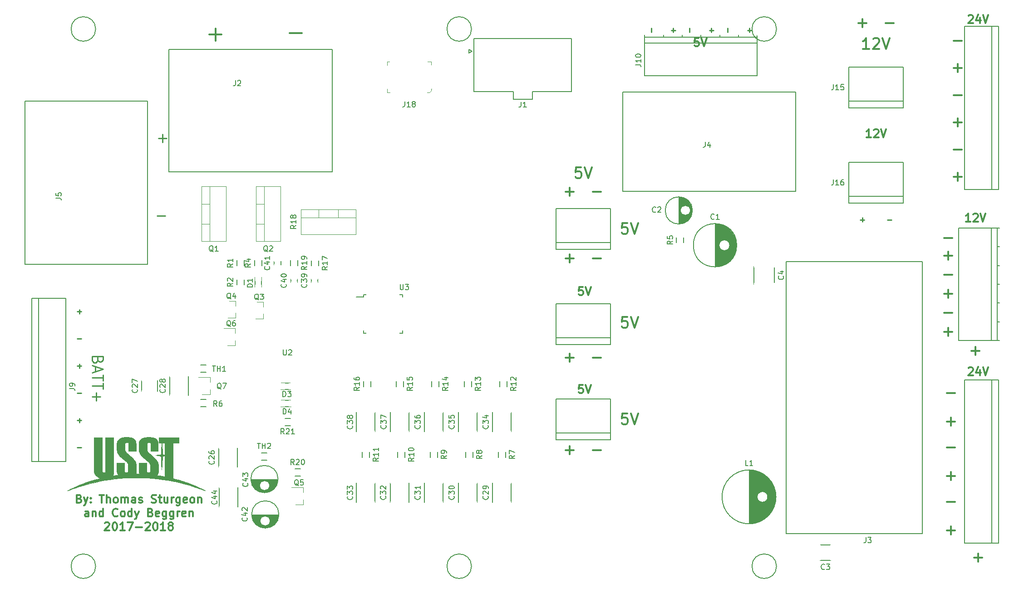
<source format=gbr>
G04 #@! TF.FileFunction,Legend,Top*
%FSLAX46Y46*%
G04 Gerber Fmt 4.6, Leading zero omitted, Abs format (unit mm)*
G04 Created by KiCad (PCBNEW 4.0.7-e2-6376~58~ubuntu16.04.1) date Wed Jul 25 01:15:53 2018*
%MOMM*%
%LPD*%
G01*
G04 APERTURE LIST*
%ADD10C,0.100000*%
%ADD11C,0.350000*%
%ADD12C,0.250000*%
%ADD13C,0.300000*%
%ADD14C,0.150000*%
%ADD15C,0.120000*%
%ADD16C,0.010000*%
%ADD17R,3.400000X1.400000*%
%ADD18C,3.600000*%
%ADD19R,2.900000X1.400000*%
%ADD20R,1.150000X1.200000*%
%ADD21R,1.700000X1.700000*%
%ADD22C,1.700000*%
%ADD23R,3.200000X3.200000*%
%ADD24C,3.200000*%
%ADD25R,3.400000X3.400000*%
%ADD26C,3.400000*%
%ADD27C,2.800000*%
%ADD28R,2.800000X2.800000*%
%ADD29R,0.800000X1.750000*%
%ADD30O,1.650000X1.350000*%
%ADD31O,1.400000X1.950000*%
%ADD32R,1.300000X1.200000*%
%ADD33R,1.300000X0.900000*%
%ADD34R,0.900000X1.300000*%
%ADD35R,1.900000X0.700000*%
%ADD36R,1.700000X0.650000*%
%ADD37R,0.650000X1.700000*%
%ADD38O,1.600000X1.250000*%
%ADD39O,1.400000X1.600000*%
%ADD40O,2.400000X1.910000*%
%ADD41R,1.200000X1.000000*%
%ADD42R,1.000000X1.200000*%
%ADD43R,2.940000X2.940000*%
%ADD44C,2.940000*%
%ADD45R,1.300000X2.900000*%
%ADD46R,3.900000X2.000000*%
%ADD47C,2.700000*%
G04 APERTURE END LIST*
D10*
D11*
X174879047Y-74596762D02*
X173926666Y-74596762D01*
X173831428Y-75549143D01*
X173926666Y-75453905D01*
X174117143Y-75358667D01*
X174593333Y-75358667D01*
X174783809Y-75453905D01*
X174879047Y-75549143D01*
X174974286Y-75739619D01*
X174974286Y-76215810D01*
X174879047Y-76406286D01*
X174783809Y-76501524D01*
X174593333Y-76596762D01*
X174117143Y-76596762D01*
X173926666Y-76501524D01*
X173831428Y-76406286D01*
X175545714Y-74596762D02*
X176212381Y-76596762D01*
X176879048Y-74596762D01*
X183515047Y-102536762D02*
X182562666Y-102536762D01*
X182467428Y-103489143D01*
X182562666Y-103393905D01*
X182753143Y-103298667D01*
X183229333Y-103298667D01*
X183419809Y-103393905D01*
X183515047Y-103489143D01*
X183610286Y-103679619D01*
X183610286Y-104155810D01*
X183515047Y-104346286D01*
X183419809Y-104441524D01*
X183229333Y-104536762D01*
X182753143Y-104536762D01*
X182562666Y-104441524D01*
X182467428Y-104346286D01*
X184181714Y-102536762D02*
X184848381Y-104536762D01*
X185515048Y-102536762D01*
X183515047Y-120570762D02*
X182562666Y-120570762D01*
X182467428Y-121523143D01*
X182562666Y-121427905D01*
X182753143Y-121332667D01*
X183229333Y-121332667D01*
X183419809Y-121427905D01*
X183515047Y-121523143D01*
X183610286Y-121713619D01*
X183610286Y-122189810D01*
X183515047Y-122380286D01*
X183419809Y-122475524D01*
X183229333Y-122570762D01*
X182753143Y-122570762D01*
X182562666Y-122475524D01*
X182467428Y-122380286D01*
X184181714Y-120570762D02*
X184848381Y-122570762D01*
X185515048Y-120570762D01*
X177038095Y-79136857D02*
X178561905Y-79136857D01*
X171958095Y-79136857D02*
X173481905Y-79136857D01*
X172720000Y-79898762D02*
X172720000Y-78374952D01*
X171958095Y-127396857D02*
X173481905Y-127396857D01*
X172720000Y-128158762D02*
X172720000Y-126634952D01*
X177038095Y-127396857D02*
X178561905Y-127396857D01*
X171958095Y-110124857D02*
X173481905Y-110124857D01*
X172720000Y-110886762D02*
X172720000Y-109362952D01*
X177038095Y-110124857D02*
X178561905Y-110124857D01*
X248158095Y-147462857D02*
X249681905Y-147462857D01*
X248920000Y-148224762D02*
X248920000Y-146700952D01*
X243078095Y-142382857D02*
X244601905Y-142382857D01*
X243840000Y-143144762D02*
X243840000Y-141620952D01*
X243078095Y-137048857D02*
X244601905Y-137048857D01*
X243078095Y-132222857D02*
X244601905Y-132222857D01*
X243840000Y-132984762D02*
X243840000Y-131460952D01*
X243078095Y-126888857D02*
X244601905Y-126888857D01*
X247650095Y-108854857D02*
X249173905Y-108854857D01*
X248412000Y-109616762D02*
X248412000Y-108092952D01*
X242570095Y-105298857D02*
X244093905Y-105298857D01*
X243332000Y-106060762D02*
X243332000Y-104536952D01*
X242570095Y-87772857D02*
X244093905Y-87772857D01*
X242570095Y-94630857D02*
X244093905Y-94630857D01*
X242570095Y-91074857D02*
X244093905Y-91074857D01*
X243332000Y-91836762D02*
X243332000Y-90312952D01*
D12*
X84724857Y-110569809D02*
X84629619Y-110855523D01*
X84534381Y-110950762D01*
X84343905Y-111046000D01*
X84058190Y-111046000D01*
X83867714Y-110950762D01*
X83772476Y-110855523D01*
X83677238Y-110665047D01*
X83677238Y-109903142D01*
X85677238Y-109903142D01*
X85677238Y-110569809D01*
X85582000Y-110760285D01*
X85486762Y-110855523D01*
X85296286Y-110950762D01*
X85105810Y-110950762D01*
X84915333Y-110855523D01*
X84820095Y-110760285D01*
X84724857Y-110569809D01*
X84724857Y-109903142D01*
X84248667Y-111807904D02*
X84248667Y-112760285D01*
X83677238Y-111617428D02*
X85677238Y-112284095D01*
X83677238Y-112950762D01*
X85677238Y-113331714D02*
X85677238Y-114474571D01*
X83677238Y-113903143D02*
X85677238Y-113903143D01*
X85677238Y-114855524D02*
X85677238Y-115998381D01*
X83677238Y-115426953D02*
X85677238Y-115426953D01*
X84439143Y-116665048D02*
X84439143Y-118188858D01*
X83677238Y-117426953D02*
X85201048Y-117426953D01*
D13*
X81265143Y-136488857D02*
X81479429Y-136560286D01*
X81550857Y-136631714D01*
X81622286Y-136774571D01*
X81622286Y-136988857D01*
X81550857Y-137131714D01*
X81479429Y-137203143D01*
X81336571Y-137274571D01*
X80765143Y-137274571D01*
X80765143Y-135774571D01*
X81265143Y-135774571D01*
X81408000Y-135846000D01*
X81479429Y-135917429D01*
X81550857Y-136060286D01*
X81550857Y-136203143D01*
X81479429Y-136346000D01*
X81408000Y-136417429D01*
X81265143Y-136488857D01*
X80765143Y-136488857D01*
X82122286Y-136274571D02*
X82479429Y-137274571D01*
X82836571Y-136274571D02*
X82479429Y-137274571D01*
X82336571Y-137631714D01*
X82265143Y-137703143D01*
X82122286Y-137774571D01*
X83408000Y-137131714D02*
X83479428Y-137203143D01*
X83408000Y-137274571D01*
X83336571Y-137203143D01*
X83408000Y-137131714D01*
X83408000Y-137274571D01*
X83408000Y-136346000D02*
X83479428Y-136417429D01*
X83408000Y-136488857D01*
X83336571Y-136417429D01*
X83408000Y-136346000D01*
X83408000Y-136488857D01*
X85050857Y-135774571D02*
X85908000Y-135774571D01*
X85479429Y-137274571D02*
X85479429Y-135774571D01*
X86408000Y-137274571D02*
X86408000Y-135774571D01*
X87050857Y-137274571D02*
X87050857Y-136488857D01*
X86979428Y-136346000D01*
X86836571Y-136274571D01*
X86622286Y-136274571D01*
X86479428Y-136346000D01*
X86408000Y-136417429D01*
X87979429Y-137274571D02*
X87836571Y-137203143D01*
X87765143Y-137131714D01*
X87693714Y-136988857D01*
X87693714Y-136560286D01*
X87765143Y-136417429D01*
X87836571Y-136346000D01*
X87979429Y-136274571D01*
X88193714Y-136274571D01*
X88336571Y-136346000D01*
X88408000Y-136417429D01*
X88479429Y-136560286D01*
X88479429Y-136988857D01*
X88408000Y-137131714D01*
X88336571Y-137203143D01*
X88193714Y-137274571D01*
X87979429Y-137274571D01*
X89122286Y-137274571D02*
X89122286Y-136274571D01*
X89122286Y-136417429D02*
X89193714Y-136346000D01*
X89336572Y-136274571D01*
X89550857Y-136274571D01*
X89693714Y-136346000D01*
X89765143Y-136488857D01*
X89765143Y-137274571D01*
X89765143Y-136488857D02*
X89836572Y-136346000D01*
X89979429Y-136274571D01*
X90193714Y-136274571D01*
X90336572Y-136346000D01*
X90408000Y-136488857D01*
X90408000Y-137274571D01*
X91765143Y-137274571D02*
X91765143Y-136488857D01*
X91693714Y-136346000D01*
X91550857Y-136274571D01*
X91265143Y-136274571D01*
X91122286Y-136346000D01*
X91765143Y-137203143D02*
X91622286Y-137274571D01*
X91265143Y-137274571D01*
X91122286Y-137203143D01*
X91050857Y-137060286D01*
X91050857Y-136917429D01*
X91122286Y-136774571D01*
X91265143Y-136703143D01*
X91622286Y-136703143D01*
X91765143Y-136631714D01*
X92408000Y-137203143D02*
X92550857Y-137274571D01*
X92836572Y-137274571D01*
X92979429Y-137203143D01*
X93050857Y-137060286D01*
X93050857Y-136988857D01*
X92979429Y-136846000D01*
X92836572Y-136774571D01*
X92622286Y-136774571D01*
X92479429Y-136703143D01*
X92408000Y-136560286D01*
X92408000Y-136488857D01*
X92479429Y-136346000D01*
X92622286Y-136274571D01*
X92836572Y-136274571D01*
X92979429Y-136346000D01*
X94765143Y-137203143D02*
X94979429Y-137274571D01*
X95336572Y-137274571D01*
X95479429Y-137203143D01*
X95550858Y-137131714D01*
X95622286Y-136988857D01*
X95622286Y-136846000D01*
X95550858Y-136703143D01*
X95479429Y-136631714D01*
X95336572Y-136560286D01*
X95050858Y-136488857D01*
X94908000Y-136417429D01*
X94836572Y-136346000D01*
X94765143Y-136203143D01*
X94765143Y-136060286D01*
X94836572Y-135917429D01*
X94908000Y-135846000D01*
X95050858Y-135774571D01*
X95408000Y-135774571D01*
X95622286Y-135846000D01*
X96050857Y-136274571D02*
X96622286Y-136274571D01*
X96265143Y-135774571D02*
X96265143Y-137060286D01*
X96336571Y-137203143D01*
X96479429Y-137274571D01*
X96622286Y-137274571D01*
X97765143Y-136274571D02*
X97765143Y-137274571D01*
X97122286Y-136274571D02*
X97122286Y-137060286D01*
X97193714Y-137203143D01*
X97336572Y-137274571D01*
X97550857Y-137274571D01*
X97693714Y-137203143D01*
X97765143Y-137131714D01*
X98479429Y-137274571D02*
X98479429Y-136274571D01*
X98479429Y-136560286D02*
X98550857Y-136417429D01*
X98622286Y-136346000D01*
X98765143Y-136274571D01*
X98908000Y-136274571D01*
X100050857Y-136274571D02*
X100050857Y-137488857D01*
X99979428Y-137631714D01*
X99908000Y-137703143D01*
X99765143Y-137774571D01*
X99550857Y-137774571D01*
X99408000Y-137703143D01*
X100050857Y-137203143D02*
X99908000Y-137274571D01*
X99622286Y-137274571D01*
X99479428Y-137203143D01*
X99408000Y-137131714D01*
X99336571Y-136988857D01*
X99336571Y-136560286D01*
X99408000Y-136417429D01*
X99479428Y-136346000D01*
X99622286Y-136274571D01*
X99908000Y-136274571D01*
X100050857Y-136346000D01*
X101336571Y-137203143D02*
X101193714Y-137274571D01*
X100908000Y-137274571D01*
X100765143Y-137203143D01*
X100693714Y-137060286D01*
X100693714Y-136488857D01*
X100765143Y-136346000D01*
X100908000Y-136274571D01*
X101193714Y-136274571D01*
X101336571Y-136346000D01*
X101408000Y-136488857D01*
X101408000Y-136631714D01*
X100693714Y-136774571D01*
X102265143Y-137274571D02*
X102122285Y-137203143D01*
X102050857Y-137131714D01*
X101979428Y-136988857D01*
X101979428Y-136560286D01*
X102050857Y-136417429D01*
X102122285Y-136346000D01*
X102265143Y-136274571D01*
X102479428Y-136274571D01*
X102622285Y-136346000D01*
X102693714Y-136417429D01*
X102765143Y-136560286D01*
X102765143Y-136988857D01*
X102693714Y-137131714D01*
X102622285Y-137203143D01*
X102479428Y-137274571D01*
X102265143Y-137274571D01*
X103408000Y-136274571D02*
X103408000Y-137274571D01*
X103408000Y-136417429D02*
X103479428Y-136346000D01*
X103622286Y-136274571D01*
X103836571Y-136274571D01*
X103979428Y-136346000D01*
X104050857Y-136488857D01*
X104050857Y-137274571D01*
X83015143Y-139824571D02*
X83015143Y-139038857D01*
X82943714Y-138896000D01*
X82800857Y-138824571D01*
X82515143Y-138824571D01*
X82372286Y-138896000D01*
X83015143Y-139753143D02*
X82872286Y-139824571D01*
X82515143Y-139824571D01*
X82372286Y-139753143D01*
X82300857Y-139610286D01*
X82300857Y-139467429D01*
X82372286Y-139324571D01*
X82515143Y-139253143D01*
X82872286Y-139253143D01*
X83015143Y-139181714D01*
X83729429Y-138824571D02*
X83729429Y-139824571D01*
X83729429Y-138967429D02*
X83800857Y-138896000D01*
X83943715Y-138824571D01*
X84158000Y-138824571D01*
X84300857Y-138896000D01*
X84372286Y-139038857D01*
X84372286Y-139824571D01*
X85729429Y-139824571D02*
X85729429Y-138324571D01*
X85729429Y-139753143D02*
X85586572Y-139824571D01*
X85300858Y-139824571D01*
X85158000Y-139753143D01*
X85086572Y-139681714D01*
X85015143Y-139538857D01*
X85015143Y-139110286D01*
X85086572Y-138967429D01*
X85158000Y-138896000D01*
X85300858Y-138824571D01*
X85586572Y-138824571D01*
X85729429Y-138896000D01*
X88443715Y-139681714D02*
X88372286Y-139753143D01*
X88158000Y-139824571D01*
X88015143Y-139824571D01*
X87800858Y-139753143D01*
X87658000Y-139610286D01*
X87586572Y-139467429D01*
X87515143Y-139181714D01*
X87515143Y-138967429D01*
X87586572Y-138681714D01*
X87658000Y-138538857D01*
X87800858Y-138396000D01*
X88015143Y-138324571D01*
X88158000Y-138324571D01*
X88372286Y-138396000D01*
X88443715Y-138467429D01*
X89300858Y-139824571D02*
X89158000Y-139753143D01*
X89086572Y-139681714D01*
X89015143Y-139538857D01*
X89015143Y-139110286D01*
X89086572Y-138967429D01*
X89158000Y-138896000D01*
X89300858Y-138824571D01*
X89515143Y-138824571D01*
X89658000Y-138896000D01*
X89729429Y-138967429D01*
X89800858Y-139110286D01*
X89800858Y-139538857D01*
X89729429Y-139681714D01*
X89658000Y-139753143D01*
X89515143Y-139824571D01*
X89300858Y-139824571D01*
X91086572Y-139824571D02*
X91086572Y-138324571D01*
X91086572Y-139753143D02*
X90943715Y-139824571D01*
X90658001Y-139824571D01*
X90515143Y-139753143D01*
X90443715Y-139681714D01*
X90372286Y-139538857D01*
X90372286Y-139110286D01*
X90443715Y-138967429D01*
X90515143Y-138896000D01*
X90658001Y-138824571D01*
X90943715Y-138824571D01*
X91086572Y-138896000D01*
X91658001Y-138824571D02*
X92015144Y-139824571D01*
X92372286Y-138824571D02*
X92015144Y-139824571D01*
X91872286Y-140181714D01*
X91800858Y-140253143D01*
X91658001Y-140324571D01*
X94586572Y-139038857D02*
X94800858Y-139110286D01*
X94872286Y-139181714D01*
X94943715Y-139324571D01*
X94943715Y-139538857D01*
X94872286Y-139681714D01*
X94800858Y-139753143D01*
X94658000Y-139824571D01*
X94086572Y-139824571D01*
X94086572Y-138324571D01*
X94586572Y-138324571D01*
X94729429Y-138396000D01*
X94800858Y-138467429D01*
X94872286Y-138610286D01*
X94872286Y-138753143D01*
X94800858Y-138896000D01*
X94729429Y-138967429D01*
X94586572Y-139038857D01*
X94086572Y-139038857D01*
X96158000Y-139753143D02*
X96015143Y-139824571D01*
X95729429Y-139824571D01*
X95586572Y-139753143D01*
X95515143Y-139610286D01*
X95515143Y-139038857D01*
X95586572Y-138896000D01*
X95729429Y-138824571D01*
X96015143Y-138824571D01*
X96158000Y-138896000D01*
X96229429Y-139038857D01*
X96229429Y-139181714D01*
X95515143Y-139324571D01*
X97515143Y-138824571D02*
X97515143Y-140038857D01*
X97443714Y-140181714D01*
X97372286Y-140253143D01*
X97229429Y-140324571D01*
X97015143Y-140324571D01*
X96872286Y-140253143D01*
X97515143Y-139753143D02*
X97372286Y-139824571D01*
X97086572Y-139824571D01*
X96943714Y-139753143D01*
X96872286Y-139681714D01*
X96800857Y-139538857D01*
X96800857Y-139110286D01*
X96872286Y-138967429D01*
X96943714Y-138896000D01*
X97086572Y-138824571D01*
X97372286Y-138824571D01*
X97515143Y-138896000D01*
X98872286Y-138824571D02*
X98872286Y-140038857D01*
X98800857Y-140181714D01*
X98729429Y-140253143D01*
X98586572Y-140324571D01*
X98372286Y-140324571D01*
X98229429Y-140253143D01*
X98872286Y-139753143D02*
X98729429Y-139824571D01*
X98443715Y-139824571D01*
X98300857Y-139753143D01*
X98229429Y-139681714D01*
X98158000Y-139538857D01*
X98158000Y-139110286D01*
X98229429Y-138967429D01*
X98300857Y-138896000D01*
X98443715Y-138824571D01*
X98729429Y-138824571D01*
X98872286Y-138896000D01*
X99586572Y-139824571D02*
X99586572Y-138824571D01*
X99586572Y-139110286D02*
X99658000Y-138967429D01*
X99729429Y-138896000D01*
X99872286Y-138824571D01*
X100015143Y-138824571D01*
X101086571Y-139753143D02*
X100943714Y-139824571D01*
X100658000Y-139824571D01*
X100515143Y-139753143D01*
X100443714Y-139610286D01*
X100443714Y-139038857D01*
X100515143Y-138896000D01*
X100658000Y-138824571D01*
X100943714Y-138824571D01*
X101086571Y-138896000D01*
X101158000Y-139038857D01*
X101158000Y-139181714D01*
X100443714Y-139324571D01*
X101800857Y-138824571D02*
X101800857Y-139824571D01*
X101800857Y-138967429D02*
X101872285Y-138896000D01*
X102015143Y-138824571D01*
X102229428Y-138824571D01*
X102372285Y-138896000D01*
X102443714Y-139038857D01*
X102443714Y-139824571D01*
X86050859Y-141017429D02*
X86122288Y-140946000D01*
X86265145Y-140874571D01*
X86622288Y-140874571D01*
X86765145Y-140946000D01*
X86836574Y-141017429D01*
X86908002Y-141160286D01*
X86908002Y-141303143D01*
X86836574Y-141517429D01*
X85979431Y-142374571D01*
X86908002Y-142374571D01*
X87836573Y-140874571D02*
X87979430Y-140874571D01*
X88122287Y-140946000D01*
X88193716Y-141017429D01*
X88265145Y-141160286D01*
X88336573Y-141446000D01*
X88336573Y-141803143D01*
X88265145Y-142088857D01*
X88193716Y-142231714D01*
X88122287Y-142303143D01*
X87979430Y-142374571D01*
X87836573Y-142374571D01*
X87693716Y-142303143D01*
X87622287Y-142231714D01*
X87550859Y-142088857D01*
X87479430Y-141803143D01*
X87479430Y-141446000D01*
X87550859Y-141160286D01*
X87622287Y-141017429D01*
X87693716Y-140946000D01*
X87836573Y-140874571D01*
X89765144Y-142374571D02*
X88908001Y-142374571D01*
X89336573Y-142374571D02*
X89336573Y-140874571D01*
X89193716Y-141088857D01*
X89050858Y-141231714D01*
X88908001Y-141303143D01*
X90265144Y-140874571D02*
X91265144Y-140874571D01*
X90622287Y-142374571D01*
X91836572Y-141803143D02*
X92979429Y-141803143D01*
X93622286Y-141017429D02*
X93693715Y-140946000D01*
X93836572Y-140874571D01*
X94193715Y-140874571D01*
X94336572Y-140946000D01*
X94408001Y-141017429D01*
X94479429Y-141160286D01*
X94479429Y-141303143D01*
X94408001Y-141517429D01*
X93550858Y-142374571D01*
X94479429Y-142374571D01*
X95408000Y-140874571D02*
X95550857Y-140874571D01*
X95693714Y-140946000D01*
X95765143Y-141017429D01*
X95836572Y-141160286D01*
X95908000Y-141446000D01*
X95908000Y-141803143D01*
X95836572Y-142088857D01*
X95765143Y-142231714D01*
X95693714Y-142303143D01*
X95550857Y-142374571D01*
X95408000Y-142374571D01*
X95265143Y-142303143D01*
X95193714Y-142231714D01*
X95122286Y-142088857D01*
X95050857Y-141803143D01*
X95050857Y-141446000D01*
X95122286Y-141160286D01*
X95193714Y-141017429D01*
X95265143Y-140946000D01*
X95408000Y-140874571D01*
X97336571Y-142374571D02*
X96479428Y-142374571D01*
X96908000Y-142374571D02*
X96908000Y-140874571D01*
X96765143Y-141088857D01*
X96622285Y-141231714D01*
X96479428Y-141303143D01*
X98193714Y-141517429D02*
X98050856Y-141446000D01*
X97979428Y-141374571D01*
X97907999Y-141231714D01*
X97907999Y-141160286D01*
X97979428Y-141017429D01*
X98050856Y-140946000D01*
X98193714Y-140874571D01*
X98479428Y-140874571D01*
X98622285Y-140946000D01*
X98693714Y-141017429D01*
X98765142Y-141160286D01*
X98765142Y-141231714D01*
X98693714Y-141374571D01*
X98622285Y-141446000D01*
X98479428Y-141517429D01*
X98193714Y-141517429D01*
X98050856Y-141588857D01*
X97979428Y-141660286D01*
X97907999Y-141803143D01*
X97907999Y-142088857D01*
X97979428Y-142231714D01*
X98050856Y-142303143D01*
X98193714Y-142374571D01*
X98479428Y-142374571D01*
X98622285Y-142303143D01*
X98693714Y-142231714D01*
X98765142Y-142088857D01*
X98765142Y-141803143D01*
X98693714Y-141660286D01*
X98622285Y-141588857D01*
X98479428Y-141517429D01*
D11*
X183515047Y-85010762D02*
X182562666Y-85010762D01*
X182467428Y-85963143D01*
X182562666Y-85867905D01*
X182753143Y-85772667D01*
X183229333Y-85772667D01*
X183419809Y-85867905D01*
X183515047Y-85963143D01*
X183610286Y-86153619D01*
X183610286Y-86629810D01*
X183515047Y-86820286D01*
X183419809Y-86915524D01*
X183229333Y-87010762D01*
X182753143Y-87010762D01*
X182562666Y-86915524D01*
X182467428Y-86820286D01*
X184181714Y-85010762D02*
X184848381Y-87010762D01*
X185515048Y-85010762D01*
X228631905Y-52466762D02*
X227489047Y-52466762D01*
X228060476Y-52466762D02*
X228060476Y-50466762D01*
X227870000Y-50752476D01*
X227679524Y-50942952D01*
X227489047Y-51038190D01*
X229393809Y-50657238D02*
X229489047Y-50562000D01*
X229679524Y-50466762D01*
X230155714Y-50466762D01*
X230346190Y-50562000D01*
X230441428Y-50657238D01*
X230536667Y-50847714D01*
X230536667Y-51038190D01*
X230441428Y-51323905D01*
X229298571Y-52466762D01*
X230536667Y-52466762D01*
X231108095Y-50466762D02*
X231774762Y-52466762D01*
X232441429Y-50466762D01*
D13*
X175228287Y-96968571D02*
X174514001Y-96968571D01*
X174442572Y-97682857D01*
X174514001Y-97611429D01*
X174656858Y-97540000D01*
X175014001Y-97540000D01*
X175156858Y-97611429D01*
X175228287Y-97682857D01*
X175299715Y-97825714D01*
X175299715Y-98182857D01*
X175228287Y-98325714D01*
X175156858Y-98397143D01*
X175014001Y-98468571D01*
X174656858Y-98468571D01*
X174514001Y-98397143D01*
X174442572Y-98325714D01*
X175728286Y-96968571D02*
X176228286Y-98468571D01*
X176728286Y-96968571D01*
X228941429Y-69004571D02*
X228084286Y-69004571D01*
X228512858Y-69004571D02*
X228512858Y-67504571D01*
X228370001Y-67718857D01*
X228227143Y-67861714D01*
X228084286Y-67933143D01*
X229512857Y-67647429D02*
X229584286Y-67576000D01*
X229727143Y-67504571D01*
X230084286Y-67504571D01*
X230227143Y-67576000D01*
X230298572Y-67647429D01*
X230370000Y-67790286D01*
X230370000Y-67933143D01*
X230298572Y-68147429D01*
X229441429Y-69004571D01*
X230370000Y-69004571D01*
X230798571Y-67504571D02*
X231298571Y-69004571D01*
X231798571Y-67504571D01*
D12*
X206319429Y-49402952D02*
X206319429Y-48641047D01*
X206700381Y-49021999D02*
X205938476Y-49021999D01*
X202255429Y-49402952D02*
X202255429Y-48641047D01*
X199207429Y-49402952D02*
X199207429Y-48641047D01*
X199588381Y-49021999D02*
X198826476Y-49021999D01*
X192095429Y-49402952D02*
X192095429Y-48641047D01*
X192476381Y-49021999D02*
X191714476Y-49021999D01*
X195143429Y-49402952D02*
X195143429Y-48641047D01*
X188031429Y-49402952D02*
X188031429Y-48641047D01*
D13*
X196818287Y-50486571D02*
X196104001Y-50486571D01*
X196032572Y-51200857D01*
X196104001Y-51129429D01*
X196246858Y-51058000D01*
X196604001Y-51058000D01*
X196746858Y-51129429D01*
X196818287Y-51200857D01*
X196889715Y-51343714D01*
X196889715Y-51700857D01*
X196818287Y-51843714D01*
X196746858Y-51915143D01*
X196604001Y-51986571D01*
X196246858Y-51986571D01*
X196104001Y-51915143D01*
X196032572Y-51843714D01*
X197318286Y-50486571D02*
X197818286Y-51986571D01*
X198318286Y-50486571D01*
X247134286Y-112097429D02*
X247205715Y-112026000D01*
X247348572Y-111954571D01*
X247705715Y-111954571D01*
X247848572Y-112026000D01*
X247920001Y-112097429D01*
X247991429Y-112240286D01*
X247991429Y-112383143D01*
X247920001Y-112597429D01*
X247062858Y-113454571D01*
X247991429Y-113454571D01*
X249277143Y-112454571D02*
X249277143Y-113454571D01*
X248920000Y-111883143D02*
X248562857Y-112954571D01*
X249491429Y-112954571D01*
X249848571Y-111954571D02*
X250348571Y-113454571D01*
X250848571Y-111954571D01*
X247483429Y-84752571D02*
X246626286Y-84752571D01*
X247054858Y-84752571D02*
X247054858Y-83252571D01*
X246912001Y-83466857D01*
X246769143Y-83609714D01*
X246626286Y-83681143D01*
X248054857Y-83395429D02*
X248126286Y-83324000D01*
X248269143Y-83252571D01*
X248626286Y-83252571D01*
X248769143Y-83324000D01*
X248840572Y-83395429D01*
X248912000Y-83538286D01*
X248912000Y-83681143D01*
X248840572Y-83895429D01*
X247983429Y-84752571D01*
X248912000Y-84752571D01*
X249340571Y-83252571D02*
X249840571Y-84752571D01*
X250340571Y-83252571D01*
D11*
X242570095Y-101742857D02*
X244093905Y-101742857D01*
X242570095Y-98186857D02*
X244093905Y-98186857D01*
X243332000Y-98948762D02*
X243332000Y-97424952D01*
X122808857Y-49569714D02*
X120523143Y-49569714D01*
X107822857Y-49823714D02*
X105537143Y-49823714D01*
X106680000Y-48680857D02*
X106680000Y-50966571D01*
D12*
X97281905Y-83677143D02*
X95758095Y-83677143D01*
X97535905Y-69199143D02*
X96012095Y-69199143D01*
X96774000Y-68437238D02*
X96774000Y-69961048D01*
X81660952Y-106608571D02*
X80899047Y-106608571D01*
X81660952Y-101528571D02*
X80899047Y-101528571D01*
X81279999Y-101147619D02*
X81279999Y-101909524D01*
X81660952Y-116768571D02*
X80899047Y-116768571D01*
X81660952Y-111688571D02*
X80899047Y-111688571D01*
X81279999Y-111307619D02*
X81279999Y-112069524D01*
X81660952Y-126928571D02*
X80899047Y-126928571D01*
X81660952Y-121848571D02*
X80899047Y-121848571D01*
X81279999Y-121467619D02*
X81279999Y-122229524D01*
D11*
X243078095Y-116728857D02*
X244601905Y-116728857D01*
X243078095Y-122062857D02*
X244601905Y-122062857D01*
X243840000Y-122824762D02*
X243840000Y-121300952D01*
X244348095Y-71262857D02*
X245871905Y-71262857D01*
X244348095Y-76342857D02*
X245871905Y-76342857D01*
X245110000Y-77104762D02*
X245110000Y-75580952D01*
X244348095Y-61102857D02*
X245871905Y-61102857D01*
X244348095Y-66182857D02*
X245871905Y-66182857D01*
X245110000Y-66944762D02*
X245110000Y-65420952D01*
D13*
X247134286Y-46311429D02*
X247205715Y-46240000D01*
X247348572Y-46168571D01*
X247705715Y-46168571D01*
X247848572Y-46240000D01*
X247920001Y-46311429D01*
X247991429Y-46454286D01*
X247991429Y-46597143D01*
X247920001Y-46811429D01*
X247062858Y-47668571D01*
X247991429Y-47668571D01*
X249277143Y-46668571D02*
X249277143Y-47668571D01*
X248920000Y-46097143D02*
X248562857Y-47168571D01*
X249491429Y-47168571D01*
X249848571Y-46168571D02*
X250348571Y-47668571D01*
X250848571Y-46168571D01*
D11*
X244348095Y-50942857D02*
X245871905Y-50942857D01*
X244348095Y-56022857D02*
X245871905Y-56022857D01*
X245110000Y-56784762D02*
X245110000Y-55260952D01*
D12*
X232029048Y-84399429D02*
X232790953Y-84399429D01*
X226949048Y-84399429D02*
X227710953Y-84399429D01*
X227330001Y-84780381D02*
X227330001Y-84018476D01*
D11*
X177038095Y-91582857D02*
X178561905Y-91582857D01*
X171958095Y-91582857D02*
X173481905Y-91582857D01*
X172720000Y-92344762D02*
X172720000Y-90820952D01*
D13*
X175228287Y-115256571D02*
X174514001Y-115256571D01*
X174442572Y-115970857D01*
X174514001Y-115899429D01*
X174656858Y-115828000D01*
X175014001Y-115828000D01*
X175156858Y-115899429D01*
X175228287Y-115970857D01*
X175299715Y-116113714D01*
X175299715Y-116470857D01*
X175228287Y-116613714D01*
X175156858Y-116685143D01*
X175014001Y-116756571D01*
X174656858Y-116756571D01*
X174514001Y-116685143D01*
X174442572Y-116613714D01*
X175728286Y-115256571D02*
X176228286Y-116756571D01*
X176728286Y-115256571D01*
D11*
X231648095Y-47640857D02*
X233171905Y-47640857D01*
X226568095Y-47640857D02*
X228091905Y-47640857D01*
X227330000Y-48402762D02*
X227330000Y-46878952D01*
D14*
X139347397Y-120346949D02*
X139347397Y-123946949D01*
X142797397Y-123946949D02*
X142797397Y-120346949D01*
X211328000Y-48768000D02*
G75*
G03X211328000Y-48768000I-2286000J0D01*
G01*
X211328000Y-149098000D02*
G75*
G03X211328000Y-149098000I-2286000J0D01*
G01*
X154432000Y-48768000D02*
G75*
G03X154432000Y-48768000I-2286000J0D01*
G01*
X154432000Y-149098000D02*
G75*
G03X154432000Y-149098000I-2286000J0D01*
G01*
X84328000Y-149098000D02*
G75*
G03X84328000Y-149098000I-2286000J0D01*
G01*
X107291800Y-126992000D02*
X107291800Y-130592000D01*
X110741800Y-130592000D02*
X110741800Y-126992000D01*
X92911400Y-114417600D02*
X92911400Y-116417600D01*
X95861400Y-116417600D02*
X95861400Y-114417600D01*
X98147800Y-113617600D02*
X98147800Y-117217600D01*
X101597800Y-117217600D02*
X101597800Y-113617600D01*
X158397397Y-133554949D02*
X158397397Y-137154949D01*
X161847397Y-137154949D02*
X161847397Y-133554949D01*
X152047397Y-133554949D02*
X152047397Y-137154949D01*
X155497397Y-137154949D02*
X155497397Y-133554949D01*
X145697397Y-133554949D02*
X145697397Y-137154949D01*
X149147397Y-137154949D02*
X149147397Y-133554949D01*
X139296597Y-133554949D02*
X139296597Y-137154949D01*
X142746597Y-137154949D02*
X142746597Y-133554949D01*
X136447397Y-137154949D02*
X136447397Y-133554949D01*
X132997397Y-133554949D02*
X132997397Y-137154949D01*
X158397397Y-120346949D02*
X158397397Y-123946949D01*
X161847397Y-123946949D02*
X161847397Y-120346949D01*
X152047397Y-120346949D02*
X152047397Y-123946949D01*
X155497397Y-123946949D02*
X155497397Y-120346949D01*
X145697397Y-120346949D02*
X145697397Y-123946949D01*
X149147397Y-123946949D02*
X149147397Y-120346949D01*
X136447397Y-123946949D02*
X136447397Y-120346949D01*
X132997397Y-120346949D02*
X132997397Y-123946949D01*
X124571200Y-96108000D02*
X124571200Y-95408000D01*
X125771200Y-95408000D02*
X125771200Y-96108000D01*
X120761200Y-96108000D02*
X120761200Y-95408000D01*
X121961200Y-95408000D02*
X121961200Y-96108000D01*
X117662400Y-92818000D02*
X117662400Y-92118000D01*
X118862400Y-92118000D02*
X118862400Y-92818000D01*
X118475400Y-139501000D02*
X113477400Y-139501000D01*
X118467400Y-139641000D02*
X113485400Y-139641000D01*
X118451400Y-139781000D02*
X116071400Y-139781000D01*
X115881400Y-139781000D02*
X113501400Y-139781000D01*
X118427400Y-139921000D02*
X116466400Y-139921000D01*
X115486400Y-139921000D02*
X113525400Y-139921000D01*
X118394400Y-140061000D02*
X116633400Y-140061000D01*
X115319400Y-140061000D02*
X113558400Y-140061000D01*
X118353400Y-140201000D02*
X116740400Y-140201000D01*
X115212400Y-140201000D02*
X113599400Y-140201000D01*
X118303400Y-140341000D02*
X116811400Y-140341000D01*
X115141400Y-140341000D02*
X113649400Y-140341000D01*
X118242400Y-140481000D02*
X116855400Y-140481000D01*
X115097400Y-140481000D02*
X113710400Y-140481000D01*
X118172400Y-140621000D02*
X116874400Y-140621000D01*
X115078400Y-140621000D02*
X113780400Y-140621000D01*
X118090400Y-140761000D02*
X116872400Y-140761000D01*
X115080400Y-140761000D02*
X113862400Y-140761000D01*
X117995400Y-140901000D02*
X116847400Y-140901000D01*
X115105400Y-140901000D02*
X113957400Y-140901000D01*
X117884400Y-141041000D02*
X116799400Y-141041000D01*
X115153400Y-141041000D02*
X114068400Y-141041000D01*
X117756400Y-141181000D02*
X116721400Y-141181000D01*
X115231400Y-141181000D02*
X114196400Y-141181000D01*
X117607400Y-141321000D02*
X116604400Y-141321000D01*
X115348400Y-141321000D02*
X114345400Y-141321000D01*
X117428400Y-141461000D02*
X116416400Y-141461000D01*
X115536400Y-141461000D02*
X114524400Y-141461000D01*
X117209400Y-141601000D02*
X114743400Y-141601000D01*
X116920400Y-141741000D02*
X115032400Y-141741000D01*
X116448400Y-141881000D02*
X115504400Y-141881000D01*
X116876400Y-140676000D02*
G75*
G03X116876400Y-140676000I-900000J0D01*
G01*
X118513900Y-139426000D02*
G75*
G03X118513900Y-139426000I-2537500J0D01*
G01*
X118323000Y-132897000D02*
X113325000Y-132897000D01*
X118315000Y-133037000D02*
X113333000Y-133037000D01*
X118299000Y-133177000D02*
X115919000Y-133177000D01*
X115729000Y-133177000D02*
X113349000Y-133177000D01*
X118275000Y-133317000D02*
X116314000Y-133317000D01*
X115334000Y-133317000D02*
X113373000Y-133317000D01*
X118242000Y-133457000D02*
X116481000Y-133457000D01*
X115167000Y-133457000D02*
X113406000Y-133457000D01*
X118201000Y-133597000D02*
X116588000Y-133597000D01*
X115060000Y-133597000D02*
X113447000Y-133597000D01*
X118151000Y-133737000D02*
X116659000Y-133737000D01*
X114989000Y-133737000D02*
X113497000Y-133737000D01*
X118090000Y-133877000D02*
X116703000Y-133877000D01*
X114945000Y-133877000D02*
X113558000Y-133877000D01*
X118020000Y-134017000D02*
X116722000Y-134017000D01*
X114926000Y-134017000D02*
X113628000Y-134017000D01*
X117938000Y-134157000D02*
X116720000Y-134157000D01*
X114928000Y-134157000D02*
X113710000Y-134157000D01*
X117843000Y-134297000D02*
X116695000Y-134297000D01*
X114953000Y-134297000D02*
X113805000Y-134297000D01*
X117732000Y-134437000D02*
X116647000Y-134437000D01*
X115001000Y-134437000D02*
X113916000Y-134437000D01*
X117604000Y-134577000D02*
X116569000Y-134577000D01*
X115079000Y-134577000D02*
X114044000Y-134577000D01*
X117455000Y-134717000D02*
X116452000Y-134717000D01*
X115196000Y-134717000D02*
X114193000Y-134717000D01*
X117276000Y-134857000D02*
X116264000Y-134857000D01*
X115384000Y-134857000D02*
X114372000Y-134857000D01*
X117057000Y-134997000D02*
X114591000Y-134997000D01*
X116768000Y-135137000D02*
X114880000Y-135137000D01*
X116296000Y-135277000D02*
X115352000Y-135277000D01*
X116724000Y-134072000D02*
G75*
G03X116724000Y-134072000I-900000J0D01*
G01*
X118361500Y-132822000D02*
G75*
G03X118361500Y-132822000I-2537500J0D01*
G01*
X110843400Y-137994800D02*
X110843400Y-134394800D01*
X107393400Y-134394800D02*
X107393400Y-137994800D01*
X164016000Y-50570000D02*
X154916000Y-50570000D01*
X154916000Y-50570000D02*
X154916000Y-60470000D01*
X154916000Y-60470000D02*
X162216000Y-60470000D01*
X162216000Y-60470000D02*
X162216000Y-61870000D01*
X162216000Y-61870000D02*
X164016000Y-61870000D01*
X164016000Y-50570000D02*
X173116000Y-50570000D01*
X173116000Y-50570000D02*
X173116000Y-60470000D01*
X173116000Y-60470000D02*
X165816000Y-60470000D01*
X165816000Y-60470000D02*
X165816000Y-61870000D01*
X165816000Y-61870000D02*
X164016000Y-61870000D01*
X154516000Y-52920000D02*
X153916000Y-53220000D01*
X153916000Y-53220000D02*
X153916000Y-52620000D01*
X153916000Y-52620000D02*
X154516000Y-52920000D01*
X128514000Y-75438000D02*
X127244000Y-75438000D01*
X128514000Y-52578000D02*
X128514000Y-75438000D01*
X98034000Y-52578000D02*
X128514000Y-52578000D01*
X98034000Y-75438000D02*
X98034000Y-52578000D01*
X127244000Y-75438000D02*
X98034000Y-75438000D01*
X93980000Y-62230000D02*
X93980000Y-63500000D01*
X71120000Y-62230000D02*
X93980000Y-62230000D01*
X71120000Y-92710000D02*
X71120000Y-62230000D01*
X93980000Y-92710000D02*
X71120000Y-92710000D01*
X93980000Y-63500000D02*
X93980000Y-92710000D01*
X252730000Y-48260000D02*
X251460000Y-48260000D01*
X252730000Y-78740000D02*
X252730000Y-48260000D01*
X251460000Y-78740000D02*
X252730000Y-78740000D01*
X251460000Y-78740000D02*
X251460000Y-77470000D01*
X246380000Y-78740000D02*
X251460000Y-78740000D01*
X246380000Y-77470000D02*
X246380000Y-78740000D01*
X251460000Y-48260000D02*
X251460000Y-49530000D01*
X246380000Y-48260000D02*
X251460000Y-48260000D01*
X246380000Y-49530000D02*
X246380000Y-48260000D01*
X246380000Y-49530000D02*
X246380000Y-77470000D01*
X251460000Y-77470000D02*
X251460000Y-49530000D01*
X252730000Y-114300000D02*
X251460000Y-114300000D01*
X252730000Y-144780000D02*
X252730000Y-114300000D01*
X251460000Y-144780000D02*
X252730000Y-144780000D01*
X251460000Y-144780000D02*
X251460000Y-143510000D01*
X246380000Y-144780000D02*
X251460000Y-144780000D01*
X246380000Y-143510000D02*
X246380000Y-144780000D01*
X251460000Y-114300000D02*
X251460000Y-115570000D01*
X246380000Y-114300000D02*
X251460000Y-114300000D01*
X246380000Y-115570000D02*
X246380000Y-114300000D01*
X246380000Y-115570000D02*
X246380000Y-143510000D01*
X251460000Y-143510000D02*
X251460000Y-115570000D01*
X72390000Y-129540000D02*
X73660000Y-129540000D01*
X72390000Y-99060000D02*
X72390000Y-129540000D01*
X73660000Y-99060000D02*
X72390000Y-99060000D01*
X73660000Y-99060000D02*
X73660000Y-100330000D01*
X78740000Y-99060000D02*
X73660000Y-99060000D01*
X78740000Y-100330000D02*
X78740000Y-99060000D01*
X73660000Y-129540000D02*
X73660000Y-128270000D01*
X78740000Y-129540000D02*
X73660000Y-129540000D01*
X78740000Y-128270000D02*
X78740000Y-129540000D01*
X78740000Y-128270000D02*
X78740000Y-100330000D01*
X73660000Y-100330000D02*
X73660000Y-128270000D01*
X190244000Y-50256000D02*
X190244000Y-49856000D01*
X193744000Y-50256000D02*
X193744000Y-49856000D01*
X204244000Y-50256000D02*
X204244000Y-49856000D01*
X200744000Y-50256000D02*
X200744000Y-49856000D01*
X197244000Y-50256000D02*
X197244000Y-49856000D01*
X207744000Y-51356000D02*
X186744000Y-51356000D01*
X207744000Y-50256000D02*
X186744000Y-50256000D01*
X207744000Y-57456000D02*
X207744000Y-49856000D01*
X186744000Y-49856000D02*
X186744000Y-57456000D01*
X186744000Y-57456000D02*
X207744000Y-57456000D01*
D10*
X146904000Y-55458000D02*
X146904000Y-54908000D01*
X146904000Y-54908000D02*
X146254000Y-54908000D01*
X138704000Y-55508000D02*
X138704000Y-54908000D01*
X138704000Y-54908000D02*
X139104000Y-54908000D01*
X139204000Y-60608000D02*
X138704000Y-60608000D01*
X138704000Y-60608000D02*
X138704000Y-59908000D01*
X146154000Y-60608000D02*
X146604000Y-60608000D01*
X146604000Y-60608000D02*
X146904000Y-60258000D01*
X146904000Y-60258000D02*
X146904000Y-59958000D01*
X146904000Y-59958000D02*
X147054000Y-59958000D01*
D15*
X115602800Y-102890400D02*
X115602800Y-101960400D01*
X115602800Y-99730400D02*
X115602800Y-100660400D01*
X115602800Y-99730400D02*
X113442800Y-99730400D01*
X115602800Y-102890400D02*
X114142800Y-102890400D01*
X110437200Y-102722800D02*
X110437200Y-101792800D01*
X110437200Y-99562800D02*
X110437200Y-100492800D01*
X110437200Y-99562800D02*
X108277200Y-99562800D01*
X110437200Y-102722800D02*
X108977200Y-102722800D01*
X123035600Y-137571600D02*
X123035600Y-136641600D01*
X123035600Y-134411600D02*
X123035600Y-135341600D01*
X123035600Y-134411600D02*
X120875600Y-134411600D01*
X123035600Y-137571600D02*
X121575600Y-137571600D01*
D14*
X112028600Y-91956000D02*
X112028600Y-92956000D01*
X110678600Y-92956000D02*
X110678600Y-91956000D01*
X112028600Y-95562800D02*
X112028600Y-96562800D01*
X110678600Y-96562800D02*
X110678600Y-95562800D01*
X103944800Y-117943000D02*
X104944800Y-117943000D01*
X104944800Y-119293000D02*
X103944800Y-119293000D01*
X159447397Y-128742949D02*
X159447397Y-127742949D01*
X160797397Y-127742949D02*
X160797397Y-128742949D01*
X153351397Y-128742949D02*
X153351397Y-127742949D01*
X154701397Y-127742949D02*
X154701397Y-128742949D01*
X146747397Y-128742949D02*
X146747397Y-127742949D01*
X148097397Y-127742949D02*
X148097397Y-128742949D01*
X140651397Y-128742949D02*
X140651397Y-127742949D01*
X142001397Y-127742949D02*
X142001397Y-128742949D01*
X134047397Y-128742949D02*
X134047397Y-127742949D01*
X135397397Y-127742949D02*
X135397397Y-128742949D01*
X159701397Y-115534949D02*
X159701397Y-114534949D01*
X161051397Y-114534949D02*
X161051397Y-115534949D01*
X153097397Y-115534949D02*
X153097397Y-114534949D01*
X154447397Y-114534949D02*
X154447397Y-115534949D01*
X147001397Y-115534949D02*
X147001397Y-114534949D01*
X148351397Y-114534949D02*
X148351397Y-115534949D01*
X140397397Y-115534949D02*
X140397397Y-114534949D01*
X141747397Y-114534949D02*
X141747397Y-115534949D01*
X135651397Y-114534949D02*
X135651397Y-115534949D01*
X134301397Y-115534949D02*
X134301397Y-114534949D01*
X124547000Y-93006800D02*
X124547000Y-92006800D01*
X125897000Y-92006800D02*
X125897000Y-93006800D01*
X120686200Y-92968000D02*
X120686200Y-91968000D01*
X122036200Y-91968000D02*
X122036200Y-92968000D01*
X122509600Y-132247000D02*
X121509600Y-132247000D01*
X121509600Y-130897000D02*
X122509600Y-130897000D01*
X120642000Y-122849000D02*
X119642000Y-122849000D01*
X119642000Y-121499000D02*
X120642000Y-121499000D01*
X104944800Y-112892200D02*
X103944800Y-112892200D01*
X103944800Y-111542200D02*
X104944800Y-111542200D01*
X116273200Y-129249800D02*
X115273200Y-129249800D01*
X115273200Y-127899800D02*
X116273200Y-127899800D01*
X134317000Y-98349400D02*
X134317000Y-98774400D01*
X141567000Y-98349400D02*
X141567000Y-98874400D01*
X141567000Y-105599400D02*
X141567000Y-105074400D01*
X134317000Y-105599400D02*
X134317000Y-105074400D01*
X134317000Y-98349400D02*
X134842000Y-98349400D01*
X134317000Y-105599400D02*
X134842000Y-105599400D01*
X141567000Y-105599400D02*
X141042000Y-105599400D01*
X141567000Y-98349400D02*
X141042000Y-98349400D01*
X134317000Y-98774400D02*
X132942000Y-98774400D01*
X193185800Y-80152600D02*
X193185800Y-85150600D01*
X193325800Y-80160600D02*
X193325800Y-85142600D01*
X193465800Y-80176600D02*
X193465800Y-82556600D01*
X193465800Y-82746600D02*
X193465800Y-85126600D01*
X193605800Y-80200600D02*
X193605800Y-82161600D01*
X193605800Y-83141600D02*
X193605800Y-85102600D01*
X193745800Y-80233600D02*
X193745800Y-81994600D01*
X193745800Y-83308600D02*
X193745800Y-85069600D01*
X193885800Y-80274600D02*
X193885800Y-81887600D01*
X193885800Y-83415600D02*
X193885800Y-85028600D01*
X194025800Y-80324600D02*
X194025800Y-81816600D01*
X194025800Y-83486600D02*
X194025800Y-84978600D01*
X194165800Y-80385600D02*
X194165800Y-81772600D01*
X194165800Y-83530600D02*
X194165800Y-84917600D01*
X194305800Y-80455600D02*
X194305800Y-81753600D01*
X194305800Y-83549600D02*
X194305800Y-84847600D01*
X194445800Y-80537600D02*
X194445800Y-81755600D01*
X194445800Y-83547600D02*
X194445800Y-84765600D01*
X194585800Y-80632600D02*
X194585800Y-81780600D01*
X194585800Y-83522600D02*
X194585800Y-84670600D01*
X194725800Y-80743600D02*
X194725800Y-81828600D01*
X194725800Y-83474600D02*
X194725800Y-84559600D01*
X194865800Y-80871600D02*
X194865800Y-81906600D01*
X194865800Y-83396600D02*
X194865800Y-84431600D01*
X195005800Y-81020600D02*
X195005800Y-82023600D01*
X195005800Y-83279600D02*
X195005800Y-84282600D01*
X195145800Y-81199600D02*
X195145800Y-82211600D01*
X195145800Y-83091600D02*
X195145800Y-84103600D01*
X195285800Y-81418600D02*
X195285800Y-83884600D01*
X195425800Y-81707600D02*
X195425800Y-83595600D01*
X195565800Y-82179600D02*
X195565800Y-83123600D01*
X195260800Y-82651600D02*
G75*
G03X195260800Y-82651600I-900000J0D01*
G01*
X195648300Y-82651600D02*
G75*
G03X195648300Y-82651600I-2537500J0D01*
G01*
X115330600Y-91956000D02*
X115330600Y-92956000D01*
X113980600Y-92956000D02*
X113980600Y-91956000D01*
X192681800Y-88688800D02*
X192681800Y-87688800D01*
X194031800Y-87688800D02*
X194031800Y-88688800D01*
X214894000Y-60500000D02*
X182694000Y-60500000D01*
X182636000Y-79042000D02*
X182636000Y-60500000D01*
X214894000Y-79042000D02*
X182694000Y-79042000D01*
X214894000Y-79042000D02*
X214894000Y-60500000D01*
D15*
X110386400Y-107853600D02*
X110386400Y-106923600D01*
X110386400Y-104693600D02*
X110386400Y-105623600D01*
X110386400Y-104693600D02*
X108226400Y-104693600D01*
X110386400Y-107853600D02*
X108926400Y-107853600D01*
X105662000Y-116997600D02*
X105662000Y-116067600D01*
X105662000Y-113837600D02*
X105662000Y-114767600D01*
X105662000Y-113837600D02*
X103502000Y-113837600D01*
X105662000Y-116997600D02*
X104202000Y-116997600D01*
X104060000Y-88432000D02*
X104060000Y-78192000D01*
X108701000Y-88432000D02*
X108701000Y-78192000D01*
X104060000Y-88432000D02*
X108701000Y-88432000D01*
X104060000Y-78192000D02*
X108701000Y-78192000D01*
X105570000Y-88432000D02*
X105570000Y-78192000D01*
X104060000Y-85162000D02*
X105570000Y-85162000D01*
X104060000Y-81461000D02*
X105570000Y-81461000D01*
X114220000Y-88432000D02*
X114220000Y-78192000D01*
X118861000Y-88432000D02*
X118861000Y-78192000D01*
X114220000Y-88432000D02*
X118861000Y-88432000D01*
X114220000Y-78192000D02*
X118861000Y-78192000D01*
X115730000Y-88432000D02*
X115730000Y-78192000D01*
X114220000Y-85162000D02*
X115730000Y-85162000D01*
X114220000Y-81461000D02*
X115730000Y-81461000D01*
X122642000Y-82470000D02*
X132882000Y-82470000D01*
X122642000Y-87111000D02*
X132882000Y-87111000D01*
X122642000Y-82470000D02*
X122642000Y-87111000D01*
X132882000Y-82470000D02*
X132882000Y-87111000D01*
X122642000Y-83980000D02*
X132882000Y-83980000D01*
X125912000Y-82470000D02*
X125912000Y-83980000D01*
X129613000Y-82470000D02*
X129613000Y-83980000D01*
D14*
X114055600Y-95115200D02*
X114055600Y-96915200D01*
X115255600Y-95115200D02*
X115255600Y-96915200D01*
X118889600Y-116068400D02*
X120689600Y-116068400D01*
X118889600Y-114868400D02*
X120689600Y-114868400D01*
X118940400Y-119319600D02*
X120740400Y-119319600D01*
X118940400Y-118119600D02*
X120740400Y-118119600D01*
D16*
G36*
X90219861Y-125001918D02*
X90369238Y-125006198D01*
X90498197Y-125012541D01*
X90611675Y-125021496D01*
X90714609Y-125033610D01*
X90811934Y-125049430D01*
X90908588Y-125069503D01*
X90976073Y-125085767D01*
X91154338Y-125140100D01*
X91311329Y-125207876D01*
X91447583Y-125289518D01*
X91563634Y-125385452D01*
X91660019Y-125496101D01*
X91737274Y-125621890D01*
X91781861Y-125723419D01*
X91797393Y-125765898D01*
X91810778Y-125806099D01*
X91822176Y-125846224D01*
X91831744Y-125888476D01*
X91839643Y-125935054D01*
X91846031Y-125988161D01*
X91851067Y-126049997D01*
X91854911Y-126122765D01*
X91857722Y-126208665D01*
X91859658Y-126309900D01*
X91860879Y-126428669D01*
X91861544Y-126567176D01*
X91861812Y-126727621D01*
X91861848Y-126830175D01*
X91861900Y-127589000D01*
X90490300Y-127589000D01*
X90490300Y-126880490D01*
X90490299Y-126171981D01*
X90461725Y-126115315D01*
X90421936Y-126064127D01*
X90361739Y-126026129D01*
X90282691Y-126001759D01*
X90186349Y-125991451D01*
X90074271Y-125995644D01*
X90045822Y-125998780D01*
X89966394Y-126011974D01*
X89907349Y-126030632D01*
X89863865Y-126057068D01*
X89831121Y-126093594D01*
X89823550Y-126105397D01*
X89817837Y-126115702D01*
X89813052Y-126127497D01*
X89809111Y-126142986D01*
X89805933Y-126164372D01*
X89803436Y-126193857D01*
X89801539Y-126233644D01*
X89800158Y-126285936D01*
X89799213Y-126352936D01*
X89798622Y-126436846D01*
X89798302Y-126539870D01*
X89798172Y-126664211D01*
X89798150Y-126788900D01*
X89798186Y-126941291D01*
X89798456Y-127070619D01*
X89799199Y-127179217D01*
X89800654Y-127269423D01*
X89803059Y-127343571D01*
X89806655Y-127403997D01*
X89811681Y-127453037D01*
X89818376Y-127493027D01*
X89826980Y-127526302D01*
X89837730Y-127555197D01*
X89850868Y-127582049D01*
X89866632Y-127609193D01*
X89885239Y-127638929D01*
X89907739Y-127673249D01*
X89931924Y-127707081D01*
X89959267Y-127741845D01*
X89991242Y-127778959D01*
X90029321Y-127819845D01*
X90074979Y-127865922D01*
X90129687Y-127918609D01*
X90194920Y-127979328D01*
X90272151Y-128049496D01*
X90362853Y-128130534D01*
X90468498Y-128223863D01*
X90590561Y-128330901D01*
X90725250Y-128448479D01*
X90896895Y-128599852D01*
X91049200Y-128738087D01*
X91183564Y-128864711D01*
X91301385Y-128981250D01*
X91404061Y-129089232D01*
X91492991Y-129190184D01*
X91569573Y-129285633D01*
X91635206Y-129377107D01*
X91691289Y-129466131D01*
X91739219Y-129554233D01*
X91740856Y-129557500D01*
X91775427Y-129630424D01*
X91805337Y-129702705D01*
X91830866Y-129776659D01*
X91852296Y-129854600D01*
X91869907Y-129938842D01*
X91883978Y-130031702D01*
X91894791Y-130135493D01*
X91902626Y-130252531D01*
X91907763Y-130385130D01*
X91910484Y-130535606D01*
X91911067Y-130706273D01*
X91909795Y-130899445D01*
X91909268Y-130947462D01*
X91907253Y-131097539D01*
X91904849Y-131225028D01*
X91901831Y-131332744D01*
X91897976Y-131423500D01*
X91893058Y-131500108D01*
X91886853Y-131565381D01*
X91879138Y-131622132D01*
X91869687Y-131673175D01*
X91858278Y-131721322D01*
X91844684Y-131769385D01*
X91843393Y-131773650D01*
X91832405Y-131811378D01*
X91825343Y-131838724D01*
X91823937Y-131846675D01*
X91836044Y-131849227D01*
X91870222Y-131851520D01*
X91923143Y-131853460D01*
X91991478Y-131854950D01*
X92071900Y-131855895D01*
X92154855Y-131856200D01*
X92255112Y-131856104D01*
X92332752Y-131855690D01*
X92390556Y-131854767D01*
X92431309Y-131853144D01*
X92457791Y-131850630D01*
X92472786Y-131847034D01*
X92479077Y-131842166D01*
X92479444Y-131835834D01*
X92478929Y-131833975D01*
X92455048Y-131747744D01*
X92433101Y-131650118D01*
X92415797Y-131554050D01*
X92407855Y-131494250D01*
X92405703Y-131461237D01*
X92403666Y-131405387D01*
X92401778Y-131329262D01*
X92400075Y-131235426D01*
X92398590Y-131126441D01*
X92397358Y-131004869D01*
X92396414Y-130873274D01*
X92395791Y-130734217D01*
X92395525Y-130590263D01*
X92395520Y-130576675D01*
X92395300Y-129773400D01*
X93829867Y-129773400D01*
X93833308Y-130608425D01*
X93833925Y-130779190D01*
X93834430Y-130926411D01*
X93835066Y-131051940D01*
X93836080Y-131157630D01*
X93837715Y-131245335D01*
X93840216Y-131316907D01*
X93843827Y-131374199D01*
X93848795Y-131419065D01*
X93855362Y-131453356D01*
X93863774Y-131478926D01*
X93874276Y-131497629D01*
X93887112Y-131511316D01*
X93902527Y-131521841D01*
X93920766Y-131531056D01*
X93942072Y-131540816D01*
X93957400Y-131548187D01*
X93990169Y-131563547D01*
X94019606Y-131573624D01*
X94052487Y-131579515D01*
X94095589Y-131582317D01*
X94155688Y-131583129D01*
X94173300Y-131583150D01*
X94264316Y-131580517D01*
X94335420Y-131571634D01*
X94391645Y-131555021D01*
X94438028Y-131529201D01*
X94478935Y-131493381D01*
X94522550Y-131448377D01*
X94522550Y-130109950D01*
X94477034Y-130014700D01*
X94451322Y-129964737D01*
X94421552Y-129915018D01*
X94386263Y-129864045D01*
X94343991Y-129810324D01*
X94293273Y-129752357D01*
X94232646Y-129688648D01*
X94160647Y-129617702D01*
X94075813Y-129538022D01*
X93976681Y-129448112D01*
X93861788Y-129346476D01*
X93729672Y-129231618D01*
X93614221Y-129132314D01*
X93439288Y-128980659D01*
X93284153Y-128842442D01*
X93147745Y-128716620D01*
X93028993Y-128602152D01*
X92926828Y-128497993D01*
X92840179Y-128403102D01*
X92767975Y-128316436D01*
X92742400Y-128283174D01*
X92666521Y-128173769D01*
X92595619Y-128056135D01*
X92533673Y-127937585D01*
X92484659Y-127825434D01*
X92467359Y-127777430D01*
X92454181Y-127736359D01*
X92442886Y-127697138D01*
X92433331Y-127657498D01*
X92425372Y-127615168D01*
X92418868Y-127567878D01*
X92413676Y-127513356D01*
X92409653Y-127449334D01*
X92406656Y-127373539D01*
X92404544Y-127283703D01*
X92403173Y-127177554D01*
X92402401Y-127052823D01*
X92402086Y-126907238D01*
X92402084Y-126738529D01*
X92402084Y-126738100D01*
X92402518Y-126007850D01*
X92436193Y-125884357D01*
X92490450Y-125728598D01*
X92564036Y-125589089D01*
X92657385Y-125465299D01*
X92770929Y-125356701D01*
X92905104Y-125262764D01*
X92979500Y-125221419D01*
X93072713Y-125177242D01*
X93170262Y-125139065D01*
X93276312Y-125105729D01*
X93395026Y-125076075D01*
X93530567Y-125048944D01*
X93687099Y-125023177D01*
X93697050Y-125021679D01*
X93758858Y-125014976D01*
X93841543Y-125009802D01*
X93940630Y-125006128D01*
X94051643Y-125003931D01*
X94170105Y-125003183D01*
X94291542Y-125003858D01*
X94411478Y-125005931D01*
X94525438Y-125009375D01*
X94628946Y-125014164D01*
X94717525Y-125020273D01*
X94786702Y-125027675D01*
X94789250Y-125028033D01*
X94997636Y-125064870D01*
X95183829Y-125113160D01*
X95348514Y-125173321D01*
X95492377Y-125245772D01*
X95616104Y-125330935D01*
X95720380Y-125429227D01*
X95805890Y-125541069D01*
X95873321Y-125666880D01*
X95887149Y-125699849D01*
X95902815Y-125739473D01*
X95916325Y-125775470D01*
X95927852Y-125810003D01*
X95937568Y-125845236D01*
X95945643Y-125883335D01*
X95952250Y-125926463D01*
X95957560Y-125976785D01*
X95961745Y-126036465D01*
X95964977Y-126107667D01*
X95967427Y-126192555D01*
X95969267Y-126293293D01*
X95970669Y-126412047D01*
X95971805Y-126550980D01*
X95972845Y-126712256D01*
X95973286Y-126785724D01*
X95978087Y-127588999D01*
X95291593Y-127588999D01*
X94605100Y-127589000D01*
X94605100Y-126881809D01*
X94605075Y-126729786D01*
X94604951Y-126601043D01*
X94604657Y-126493458D01*
X94604117Y-126404913D01*
X94603259Y-126333285D01*
X94602009Y-126276455D01*
X94600295Y-126232302D01*
X94598043Y-126198706D01*
X94595180Y-126173546D01*
X94591633Y-126154701D01*
X94587328Y-126140052D01*
X94582193Y-126127478D01*
X94578798Y-126120288D01*
X94548698Y-126073906D01*
X94507303Y-126040243D01*
X94450137Y-126016741D01*
X94372723Y-126000840D01*
X94368870Y-126000287D01*
X94251425Y-125991299D01*
X94144602Y-125998394D01*
X94052610Y-126021188D01*
X94027639Y-126031437D01*
X94003199Y-126042367D01*
X93982494Y-126052355D01*
X93965217Y-126063479D01*
X93951058Y-126077814D01*
X93939707Y-126097437D01*
X93930857Y-126124423D01*
X93924197Y-126160849D01*
X93919418Y-126208790D01*
X93916211Y-126270324D01*
X93914267Y-126347525D01*
X93913277Y-126442471D01*
X93912932Y-126557237D01*
X93912922Y-126693899D01*
X93912950Y-126801600D01*
X93912967Y-126947175D01*
X93913080Y-127069618D01*
X93913378Y-127171199D01*
X93913953Y-127254185D01*
X93914894Y-127320845D01*
X93916293Y-127373448D01*
X93918239Y-127414263D01*
X93920823Y-127445557D01*
X93924135Y-127469599D01*
X93928267Y-127488658D01*
X93933308Y-127505003D01*
X93939348Y-127520901D01*
X93941883Y-127527193D01*
X93964006Y-127573500D01*
X93995261Y-127628660D01*
X94029239Y-127681436D01*
X94032394Y-127685943D01*
X94052658Y-127714239D01*
X94072750Y-127741044D01*
X94094046Y-127767645D01*
X94117926Y-127795332D01*
X94145769Y-127825395D01*
X94178953Y-127859123D01*
X94218857Y-127897805D01*
X94266860Y-127942730D01*
X94324340Y-127995188D01*
X94392677Y-128056467D01*
X94473248Y-128127858D01*
X94567432Y-128210650D01*
X94676609Y-128306131D01*
X94802156Y-128415591D01*
X94945453Y-128540319D01*
X94953644Y-128547445D01*
X95028331Y-128613800D01*
X95113803Y-128691992D01*
X95203190Y-128775595D01*
X95289625Y-128858184D01*
X95366238Y-128933333D01*
X95367702Y-128934795D01*
X95508431Y-129081061D01*
X95628201Y-129218502D01*
X95728640Y-129349908D01*
X95811376Y-129478070D01*
X95878040Y-129605779D01*
X95930259Y-129735826D01*
X95969663Y-129871001D01*
X95997880Y-130014096D01*
X95997974Y-130014700D01*
X96003300Y-130051645D01*
X96007748Y-130090106D01*
X96011397Y-130132679D01*
X96014322Y-130181960D01*
X96016600Y-130240544D01*
X96018308Y-130311028D01*
X96019521Y-130396005D01*
X96020316Y-130498073D01*
X96020770Y-130619827D01*
X96020958Y-130763863D01*
X96020971Y-130795750D01*
X96020825Y-130959900D01*
X96020179Y-131101079D01*
X96018869Y-131221711D01*
X96016732Y-131324223D01*
X96013605Y-131411041D01*
X96009325Y-131484589D01*
X96003728Y-131547295D01*
X95996651Y-131601583D01*
X95987931Y-131649880D01*
X95977404Y-131694611D01*
X95964908Y-131738202D01*
X95955578Y-131767300D01*
X95905704Y-131889959D01*
X95836016Y-132014596D01*
X95808183Y-132057117D01*
X95788122Y-132088500D01*
X95776605Y-132109988D01*
X95775450Y-132115537D01*
X95788735Y-132118239D01*
X95823613Y-132123889D01*
X95876519Y-132131950D01*
X95943889Y-132141885D01*
X96022155Y-132153156D01*
X96071950Y-132160209D01*
X96160159Y-132173103D01*
X96267244Y-132189525D01*
X96387084Y-132208492D01*
X96513558Y-132229017D01*
X96640545Y-132250117D01*
X96761925Y-132270806D01*
X96794204Y-132276414D01*
X96896049Y-132294105D01*
X96990300Y-132310312D01*
X97073944Y-132324529D01*
X97143970Y-132336251D01*
X97197364Y-132344973D01*
X97231115Y-132350189D01*
X97241879Y-132351500D01*
X97244261Y-132348482D01*
X97246425Y-132338689D01*
X97248379Y-132321015D01*
X97250135Y-132294350D01*
X97251701Y-132257588D01*
X97253088Y-132209620D01*
X97254306Y-132149339D01*
X97255365Y-132075637D01*
X97256275Y-131987407D01*
X97257045Y-131883540D01*
X97257686Y-131762929D01*
X97258209Y-131624466D01*
X97258622Y-131467043D01*
X97258935Y-131289553D01*
X97259160Y-131090888D01*
X97259305Y-130869939D01*
X97259382Y-130625601D01*
X97259400Y-130408717D01*
X97259399Y-128465935D01*
X97224475Y-128471555D01*
X97199623Y-128474980D01*
X97155079Y-128480571D01*
X97096392Y-128487651D01*
X97029110Y-128495544D01*
X97002429Y-128498617D01*
X96815308Y-128520059D01*
X96809019Y-128559354D01*
X96807203Y-128578488D01*
X96804033Y-128620785D01*
X96799650Y-128684054D01*
X96794195Y-128766103D01*
X96787809Y-128864739D01*
X96780633Y-128977769D01*
X96772809Y-129103003D01*
X96764477Y-129238248D01*
X96755780Y-129381311D01*
X96751289Y-129455900D01*
X96735713Y-129713873D01*
X96721423Y-129947156D01*
X96708372Y-130156423D01*
X96696512Y-130342350D01*
X96685796Y-130505610D01*
X96676176Y-130646880D01*
X96667604Y-130766833D01*
X96660033Y-130866144D01*
X96653416Y-130945489D01*
X96647706Y-131005541D01*
X96642854Y-131046975D01*
X96638813Y-131070467D01*
X96637345Y-131075150D01*
X96630420Y-131085514D01*
X96626646Y-131075182D01*
X96625136Y-131043400D01*
X96624043Y-131011102D01*
X96621669Y-130959288D01*
X96618306Y-130893791D01*
X96614250Y-130820446D01*
X96611701Y-130776700D01*
X96608495Y-130719270D01*
X96604224Y-130637005D01*
X96598912Y-130530448D01*
X96592586Y-130400140D01*
X96585270Y-130246623D01*
X96576990Y-130070439D01*
X96567771Y-129872129D01*
X96557638Y-129652237D01*
X96546618Y-129411302D01*
X96534735Y-129149869D01*
X96522015Y-128868477D01*
X96514683Y-128705667D01*
X96506358Y-128520584D01*
X96022454Y-128440106D01*
X95914623Y-128422007D01*
X95814660Y-128404911D01*
X95725339Y-128389315D01*
X95649432Y-128375718D01*
X95589710Y-128364618D01*
X95548948Y-128356512D01*
X95529917Y-128351900D01*
X95528955Y-128351434D01*
X95538098Y-128347489D01*
X95569883Y-128341091D01*
X95621709Y-128332595D01*
X95690975Y-128322353D01*
X95775077Y-128310720D01*
X95871415Y-128298049D01*
X95977386Y-128284693D01*
X96090388Y-128271005D01*
X96207821Y-128257340D01*
X96286395Y-128248516D01*
X96357313Y-128240393D01*
X96418998Y-128232801D01*
X96467202Y-128226305D01*
X96497680Y-128221471D01*
X96506404Y-128219228D01*
X96508232Y-128205830D01*
X96511348Y-128169522D01*
X96515589Y-128112756D01*
X96520787Y-128037981D01*
X96526779Y-127947647D01*
X96533397Y-127844204D01*
X96540477Y-127730101D01*
X96547853Y-127607788D01*
X96548892Y-127590283D01*
X96557341Y-127448259D01*
X96566313Y-127298574D01*
X96575499Y-127146279D01*
X96584593Y-126996428D01*
X96593287Y-126854074D01*
X96601275Y-126724268D01*
X96608250Y-126612063D01*
X96611458Y-126561025D01*
X96617758Y-126459915D01*
X96623497Y-126365153D01*
X96628477Y-126280197D01*
X96632503Y-126208505D01*
X96635377Y-126153536D01*
X96636903Y-126118747D01*
X96637100Y-126110074D01*
X96637100Y-126065000D01*
X96722069Y-126065000D01*
X96730366Y-126290425D01*
X96734288Y-126393501D01*
X96738996Y-126511365D01*
X96744358Y-126641147D01*
X96750244Y-126779980D01*
X96756523Y-126924996D01*
X96763063Y-127073325D01*
X96769735Y-127222101D01*
X96776407Y-127368454D01*
X96782950Y-127509516D01*
X96789231Y-127642420D01*
X96795120Y-127764296D01*
X96800487Y-127872278D01*
X96805200Y-127963496D01*
X96809129Y-128035082D01*
X96812144Y-128084168D01*
X96812153Y-128084300D01*
X96821250Y-128217650D01*
X97011750Y-128251245D01*
X97080426Y-128263119D01*
X97142051Y-128273334D01*
X97191437Y-128281063D01*
X97223399Y-128285479D01*
X97230825Y-128286170D01*
X97259400Y-128287500D01*
X97259400Y-126065000D01*
X96722069Y-126065000D01*
X96637100Y-126065000D01*
X96167200Y-126065000D01*
X96167200Y-125074400D01*
X99837500Y-125074400D01*
X99837500Y-126064724D01*
X98764350Y-126071350D01*
X98757952Y-132693408D01*
X98805601Y-132705879D01*
X98840431Y-132714859D01*
X98890526Y-132727608D01*
X98946507Y-132741743D01*
X98961200Y-132745433D01*
X99301891Y-132834528D01*
X99660247Y-132935077D01*
X100032022Y-133045683D01*
X100412970Y-133164948D01*
X100798847Y-133291478D01*
X101185406Y-133423874D01*
X101568403Y-133560741D01*
X101943593Y-133700681D01*
X102306730Y-133842297D01*
X102360211Y-133863724D01*
X102570554Y-133949577D01*
X102789766Y-134041433D01*
X103014547Y-134137790D01*
X103241595Y-134237148D01*
X103467612Y-134338007D01*
X103689296Y-134438868D01*
X103903346Y-134538229D01*
X104106463Y-134634591D01*
X104295346Y-134726453D01*
X104466694Y-134812316D01*
X104603294Y-134883279D01*
X104669659Y-134919237D01*
X104721403Y-134948788D01*
X104757021Y-134970905D01*
X104775012Y-134984561D01*
X104773873Y-134988729D01*
X104752101Y-134982382D01*
X104743600Y-134979165D01*
X104409475Y-134851747D01*
X104057445Y-134722115D01*
X103692345Y-134591884D01*
X103319010Y-134462669D01*
X102942276Y-134336085D01*
X102566976Y-134213746D01*
X102197946Y-134097268D01*
X101840021Y-133988264D01*
X101498035Y-133888351D01*
X101365951Y-133851059D01*
X100456390Y-133610197D01*
X99541365Y-133394089D01*
X98621292Y-133202780D01*
X97696583Y-133036314D01*
X96767652Y-132894734D01*
X95834913Y-132778084D01*
X94898780Y-132686408D01*
X93959666Y-132619749D01*
X93017984Y-132578153D01*
X92074149Y-132561661D01*
X91128574Y-132570319D01*
X90181672Y-132604171D01*
X89798150Y-132625043D01*
X88867166Y-132693226D01*
X87938084Y-132786228D01*
X87011974Y-132903865D01*
X86089905Y-133045956D01*
X85172945Y-133212316D01*
X84262165Y-133402763D01*
X83358632Y-133617114D01*
X82463417Y-133855184D01*
X82232035Y-133920980D01*
X81929846Y-134009962D01*
X81614767Y-134106288D01*
X81292108Y-134208203D01*
X80967178Y-134313952D01*
X80645286Y-134421777D01*
X80331741Y-134529924D01*
X80031854Y-134636636D01*
X79750932Y-134740157D01*
X79720700Y-134751545D01*
X79584566Y-134802682D01*
X79459132Y-134849280D01*
X79346102Y-134890735D01*
X79247183Y-134926440D01*
X79164079Y-134955791D01*
X79098495Y-134978183D01*
X79052136Y-134993011D01*
X79026707Y-134999670D01*
X79022200Y-134999426D01*
X79033343Y-134990384D01*
X79065324Y-134971660D01*
X79115966Y-134944319D01*
X79183092Y-134909428D01*
X79264527Y-134868054D01*
X79358095Y-134821265D01*
X79461619Y-134770126D01*
X79572924Y-134715704D01*
X79689833Y-134659066D01*
X79810170Y-134601280D01*
X79931759Y-134543410D01*
X80052424Y-134486526D01*
X80169990Y-134431692D01*
X80282279Y-134379976D01*
X80332520Y-134357092D01*
X80863055Y-134123179D01*
X81403417Y-133898109D01*
X81949984Y-133683162D01*
X82499134Y-133479619D01*
X83047247Y-133288760D01*
X83590700Y-133111866D01*
X84125872Y-132950217D01*
X84649142Y-132805092D01*
X84918175Y-132735873D01*
X84999655Y-132715157D01*
X85072237Y-132696050D01*
X85132507Y-132679505D01*
X85177052Y-132666474D01*
X85202457Y-132657911D01*
X85207100Y-132655257D01*
X85195990Y-132647503D01*
X85166423Y-132634196D01*
X85124046Y-132617800D01*
X85108675Y-132612294D01*
X85011071Y-132574224D01*
X84905121Y-132526557D01*
X84800096Y-132473836D01*
X84705269Y-132420608D01*
X84661000Y-132392880D01*
X84513165Y-132284701D01*
X84387997Y-132168601D01*
X84283238Y-132041555D01*
X84196630Y-131900540D01*
X84125917Y-131742532D01*
X84084981Y-131621250D01*
X84058334Y-131532350D01*
X84054698Y-128303374D01*
X84051062Y-125074399D01*
X84794181Y-125074399D01*
X85537300Y-125074400D01*
X85539285Y-125820525D01*
X85539499Y-125911917D01*
X85539719Y-126026935D01*
X85539945Y-126163808D01*
X85540173Y-126320760D01*
X85540403Y-126496019D01*
X85540632Y-126687812D01*
X85540859Y-126894364D01*
X85541082Y-127113904D01*
X85541299Y-127344657D01*
X85541509Y-127584850D01*
X85541709Y-127832710D01*
X85541898Y-128086464D01*
X85542075Y-128344338D01*
X85542237Y-128604559D01*
X85542383Y-128865354D01*
X85542460Y-129017750D01*
X85542633Y-129265614D01*
X85542905Y-129506803D01*
X85543271Y-129740077D01*
X85543724Y-129964199D01*
X85544258Y-130177931D01*
X85544869Y-130380036D01*
X85545550Y-130569276D01*
X85546295Y-130744412D01*
X85547099Y-130904207D01*
X85547955Y-131047423D01*
X85548858Y-131172822D01*
X85549803Y-131279167D01*
X85550783Y-131365219D01*
X85551793Y-131429742D01*
X85552826Y-131471496D01*
X85553878Y-131489244D01*
X85554012Y-131489716D01*
X85570368Y-131505354D01*
X85603051Y-131525926D01*
X85642912Y-131545995D01*
X85737410Y-131576935D01*
X85837628Y-131589197D01*
X85937569Y-131583199D01*
X86031234Y-131559359D01*
X86112625Y-131518096D01*
X86120294Y-131512713D01*
X86174619Y-131473360D01*
X86172178Y-129635955D01*
X86171878Y-129391239D01*
X86171609Y-129133963D01*
X86171373Y-128867351D01*
X86171170Y-128594627D01*
X86171003Y-128319016D01*
X86170871Y-128043743D01*
X86170777Y-127772031D01*
X86170721Y-127507105D01*
X86170704Y-127252191D01*
X86170728Y-127010512D01*
X86170795Y-126785292D01*
X86170904Y-126579756D01*
X86171018Y-126436475D01*
X86172300Y-125074400D01*
X87671406Y-125074400D01*
X87667345Y-128424025D01*
X87666941Y-128772265D01*
X87666590Y-129096045D01*
X87666269Y-129396304D01*
X87665957Y-129673982D01*
X87665632Y-129930018D01*
X87665271Y-130165353D01*
X87664853Y-130380924D01*
X87664355Y-130577673D01*
X87663756Y-130756539D01*
X87663034Y-130918461D01*
X87662167Y-131064378D01*
X87661133Y-131195231D01*
X87659909Y-131311959D01*
X87658474Y-131415501D01*
X87656806Y-131506798D01*
X87654882Y-131586787D01*
X87652682Y-131656411D01*
X87650182Y-131716607D01*
X87647361Y-131768315D01*
X87644198Y-131812475D01*
X87640669Y-131850026D01*
X87636753Y-131881909D01*
X87632428Y-131909062D01*
X87627672Y-131932426D01*
X87622463Y-131952939D01*
X87616779Y-131971541D01*
X87610598Y-131989172D01*
X87603899Y-132006772D01*
X87596658Y-132025279D01*
X87588854Y-132045635D01*
X87582194Y-132063874D01*
X87565568Y-132113282D01*
X87553871Y-132153190D01*
X87548657Y-132177986D01*
X87549110Y-132183143D01*
X87562928Y-132183141D01*
X87598736Y-132179839D01*
X87653394Y-132173618D01*
X87723760Y-132164861D01*
X87806693Y-132153949D01*
X87899051Y-132141265D01*
X87934102Y-132136324D01*
X88034352Y-132122297D01*
X88131022Y-132109145D01*
X88219964Y-132097402D01*
X88297033Y-132087606D01*
X88358082Y-132080291D01*
X88398966Y-132075994D01*
X88404325Y-132075546D01*
X88448962Y-132071126D01*
X88481653Y-132066035D01*
X88496105Y-132061287D01*
X88496316Y-132060741D01*
X88489756Y-132046129D01*
X88473727Y-132020123D01*
X88470244Y-132014950D01*
X88427639Y-131943869D01*
X88385932Y-131859352D01*
X88350470Y-131772969D01*
X88331273Y-131714226D01*
X88321640Y-131676058D01*
X88313270Y-131633843D01*
X88306081Y-131585657D01*
X88299989Y-131529580D01*
X88294911Y-131463688D01*
X88290765Y-131386058D01*
X88287467Y-131294767D01*
X88284934Y-131187894D01*
X88283084Y-131063516D01*
X88281833Y-130919709D01*
X88281099Y-130754551D01*
X88280798Y-130566121D01*
X88280788Y-130544925D01*
X88280500Y-129773400D01*
X89715600Y-129773400D01*
X89715600Y-130586607D01*
X89715690Y-130756759D01*
X89715985Y-130903246D01*
X89716521Y-131027803D01*
X89717331Y-131132163D01*
X89718451Y-131218062D01*
X89719917Y-131287234D01*
X89721763Y-131341413D01*
X89724024Y-131382334D01*
X89726737Y-131411731D01*
X89729935Y-131431339D01*
X89732923Y-131441275D01*
X89769964Y-131497629D01*
X89827859Y-131541124D01*
X89905196Y-131571129D01*
X90000565Y-131587010D01*
X90063146Y-131589500D01*
X90166305Y-131582466D01*
X90254378Y-131562009D01*
X90325181Y-131529092D01*
X90376524Y-131484681D01*
X90402812Y-131439735D01*
X90405044Y-131421422D01*
X90407117Y-131380289D01*
X90408986Y-131318917D01*
X90410609Y-131239886D01*
X90411943Y-131145778D01*
X90412945Y-131039171D01*
X90413570Y-130922647D01*
X90413776Y-130798786D01*
X90413772Y-130785398D01*
X90413670Y-130643201D01*
X90413462Y-130524027D01*
X90413052Y-130425497D01*
X90412344Y-130345233D01*
X90411240Y-130280859D01*
X90409644Y-130229996D01*
X90407460Y-130190266D01*
X90404592Y-130159291D01*
X90400943Y-130134694D01*
X90396416Y-130114097D01*
X90390915Y-130095123D01*
X90385051Y-130077465D01*
X90364633Y-130024027D01*
X90339404Y-129971046D01*
X90308039Y-129917117D01*
X90269212Y-129860839D01*
X90221598Y-129800807D01*
X90163871Y-129735617D01*
X90094706Y-129663868D01*
X90012776Y-129584155D01*
X89916756Y-129495075D01*
X89805321Y-129395224D01*
X89677145Y-129283200D01*
X89530902Y-129157598D01*
X89455674Y-129093582D01*
X89286614Y-128948248D01*
X89136965Y-128815502D01*
X89005153Y-128693616D01*
X88889608Y-128580863D01*
X88788755Y-128475518D01*
X88701023Y-128375852D01*
X88624840Y-128280140D01*
X88558633Y-128186653D01*
X88500830Y-128093666D01*
X88449859Y-127999452D01*
X88438411Y-127976350D01*
X88402926Y-127901855D01*
X88374184Y-127836238D01*
X88351355Y-127775359D01*
X88333610Y-127715083D01*
X88320121Y-127651271D01*
X88310059Y-127579786D01*
X88302594Y-127496489D01*
X88296899Y-127397245D01*
X88292143Y-127277914D01*
X88290848Y-127239750D01*
X88287877Y-127128667D01*
X88285601Y-126999595D01*
X88284076Y-126859935D01*
X88283359Y-126717088D01*
X88283506Y-126578457D01*
X88284574Y-126451444D01*
X88284734Y-126439650D01*
X88286968Y-126304723D01*
X88289866Y-126191865D01*
X88293933Y-126097742D01*
X88299676Y-126019023D01*
X88307602Y-125952376D01*
X88318218Y-125894470D01*
X88332031Y-125841972D01*
X88349546Y-125791551D01*
X88371271Y-125739874D01*
X88397712Y-125683611D01*
X88400613Y-125677650D01*
X88470464Y-125555666D01*
X88554690Y-125448350D01*
X88655250Y-125354165D01*
X88774101Y-125271575D01*
X88913197Y-125199042D01*
X89074497Y-125135030D01*
X89104459Y-125124820D01*
X89239430Y-125084739D01*
X89380809Y-125052849D01*
X89531814Y-125028796D01*
X89695661Y-125012224D01*
X89875566Y-125002781D01*
X90074746Y-125000110D01*
X90219861Y-125001918D01*
X90219861Y-125001918D01*
G37*
X90219861Y-125001918D02*
X90369238Y-125006198D01*
X90498197Y-125012541D01*
X90611675Y-125021496D01*
X90714609Y-125033610D01*
X90811934Y-125049430D01*
X90908588Y-125069503D01*
X90976073Y-125085767D01*
X91154338Y-125140100D01*
X91311329Y-125207876D01*
X91447583Y-125289518D01*
X91563634Y-125385452D01*
X91660019Y-125496101D01*
X91737274Y-125621890D01*
X91781861Y-125723419D01*
X91797393Y-125765898D01*
X91810778Y-125806099D01*
X91822176Y-125846224D01*
X91831744Y-125888476D01*
X91839643Y-125935054D01*
X91846031Y-125988161D01*
X91851067Y-126049997D01*
X91854911Y-126122765D01*
X91857722Y-126208665D01*
X91859658Y-126309900D01*
X91860879Y-126428669D01*
X91861544Y-126567176D01*
X91861812Y-126727621D01*
X91861848Y-126830175D01*
X91861900Y-127589000D01*
X90490300Y-127589000D01*
X90490300Y-126880490D01*
X90490299Y-126171981D01*
X90461725Y-126115315D01*
X90421936Y-126064127D01*
X90361739Y-126026129D01*
X90282691Y-126001759D01*
X90186349Y-125991451D01*
X90074271Y-125995644D01*
X90045822Y-125998780D01*
X89966394Y-126011974D01*
X89907349Y-126030632D01*
X89863865Y-126057068D01*
X89831121Y-126093594D01*
X89823550Y-126105397D01*
X89817837Y-126115702D01*
X89813052Y-126127497D01*
X89809111Y-126142986D01*
X89805933Y-126164372D01*
X89803436Y-126193857D01*
X89801539Y-126233644D01*
X89800158Y-126285936D01*
X89799213Y-126352936D01*
X89798622Y-126436846D01*
X89798302Y-126539870D01*
X89798172Y-126664211D01*
X89798150Y-126788900D01*
X89798186Y-126941291D01*
X89798456Y-127070619D01*
X89799199Y-127179217D01*
X89800654Y-127269423D01*
X89803059Y-127343571D01*
X89806655Y-127403997D01*
X89811681Y-127453037D01*
X89818376Y-127493027D01*
X89826980Y-127526302D01*
X89837730Y-127555197D01*
X89850868Y-127582049D01*
X89866632Y-127609193D01*
X89885239Y-127638929D01*
X89907739Y-127673249D01*
X89931924Y-127707081D01*
X89959267Y-127741845D01*
X89991242Y-127778959D01*
X90029321Y-127819845D01*
X90074979Y-127865922D01*
X90129687Y-127918609D01*
X90194920Y-127979328D01*
X90272151Y-128049496D01*
X90362853Y-128130534D01*
X90468498Y-128223863D01*
X90590561Y-128330901D01*
X90725250Y-128448479D01*
X90896895Y-128599852D01*
X91049200Y-128738087D01*
X91183564Y-128864711D01*
X91301385Y-128981250D01*
X91404061Y-129089232D01*
X91492991Y-129190184D01*
X91569573Y-129285633D01*
X91635206Y-129377107D01*
X91691289Y-129466131D01*
X91739219Y-129554233D01*
X91740856Y-129557500D01*
X91775427Y-129630424D01*
X91805337Y-129702705D01*
X91830866Y-129776659D01*
X91852296Y-129854600D01*
X91869907Y-129938842D01*
X91883978Y-130031702D01*
X91894791Y-130135493D01*
X91902626Y-130252531D01*
X91907763Y-130385130D01*
X91910484Y-130535606D01*
X91911067Y-130706273D01*
X91909795Y-130899445D01*
X91909268Y-130947462D01*
X91907253Y-131097539D01*
X91904849Y-131225028D01*
X91901831Y-131332744D01*
X91897976Y-131423500D01*
X91893058Y-131500108D01*
X91886853Y-131565381D01*
X91879138Y-131622132D01*
X91869687Y-131673175D01*
X91858278Y-131721322D01*
X91844684Y-131769385D01*
X91843393Y-131773650D01*
X91832405Y-131811378D01*
X91825343Y-131838724D01*
X91823937Y-131846675D01*
X91836044Y-131849227D01*
X91870222Y-131851520D01*
X91923143Y-131853460D01*
X91991478Y-131854950D01*
X92071900Y-131855895D01*
X92154855Y-131856200D01*
X92255112Y-131856104D01*
X92332752Y-131855690D01*
X92390556Y-131854767D01*
X92431309Y-131853144D01*
X92457791Y-131850630D01*
X92472786Y-131847034D01*
X92479077Y-131842166D01*
X92479444Y-131835834D01*
X92478929Y-131833975D01*
X92455048Y-131747744D01*
X92433101Y-131650118D01*
X92415797Y-131554050D01*
X92407855Y-131494250D01*
X92405703Y-131461237D01*
X92403666Y-131405387D01*
X92401778Y-131329262D01*
X92400075Y-131235426D01*
X92398590Y-131126441D01*
X92397358Y-131004869D01*
X92396414Y-130873274D01*
X92395791Y-130734217D01*
X92395525Y-130590263D01*
X92395520Y-130576675D01*
X92395300Y-129773400D01*
X93829867Y-129773400D01*
X93833308Y-130608425D01*
X93833925Y-130779190D01*
X93834430Y-130926411D01*
X93835066Y-131051940D01*
X93836080Y-131157630D01*
X93837715Y-131245335D01*
X93840216Y-131316907D01*
X93843827Y-131374199D01*
X93848795Y-131419065D01*
X93855362Y-131453356D01*
X93863774Y-131478926D01*
X93874276Y-131497629D01*
X93887112Y-131511316D01*
X93902527Y-131521841D01*
X93920766Y-131531056D01*
X93942072Y-131540816D01*
X93957400Y-131548187D01*
X93990169Y-131563547D01*
X94019606Y-131573624D01*
X94052487Y-131579515D01*
X94095589Y-131582317D01*
X94155688Y-131583129D01*
X94173300Y-131583150D01*
X94264316Y-131580517D01*
X94335420Y-131571634D01*
X94391645Y-131555021D01*
X94438028Y-131529201D01*
X94478935Y-131493381D01*
X94522550Y-131448377D01*
X94522550Y-130109950D01*
X94477034Y-130014700D01*
X94451322Y-129964737D01*
X94421552Y-129915018D01*
X94386263Y-129864045D01*
X94343991Y-129810324D01*
X94293273Y-129752357D01*
X94232646Y-129688648D01*
X94160647Y-129617702D01*
X94075813Y-129538022D01*
X93976681Y-129448112D01*
X93861788Y-129346476D01*
X93729672Y-129231618D01*
X93614221Y-129132314D01*
X93439288Y-128980659D01*
X93284153Y-128842442D01*
X93147745Y-128716620D01*
X93028993Y-128602152D01*
X92926828Y-128497993D01*
X92840179Y-128403102D01*
X92767975Y-128316436D01*
X92742400Y-128283174D01*
X92666521Y-128173769D01*
X92595619Y-128056135D01*
X92533673Y-127937585D01*
X92484659Y-127825434D01*
X92467359Y-127777430D01*
X92454181Y-127736359D01*
X92442886Y-127697138D01*
X92433331Y-127657498D01*
X92425372Y-127615168D01*
X92418868Y-127567878D01*
X92413676Y-127513356D01*
X92409653Y-127449334D01*
X92406656Y-127373539D01*
X92404544Y-127283703D01*
X92403173Y-127177554D01*
X92402401Y-127052823D01*
X92402086Y-126907238D01*
X92402084Y-126738529D01*
X92402084Y-126738100D01*
X92402518Y-126007850D01*
X92436193Y-125884357D01*
X92490450Y-125728598D01*
X92564036Y-125589089D01*
X92657385Y-125465299D01*
X92770929Y-125356701D01*
X92905104Y-125262764D01*
X92979500Y-125221419D01*
X93072713Y-125177242D01*
X93170262Y-125139065D01*
X93276312Y-125105729D01*
X93395026Y-125076075D01*
X93530567Y-125048944D01*
X93687099Y-125023177D01*
X93697050Y-125021679D01*
X93758858Y-125014976D01*
X93841543Y-125009802D01*
X93940630Y-125006128D01*
X94051643Y-125003931D01*
X94170105Y-125003183D01*
X94291542Y-125003858D01*
X94411478Y-125005931D01*
X94525438Y-125009375D01*
X94628946Y-125014164D01*
X94717525Y-125020273D01*
X94786702Y-125027675D01*
X94789250Y-125028033D01*
X94997636Y-125064870D01*
X95183829Y-125113160D01*
X95348514Y-125173321D01*
X95492377Y-125245772D01*
X95616104Y-125330935D01*
X95720380Y-125429227D01*
X95805890Y-125541069D01*
X95873321Y-125666880D01*
X95887149Y-125699849D01*
X95902815Y-125739473D01*
X95916325Y-125775470D01*
X95927852Y-125810003D01*
X95937568Y-125845236D01*
X95945643Y-125883335D01*
X95952250Y-125926463D01*
X95957560Y-125976785D01*
X95961745Y-126036465D01*
X95964977Y-126107667D01*
X95967427Y-126192555D01*
X95969267Y-126293293D01*
X95970669Y-126412047D01*
X95971805Y-126550980D01*
X95972845Y-126712256D01*
X95973286Y-126785724D01*
X95978087Y-127588999D01*
X95291593Y-127588999D01*
X94605100Y-127589000D01*
X94605100Y-126881809D01*
X94605075Y-126729786D01*
X94604951Y-126601043D01*
X94604657Y-126493458D01*
X94604117Y-126404913D01*
X94603259Y-126333285D01*
X94602009Y-126276455D01*
X94600295Y-126232302D01*
X94598043Y-126198706D01*
X94595180Y-126173546D01*
X94591633Y-126154701D01*
X94587328Y-126140052D01*
X94582193Y-126127478D01*
X94578798Y-126120288D01*
X94548698Y-126073906D01*
X94507303Y-126040243D01*
X94450137Y-126016741D01*
X94372723Y-126000840D01*
X94368870Y-126000287D01*
X94251425Y-125991299D01*
X94144602Y-125998394D01*
X94052610Y-126021188D01*
X94027639Y-126031437D01*
X94003199Y-126042367D01*
X93982494Y-126052355D01*
X93965217Y-126063479D01*
X93951058Y-126077814D01*
X93939707Y-126097437D01*
X93930857Y-126124423D01*
X93924197Y-126160849D01*
X93919418Y-126208790D01*
X93916211Y-126270324D01*
X93914267Y-126347525D01*
X93913277Y-126442471D01*
X93912932Y-126557237D01*
X93912922Y-126693899D01*
X93912950Y-126801600D01*
X93912967Y-126947175D01*
X93913080Y-127069618D01*
X93913378Y-127171199D01*
X93913953Y-127254185D01*
X93914894Y-127320845D01*
X93916293Y-127373448D01*
X93918239Y-127414263D01*
X93920823Y-127445557D01*
X93924135Y-127469599D01*
X93928267Y-127488658D01*
X93933308Y-127505003D01*
X93939348Y-127520901D01*
X93941883Y-127527193D01*
X93964006Y-127573500D01*
X93995261Y-127628660D01*
X94029239Y-127681436D01*
X94032394Y-127685943D01*
X94052658Y-127714239D01*
X94072750Y-127741044D01*
X94094046Y-127767645D01*
X94117926Y-127795332D01*
X94145769Y-127825395D01*
X94178953Y-127859123D01*
X94218857Y-127897805D01*
X94266860Y-127942730D01*
X94324340Y-127995188D01*
X94392677Y-128056467D01*
X94473248Y-128127858D01*
X94567432Y-128210650D01*
X94676609Y-128306131D01*
X94802156Y-128415591D01*
X94945453Y-128540319D01*
X94953644Y-128547445D01*
X95028331Y-128613800D01*
X95113803Y-128691992D01*
X95203190Y-128775595D01*
X95289625Y-128858184D01*
X95366238Y-128933333D01*
X95367702Y-128934795D01*
X95508431Y-129081061D01*
X95628201Y-129218502D01*
X95728640Y-129349908D01*
X95811376Y-129478070D01*
X95878040Y-129605779D01*
X95930259Y-129735826D01*
X95969663Y-129871001D01*
X95997880Y-130014096D01*
X95997974Y-130014700D01*
X96003300Y-130051645D01*
X96007748Y-130090106D01*
X96011397Y-130132679D01*
X96014322Y-130181960D01*
X96016600Y-130240544D01*
X96018308Y-130311028D01*
X96019521Y-130396005D01*
X96020316Y-130498073D01*
X96020770Y-130619827D01*
X96020958Y-130763863D01*
X96020971Y-130795750D01*
X96020825Y-130959900D01*
X96020179Y-131101079D01*
X96018869Y-131221711D01*
X96016732Y-131324223D01*
X96013605Y-131411041D01*
X96009325Y-131484589D01*
X96003728Y-131547295D01*
X95996651Y-131601583D01*
X95987931Y-131649880D01*
X95977404Y-131694611D01*
X95964908Y-131738202D01*
X95955578Y-131767300D01*
X95905704Y-131889959D01*
X95836016Y-132014596D01*
X95808183Y-132057117D01*
X95788122Y-132088500D01*
X95776605Y-132109988D01*
X95775450Y-132115537D01*
X95788735Y-132118239D01*
X95823613Y-132123889D01*
X95876519Y-132131950D01*
X95943889Y-132141885D01*
X96022155Y-132153156D01*
X96071950Y-132160209D01*
X96160159Y-132173103D01*
X96267244Y-132189525D01*
X96387084Y-132208492D01*
X96513558Y-132229017D01*
X96640545Y-132250117D01*
X96761925Y-132270806D01*
X96794204Y-132276414D01*
X96896049Y-132294105D01*
X96990300Y-132310312D01*
X97073944Y-132324529D01*
X97143970Y-132336251D01*
X97197364Y-132344973D01*
X97231115Y-132350189D01*
X97241879Y-132351500D01*
X97244261Y-132348482D01*
X97246425Y-132338689D01*
X97248379Y-132321015D01*
X97250135Y-132294350D01*
X97251701Y-132257588D01*
X97253088Y-132209620D01*
X97254306Y-132149339D01*
X97255365Y-132075637D01*
X97256275Y-131987407D01*
X97257045Y-131883540D01*
X97257686Y-131762929D01*
X97258209Y-131624466D01*
X97258622Y-131467043D01*
X97258935Y-131289553D01*
X97259160Y-131090888D01*
X97259305Y-130869939D01*
X97259382Y-130625601D01*
X97259400Y-130408717D01*
X97259399Y-128465935D01*
X97224475Y-128471555D01*
X97199623Y-128474980D01*
X97155079Y-128480571D01*
X97096392Y-128487651D01*
X97029110Y-128495544D01*
X97002429Y-128498617D01*
X96815308Y-128520059D01*
X96809019Y-128559354D01*
X96807203Y-128578488D01*
X96804033Y-128620785D01*
X96799650Y-128684054D01*
X96794195Y-128766103D01*
X96787809Y-128864739D01*
X96780633Y-128977769D01*
X96772809Y-129103003D01*
X96764477Y-129238248D01*
X96755780Y-129381311D01*
X96751289Y-129455900D01*
X96735713Y-129713873D01*
X96721423Y-129947156D01*
X96708372Y-130156423D01*
X96696512Y-130342350D01*
X96685796Y-130505610D01*
X96676176Y-130646880D01*
X96667604Y-130766833D01*
X96660033Y-130866144D01*
X96653416Y-130945489D01*
X96647706Y-131005541D01*
X96642854Y-131046975D01*
X96638813Y-131070467D01*
X96637345Y-131075150D01*
X96630420Y-131085514D01*
X96626646Y-131075182D01*
X96625136Y-131043400D01*
X96624043Y-131011102D01*
X96621669Y-130959288D01*
X96618306Y-130893791D01*
X96614250Y-130820446D01*
X96611701Y-130776700D01*
X96608495Y-130719270D01*
X96604224Y-130637005D01*
X96598912Y-130530448D01*
X96592586Y-130400140D01*
X96585270Y-130246623D01*
X96576990Y-130070439D01*
X96567771Y-129872129D01*
X96557638Y-129652237D01*
X96546618Y-129411302D01*
X96534735Y-129149869D01*
X96522015Y-128868477D01*
X96514683Y-128705667D01*
X96506358Y-128520584D01*
X96022454Y-128440106D01*
X95914623Y-128422007D01*
X95814660Y-128404911D01*
X95725339Y-128389315D01*
X95649432Y-128375718D01*
X95589710Y-128364618D01*
X95548948Y-128356512D01*
X95529917Y-128351900D01*
X95528955Y-128351434D01*
X95538098Y-128347489D01*
X95569883Y-128341091D01*
X95621709Y-128332595D01*
X95690975Y-128322353D01*
X95775077Y-128310720D01*
X95871415Y-128298049D01*
X95977386Y-128284693D01*
X96090388Y-128271005D01*
X96207821Y-128257340D01*
X96286395Y-128248516D01*
X96357313Y-128240393D01*
X96418998Y-128232801D01*
X96467202Y-128226305D01*
X96497680Y-128221471D01*
X96506404Y-128219228D01*
X96508232Y-128205830D01*
X96511348Y-128169522D01*
X96515589Y-128112756D01*
X96520787Y-128037981D01*
X96526779Y-127947647D01*
X96533397Y-127844204D01*
X96540477Y-127730101D01*
X96547853Y-127607788D01*
X96548892Y-127590283D01*
X96557341Y-127448259D01*
X96566313Y-127298574D01*
X96575499Y-127146279D01*
X96584593Y-126996428D01*
X96593287Y-126854074D01*
X96601275Y-126724268D01*
X96608250Y-126612063D01*
X96611458Y-126561025D01*
X96617758Y-126459915D01*
X96623497Y-126365153D01*
X96628477Y-126280197D01*
X96632503Y-126208505D01*
X96635377Y-126153536D01*
X96636903Y-126118747D01*
X96637100Y-126110074D01*
X96637100Y-126065000D01*
X96722069Y-126065000D01*
X96730366Y-126290425D01*
X96734288Y-126393501D01*
X96738996Y-126511365D01*
X96744358Y-126641147D01*
X96750244Y-126779980D01*
X96756523Y-126924996D01*
X96763063Y-127073325D01*
X96769735Y-127222101D01*
X96776407Y-127368454D01*
X96782950Y-127509516D01*
X96789231Y-127642420D01*
X96795120Y-127764296D01*
X96800487Y-127872278D01*
X96805200Y-127963496D01*
X96809129Y-128035082D01*
X96812144Y-128084168D01*
X96812153Y-128084300D01*
X96821250Y-128217650D01*
X97011750Y-128251245D01*
X97080426Y-128263119D01*
X97142051Y-128273334D01*
X97191437Y-128281063D01*
X97223399Y-128285479D01*
X97230825Y-128286170D01*
X97259400Y-128287500D01*
X97259400Y-126065000D01*
X96722069Y-126065000D01*
X96637100Y-126065000D01*
X96167200Y-126065000D01*
X96167200Y-125074400D01*
X99837500Y-125074400D01*
X99837500Y-126064724D01*
X98764350Y-126071350D01*
X98757952Y-132693408D01*
X98805601Y-132705879D01*
X98840431Y-132714859D01*
X98890526Y-132727608D01*
X98946507Y-132741743D01*
X98961200Y-132745433D01*
X99301891Y-132834528D01*
X99660247Y-132935077D01*
X100032022Y-133045683D01*
X100412970Y-133164948D01*
X100798847Y-133291478D01*
X101185406Y-133423874D01*
X101568403Y-133560741D01*
X101943593Y-133700681D01*
X102306730Y-133842297D01*
X102360211Y-133863724D01*
X102570554Y-133949577D01*
X102789766Y-134041433D01*
X103014547Y-134137790D01*
X103241595Y-134237148D01*
X103467612Y-134338007D01*
X103689296Y-134438868D01*
X103903346Y-134538229D01*
X104106463Y-134634591D01*
X104295346Y-134726453D01*
X104466694Y-134812316D01*
X104603294Y-134883279D01*
X104669659Y-134919237D01*
X104721403Y-134948788D01*
X104757021Y-134970905D01*
X104775012Y-134984561D01*
X104773873Y-134988729D01*
X104752101Y-134982382D01*
X104743600Y-134979165D01*
X104409475Y-134851747D01*
X104057445Y-134722115D01*
X103692345Y-134591884D01*
X103319010Y-134462669D01*
X102942276Y-134336085D01*
X102566976Y-134213746D01*
X102197946Y-134097268D01*
X101840021Y-133988264D01*
X101498035Y-133888351D01*
X101365951Y-133851059D01*
X100456390Y-133610197D01*
X99541365Y-133394089D01*
X98621292Y-133202780D01*
X97696583Y-133036314D01*
X96767652Y-132894734D01*
X95834913Y-132778084D01*
X94898780Y-132686408D01*
X93959666Y-132619749D01*
X93017984Y-132578153D01*
X92074149Y-132561661D01*
X91128574Y-132570319D01*
X90181672Y-132604171D01*
X89798150Y-132625043D01*
X88867166Y-132693226D01*
X87938084Y-132786228D01*
X87011974Y-132903865D01*
X86089905Y-133045956D01*
X85172945Y-133212316D01*
X84262165Y-133402763D01*
X83358632Y-133617114D01*
X82463417Y-133855184D01*
X82232035Y-133920980D01*
X81929846Y-134009962D01*
X81614767Y-134106288D01*
X81292108Y-134208203D01*
X80967178Y-134313952D01*
X80645286Y-134421777D01*
X80331741Y-134529924D01*
X80031854Y-134636636D01*
X79750932Y-134740157D01*
X79720700Y-134751545D01*
X79584566Y-134802682D01*
X79459132Y-134849280D01*
X79346102Y-134890735D01*
X79247183Y-134926440D01*
X79164079Y-134955791D01*
X79098495Y-134978183D01*
X79052136Y-134993011D01*
X79026707Y-134999670D01*
X79022200Y-134999426D01*
X79033343Y-134990384D01*
X79065324Y-134971660D01*
X79115966Y-134944319D01*
X79183092Y-134909428D01*
X79264527Y-134868054D01*
X79358095Y-134821265D01*
X79461619Y-134770126D01*
X79572924Y-134715704D01*
X79689833Y-134659066D01*
X79810170Y-134601280D01*
X79931759Y-134543410D01*
X80052424Y-134486526D01*
X80169990Y-134431692D01*
X80282279Y-134379976D01*
X80332520Y-134357092D01*
X80863055Y-134123179D01*
X81403417Y-133898109D01*
X81949984Y-133683162D01*
X82499134Y-133479619D01*
X83047247Y-133288760D01*
X83590700Y-133111866D01*
X84125872Y-132950217D01*
X84649142Y-132805092D01*
X84918175Y-132735873D01*
X84999655Y-132715157D01*
X85072237Y-132696050D01*
X85132507Y-132679505D01*
X85177052Y-132666474D01*
X85202457Y-132657911D01*
X85207100Y-132655257D01*
X85195990Y-132647503D01*
X85166423Y-132634196D01*
X85124046Y-132617800D01*
X85108675Y-132612294D01*
X85011071Y-132574224D01*
X84905121Y-132526557D01*
X84800096Y-132473836D01*
X84705269Y-132420608D01*
X84661000Y-132392880D01*
X84513165Y-132284701D01*
X84387997Y-132168601D01*
X84283238Y-132041555D01*
X84196630Y-131900540D01*
X84125917Y-131742532D01*
X84084981Y-131621250D01*
X84058334Y-131532350D01*
X84054698Y-128303374D01*
X84051062Y-125074399D01*
X84794181Y-125074399D01*
X85537300Y-125074400D01*
X85539285Y-125820525D01*
X85539499Y-125911917D01*
X85539719Y-126026935D01*
X85539945Y-126163808D01*
X85540173Y-126320760D01*
X85540403Y-126496019D01*
X85540632Y-126687812D01*
X85540859Y-126894364D01*
X85541082Y-127113904D01*
X85541299Y-127344657D01*
X85541509Y-127584850D01*
X85541709Y-127832710D01*
X85541898Y-128086464D01*
X85542075Y-128344338D01*
X85542237Y-128604559D01*
X85542383Y-128865354D01*
X85542460Y-129017750D01*
X85542633Y-129265614D01*
X85542905Y-129506803D01*
X85543271Y-129740077D01*
X85543724Y-129964199D01*
X85544258Y-130177931D01*
X85544869Y-130380036D01*
X85545550Y-130569276D01*
X85546295Y-130744412D01*
X85547099Y-130904207D01*
X85547955Y-131047423D01*
X85548858Y-131172822D01*
X85549803Y-131279167D01*
X85550783Y-131365219D01*
X85551793Y-131429742D01*
X85552826Y-131471496D01*
X85553878Y-131489244D01*
X85554012Y-131489716D01*
X85570368Y-131505354D01*
X85603051Y-131525926D01*
X85642912Y-131545995D01*
X85737410Y-131576935D01*
X85837628Y-131589197D01*
X85937569Y-131583199D01*
X86031234Y-131559359D01*
X86112625Y-131518096D01*
X86120294Y-131512713D01*
X86174619Y-131473360D01*
X86172178Y-129635955D01*
X86171878Y-129391239D01*
X86171609Y-129133963D01*
X86171373Y-128867351D01*
X86171170Y-128594627D01*
X86171003Y-128319016D01*
X86170871Y-128043743D01*
X86170777Y-127772031D01*
X86170721Y-127507105D01*
X86170704Y-127252191D01*
X86170728Y-127010512D01*
X86170795Y-126785292D01*
X86170904Y-126579756D01*
X86171018Y-126436475D01*
X86172300Y-125074400D01*
X87671406Y-125074400D01*
X87667345Y-128424025D01*
X87666941Y-128772265D01*
X87666590Y-129096045D01*
X87666269Y-129396304D01*
X87665957Y-129673982D01*
X87665632Y-129930018D01*
X87665271Y-130165353D01*
X87664853Y-130380924D01*
X87664355Y-130577673D01*
X87663756Y-130756539D01*
X87663034Y-130918461D01*
X87662167Y-131064378D01*
X87661133Y-131195231D01*
X87659909Y-131311959D01*
X87658474Y-131415501D01*
X87656806Y-131506798D01*
X87654882Y-131586787D01*
X87652682Y-131656411D01*
X87650182Y-131716607D01*
X87647361Y-131768315D01*
X87644198Y-131812475D01*
X87640669Y-131850026D01*
X87636753Y-131881909D01*
X87632428Y-131909062D01*
X87627672Y-131932426D01*
X87622463Y-131952939D01*
X87616779Y-131971541D01*
X87610598Y-131989172D01*
X87603899Y-132006772D01*
X87596658Y-132025279D01*
X87588854Y-132045635D01*
X87582194Y-132063874D01*
X87565568Y-132113282D01*
X87553871Y-132153190D01*
X87548657Y-132177986D01*
X87549110Y-132183143D01*
X87562928Y-132183141D01*
X87598736Y-132179839D01*
X87653394Y-132173618D01*
X87723760Y-132164861D01*
X87806693Y-132153949D01*
X87899051Y-132141265D01*
X87934102Y-132136324D01*
X88034352Y-132122297D01*
X88131022Y-132109145D01*
X88219964Y-132097402D01*
X88297033Y-132087606D01*
X88358082Y-132080291D01*
X88398966Y-132075994D01*
X88404325Y-132075546D01*
X88448962Y-132071126D01*
X88481653Y-132066035D01*
X88496105Y-132061287D01*
X88496316Y-132060741D01*
X88489756Y-132046129D01*
X88473727Y-132020123D01*
X88470244Y-132014950D01*
X88427639Y-131943869D01*
X88385932Y-131859352D01*
X88350470Y-131772969D01*
X88331273Y-131714226D01*
X88321640Y-131676058D01*
X88313270Y-131633843D01*
X88306081Y-131585657D01*
X88299989Y-131529580D01*
X88294911Y-131463688D01*
X88290765Y-131386058D01*
X88287467Y-131294767D01*
X88284934Y-131187894D01*
X88283084Y-131063516D01*
X88281833Y-130919709D01*
X88281099Y-130754551D01*
X88280798Y-130566121D01*
X88280788Y-130544925D01*
X88280500Y-129773400D01*
X89715600Y-129773400D01*
X89715600Y-130586607D01*
X89715690Y-130756759D01*
X89715985Y-130903246D01*
X89716521Y-131027803D01*
X89717331Y-131132163D01*
X89718451Y-131218062D01*
X89719917Y-131287234D01*
X89721763Y-131341413D01*
X89724024Y-131382334D01*
X89726737Y-131411731D01*
X89729935Y-131431339D01*
X89732923Y-131441275D01*
X89769964Y-131497629D01*
X89827859Y-131541124D01*
X89905196Y-131571129D01*
X90000565Y-131587010D01*
X90063146Y-131589500D01*
X90166305Y-131582466D01*
X90254378Y-131562009D01*
X90325181Y-131529092D01*
X90376524Y-131484681D01*
X90402812Y-131439735D01*
X90405044Y-131421422D01*
X90407117Y-131380289D01*
X90408986Y-131318917D01*
X90410609Y-131239886D01*
X90411943Y-131145778D01*
X90412945Y-131039171D01*
X90413570Y-130922647D01*
X90413776Y-130798786D01*
X90413772Y-130785398D01*
X90413670Y-130643201D01*
X90413462Y-130524027D01*
X90413052Y-130425497D01*
X90412344Y-130345233D01*
X90411240Y-130280859D01*
X90409644Y-130229996D01*
X90407460Y-130190266D01*
X90404592Y-130159291D01*
X90400943Y-130134694D01*
X90396416Y-130114097D01*
X90390915Y-130095123D01*
X90385051Y-130077465D01*
X90364633Y-130024027D01*
X90339404Y-129971046D01*
X90308039Y-129917117D01*
X90269212Y-129860839D01*
X90221598Y-129800807D01*
X90163871Y-129735617D01*
X90094706Y-129663868D01*
X90012776Y-129584155D01*
X89916756Y-129495075D01*
X89805321Y-129395224D01*
X89677145Y-129283200D01*
X89530902Y-129157598D01*
X89455674Y-129093582D01*
X89286614Y-128948248D01*
X89136965Y-128815502D01*
X89005153Y-128693616D01*
X88889608Y-128580863D01*
X88788755Y-128475518D01*
X88701023Y-128375852D01*
X88624840Y-128280140D01*
X88558633Y-128186653D01*
X88500830Y-128093666D01*
X88449859Y-127999452D01*
X88438411Y-127976350D01*
X88402926Y-127901855D01*
X88374184Y-127836238D01*
X88351355Y-127775359D01*
X88333610Y-127715083D01*
X88320121Y-127651271D01*
X88310059Y-127579786D01*
X88302594Y-127496489D01*
X88296899Y-127397245D01*
X88292143Y-127277914D01*
X88290848Y-127239750D01*
X88287877Y-127128667D01*
X88285601Y-126999595D01*
X88284076Y-126859935D01*
X88283359Y-126717088D01*
X88283506Y-126578457D01*
X88284574Y-126451444D01*
X88284734Y-126439650D01*
X88286968Y-126304723D01*
X88289866Y-126191865D01*
X88293933Y-126097742D01*
X88299676Y-126019023D01*
X88307602Y-125952376D01*
X88318218Y-125894470D01*
X88332031Y-125841972D01*
X88349546Y-125791551D01*
X88371271Y-125739874D01*
X88397712Y-125683611D01*
X88400613Y-125677650D01*
X88470464Y-125555666D01*
X88554690Y-125448350D01*
X88655250Y-125354165D01*
X88774101Y-125271575D01*
X88913197Y-125199042D01*
X89074497Y-125135030D01*
X89104459Y-125124820D01*
X89239430Y-125084739D01*
X89380809Y-125052849D01*
X89531814Y-125028796D01*
X89695661Y-125012224D01*
X89875566Y-125002781D01*
X90074746Y-125000110D01*
X90219861Y-125001918D01*
D14*
X180340000Y-106426000D02*
X170180000Y-106426000D01*
X180340000Y-107696000D02*
X180340000Y-100076000D01*
X180340000Y-100076000D02*
X170180000Y-100076000D01*
X170180000Y-100076000D02*
X170180000Y-107696000D01*
X170180000Y-107696000D02*
X180340000Y-107696000D01*
X180340000Y-124206000D02*
X170180000Y-124206000D01*
X180340000Y-125476000D02*
X180340000Y-117856000D01*
X180340000Y-117856000D02*
X170180000Y-117856000D01*
X170180000Y-117856000D02*
X170180000Y-125476000D01*
X170180000Y-125476000D02*
X180340000Y-125476000D01*
X180340000Y-88646000D02*
X170180000Y-88646000D01*
X180340000Y-89916000D02*
X180340000Y-82296000D01*
X180340000Y-82296000D02*
X170180000Y-82296000D01*
X170180000Y-82296000D02*
X170180000Y-89916000D01*
X170180000Y-89916000D02*
X180340000Y-89916000D01*
X252512000Y-89436000D02*
X252912000Y-89436000D01*
X252512000Y-92936000D02*
X252912000Y-92936000D01*
X252512000Y-103436000D02*
X252912000Y-103436000D01*
X252512000Y-99936000D02*
X252912000Y-99936000D01*
X252512000Y-96436000D02*
X252912000Y-96436000D01*
X251412000Y-106936000D02*
X251412000Y-85936000D01*
X252512000Y-106936000D02*
X252512000Y-85936000D01*
X245312000Y-106936000D02*
X252912000Y-106936000D01*
X252912000Y-85936000D02*
X245312000Y-85936000D01*
X245312000Y-85936000D02*
X245312000Y-106936000D01*
X234950000Y-62230000D02*
X224790000Y-62230000D01*
X234950000Y-63500000D02*
X234950000Y-55880000D01*
X234950000Y-55880000D02*
X224790000Y-55880000D01*
X224790000Y-55880000D02*
X224790000Y-63500000D01*
X224790000Y-63500000D02*
X234950000Y-63500000D01*
X234950000Y-80010000D02*
X224790000Y-80010000D01*
X234950000Y-81280000D02*
X234950000Y-73660000D01*
X234950000Y-73660000D02*
X224790000Y-73660000D01*
X224790000Y-73660000D02*
X224790000Y-81280000D01*
X224790000Y-81280000D02*
X234950000Y-81280000D01*
X84328000Y-48768000D02*
G75*
G03X84328000Y-48768000I-2286000J0D01*
G01*
X219472000Y-145083000D02*
X221472000Y-145083000D01*
X221472000Y-148033000D02*
X219472000Y-148033000D01*
X207162400Y-93014800D02*
X207162400Y-96469200D01*
X210921600Y-93014800D02*
X210921600Y-96469200D01*
X199945000Y-85155000D02*
X199945000Y-93153000D01*
X200085000Y-85160000D02*
X200085000Y-93148000D01*
X200225000Y-85170000D02*
X200225000Y-93138000D01*
X200365000Y-85185000D02*
X200365000Y-93123000D01*
X200505000Y-85205000D02*
X200505000Y-93103000D01*
X200645000Y-85230000D02*
X200645000Y-88932000D01*
X200645000Y-89376000D02*
X200645000Y-93078000D01*
X200785000Y-85260000D02*
X200785000Y-88604000D01*
X200785000Y-89704000D02*
X200785000Y-93048000D01*
X200925000Y-85296000D02*
X200925000Y-88435000D01*
X200925000Y-89873000D02*
X200925000Y-93012000D01*
X201065000Y-85337000D02*
X201065000Y-88322000D01*
X201065000Y-89986000D02*
X201065000Y-92971000D01*
X201205000Y-85383000D02*
X201205000Y-88244000D01*
X201205000Y-90064000D02*
X201205000Y-92925000D01*
X201345000Y-85436000D02*
X201345000Y-88193000D01*
X201345000Y-90115000D02*
X201345000Y-92872000D01*
X201485000Y-85495000D02*
X201485000Y-88163000D01*
X201485000Y-90145000D02*
X201485000Y-92813000D01*
X201625000Y-85560000D02*
X201625000Y-88154000D01*
X201625000Y-90154000D02*
X201625000Y-92748000D01*
X201765000Y-85631000D02*
X201765000Y-88165000D01*
X201765000Y-90143000D02*
X201765000Y-92677000D01*
X201905000Y-85710000D02*
X201905000Y-88195000D01*
X201905000Y-90113000D02*
X201905000Y-92598000D01*
X202045000Y-85797000D02*
X202045000Y-88249000D01*
X202045000Y-90059000D02*
X202045000Y-92511000D01*
X202185000Y-85892000D02*
X202185000Y-88329000D01*
X202185000Y-89979000D02*
X202185000Y-92416000D01*
X202325000Y-85996000D02*
X202325000Y-88445000D01*
X202325000Y-89863000D02*
X202325000Y-92312000D01*
X202465000Y-86110000D02*
X202465000Y-88619000D01*
X202465000Y-89689000D02*
X202465000Y-92198000D01*
X202605000Y-86235000D02*
X202605000Y-88981000D01*
X202605000Y-89327000D02*
X202605000Y-92073000D01*
X202745000Y-86373000D02*
X202745000Y-91935000D01*
X202885000Y-86525000D02*
X202885000Y-91783000D01*
X203025000Y-86695000D02*
X203025000Y-91613000D01*
X203165000Y-86886000D02*
X203165000Y-91422000D01*
X203305000Y-87104000D02*
X203305000Y-91204000D01*
X203445000Y-87360000D02*
X203445000Y-90948000D01*
X203585000Y-87671000D02*
X203585000Y-90637000D01*
X203725000Y-88087000D02*
X203725000Y-90221000D01*
X203865000Y-88954000D02*
X203865000Y-89354000D01*
X202620000Y-89154000D02*
G75*
G03X202620000Y-89154000I-1000000J0D01*
G01*
X203907500Y-89154000D02*
G75*
G03X203907500Y-89154000I-4037500J0D01*
G01*
X238506000Y-143002000D02*
X238506000Y-92202000D01*
X238506000Y-92202000D02*
X213106000Y-92202000D01*
X213106000Y-92202000D02*
X213106000Y-143002000D01*
X213106000Y-143002000D02*
X238506000Y-143002000D01*
X206283000Y-131145000D02*
X206283000Y-141143000D01*
X206423000Y-131149000D02*
X206423000Y-141139000D01*
X206563000Y-131157000D02*
X206563000Y-141131000D01*
X206703000Y-131169000D02*
X206703000Y-141119000D01*
X206843000Y-131184000D02*
X206843000Y-141104000D01*
X206983000Y-131204000D02*
X206983000Y-141084000D01*
X207123000Y-131228000D02*
X207123000Y-141060000D01*
X207263000Y-131257000D02*
X207263000Y-141031000D01*
X207403000Y-131289000D02*
X207403000Y-140999000D01*
X207543000Y-131326000D02*
X207543000Y-140962000D01*
X207683000Y-131367000D02*
X207683000Y-140921000D01*
X207823000Y-131412000D02*
X207823000Y-135678000D01*
X207823000Y-136610000D02*
X207823000Y-140876000D01*
X207963000Y-131462000D02*
X207963000Y-135477000D01*
X207963000Y-136811000D02*
X207963000Y-140826000D01*
X208103000Y-131517000D02*
X208103000Y-135348000D01*
X208103000Y-136940000D02*
X208103000Y-140771000D01*
X208243000Y-131577000D02*
X208243000Y-135259000D01*
X208243000Y-137029000D02*
X208243000Y-140711000D01*
X208383000Y-131642000D02*
X208383000Y-135198000D01*
X208383000Y-137090000D02*
X208383000Y-140646000D01*
X208523000Y-131712000D02*
X208523000Y-135161000D01*
X208523000Y-137127000D02*
X208523000Y-140576000D01*
X208663000Y-131788000D02*
X208663000Y-135145000D01*
X208663000Y-137143000D02*
X208663000Y-140500000D01*
X208803000Y-131870000D02*
X208803000Y-135149000D01*
X208803000Y-137139000D02*
X208803000Y-140418000D01*
X208943000Y-131958000D02*
X208943000Y-135172000D01*
X208943000Y-137116000D02*
X208943000Y-140330000D01*
X209083000Y-132053000D02*
X209083000Y-135217000D01*
X209083000Y-137071000D02*
X209083000Y-140235000D01*
X209223000Y-132155000D02*
X209223000Y-135287000D01*
X209223000Y-137001000D02*
X209223000Y-140133000D01*
X209363000Y-132265000D02*
X209363000Y-135388000D01*
X209363000Y-136900000D02*
X209363000Y-140023000D01*
X209503000Y-132383000D02*
X209503000Y-135537000D01*
X209503000Y-136751000D02*
X209503000Y-139905000D01*
X209643000Y-132511000D02*
X209643000Y-135789000D01*
X209643000Y-136499000D02*
X209643000Y-139777000D01*
X209783000Y-132648000D02*
X209783000Y-139640000D01*
X209923000Y-132798000D02*
X209923000Y-139490000D01*
X210063000Y-132960000D02*
X210063000Y-139328000D01*
X210203000Y-133137000D02*
X210203000Y-139151000D01*
X210343000Y-133333000D02*
X210343000Y-138955000D01*
X210483000Y-133551000D02*
X210483000Y-138737000D01*
X210623000Y-133797000D02*
X210623000Y-138491000D01*
X210763000Y-134082000D02*
X210763000Y-138206000D01*
X210903000Y-134424000D02*
X210903000Y-137864000D01*
X211043000Y-134870000D02*
X211043000Y-137418000D01*
X211183000Y-135645000D02*
X211183000Y-136643000D01*
X209708000Y-136144000D02*
G75*
G03X209708000Y-136144000I-1000000J0D01*
G01*
X211245500Y-136144000D02*
G75*
G03X211245500Y-136144000I-5037500J0D01*
G01*
X138429540Y-122789806D02*
X138477159Y-122837425D01*
X138524778Y-122980282D01*
X138524778Y-123075520D01*
X138477159Y-123218378D01*
X138381921Y-123313616D01*
X138286683Y-123361235D01*
X138096207Y-123408854D01*
X137953349Y-123408854D01*
X137762873Y-123361235D01*
X137667635Y-123313616D01*
X137572397Y-123218378D01*
X137524778Y-123075520D01*
X137524778Y-122980282D01*
X137572397Y-122837425D01*
X137620016Y-122789806D01*
X137524778Y-122456473D02*
X137524778Y-121837425D01*
X137905730Y-122170759D01*
X137905730Y-122027901D01*
X137953349Y-121932663D01*
X138000968Y-121885044D01*
X138096207Y-121837425D01*
X138334302Y-121837425D01*
X138429540Y-121885044D01*
X138477159Y-121932663D01*
X138524778Y-122027901D01*
X138524778Y-122313616D01*
X138477159Y-122408854D01*
X138429540Y-122456473D01*
X137524778Y-121504092D02*
X137524778Y-120837425D01*
X138524778Y-121265997D01*
X106373943Y-129434857D02*
X106421562Y-129482476D01*
X106469181Y-129625333D01*
X106469181Y-129720571D01*
X106421562Y-129863429D01*
X106326324Y-129958667D01*
X106231086Y-130006286D01*
X106040610Y-130053905D01*
X105897752Y-130053905D01*
X105707276Y-130006286D01*
X105612038Y-129958667D01*
X105516800Y-129863429D01*
X105469181Y-129720571D01*
X105469181Y-129625333D01*
X105516800Y-129482476D01*
X105564419Y-129434857D01*
X105564419Y-129053905D02*
X105516800Y-129006286D01*
X105469181Y-128911048D01*
X105469181Y-128672952D01*
X105516800Y-128577714D01*
X105564419Y-128530095D01*
X105659657Y-128482476D01*
X105754895Y-128482476D01*
X105897752Y-128530095D01*
X106469181Y-129101524D01*
X106469181Y-128482476D01*
X105469181Y-127625333D02*
X105469181Y-127815810D01*
X105516800Y-127911048D01*
X105564419Y-127958667D01*
X105707276Y-128053905D01*
X105897752Y-128101524D01*
X106278705Y-128101524D01*
X106373943Y-128053905D01*
X106421562Y-128006286D01*
X106469181Y-127911048D01*
X106469181Y-127720571D01*
X106421562Y-127625333D01*
X106373943Y-127577714D01*
X106278705Y-127530095D01*
X106040610Y-127530095D01*
X105945371Y-127577714D01*
X105897752Y-127625333D01*
X105850133Y-127720571D01*
X105850133Y-127911048D01*
X105897752Y-128006286D01*
X105945371Y-128053905D01*
X106040610Y-128101524D01*
X92043543Y-116060457D02*
X92091162Y-116108076D01*
X92138781Y-116250933D01*
X92138781Y-116346171D01*
X92091162Y-116489029D01*
X91995924Y-116584267D01*
X91900686Y-116631886D01*
X91710210Y-116679505D01*
X91567352Y-116679505D01*
X91376876Y-116631886D01*
X91281638Y-116584267D01*
X91186400Y-116489029D01*
X91138781Y-116346171D01*
X91138781Y-116250933D01*
X91186400Y-116108076D01*
X91234019Y-116060457D01*
X91234019Y-115679505D02*
X91186400Y-115631886D01*
X91138781Y-115536648D01*
X91138781Y-115298552D01*
X91186400Y-115203314D01*
X91234019Y-115155695D01*
X91329257Y-115108076D01*
X91424495Y-115108076D01*
X91567352Y-115155695D01*
X92138781Y-115727124D01*
X92138781Y-115108076D01*
X91138781Y-114774743D02*
X91138781Y-114108076D01*
X92138781Y-114536648D01*
X97229943Y-116060457D02*
X97277562Y-116108076D01*
X97325181Y-116250933D01*
X97325181Y-116346171D01*
X97277562Y-116489029D01*
X97182324Y-116584267D01*
X97087086Y-116631886D01*
X96896610Y-116679505D01*
X96753752Y-116679505D01*
X96563276Y-116631886D01*
X96468038Y-116584267D01*
X96372800Y-116489029D01*
X96325181Y-116346171D01*
X96325181Y-116250933D01*
X96372800Y-116108076D01*
X96420419Y-116060457D01*
X96420419Y-115679505D02*
X96372800Y-115631886D01*
X96325181Y-115536648D01*
X96325181Y-115298552D01*
X96372800Y-115203314D01*
X96420419Y-115155695D01*
X96515657Y-115108076D01*
X96610895Y-115108076D01*
X96753752Y-115155695D01*
X97325181Y-115727124D01*
X97325181Y-115108076D01*
X96753752Y-114536648D02*
X96706133Y-114631886D01*
X96658514Y-114679505D01*
X96563276Y-114727124D01*
X96515657Y-114727124D01*
X96420419Y-114679505D01*
X96372800Y-114631886D01*
X96325181Y-114536648D01*
X96325181Y-114346171D01*
X96372800Y-114250933D01*
X96420419Y-114203314D01*
X96515657Y-114155695D01*
X96563276Y-114155695D01*
X96658514Y-114203314D01*
X96706133Y-114250933D01*
X96753752Y-114346171D01*
X96753752Y-114536648D01*
X96801371Y-114631886D01*
X96848990Y-114679505D01*
X96944229Y-114727124D01*
X97134705Y-114727124D01*
X97229943Y-114679505D01*
X97277562Y-114631886D01*
X97325181Y-114536648D01*
X97325181Y-114346171D01*
X97277562Y-114250933D01*
X97229943Y-114203314D01*
X97134705Y-114155695D01*
X96944229Y-114155695D01*
X96848990Y-114203314D01*
X96801371Y-114250933D01*
X96753752Y-114346171D01*
X157479540Y-135997806D02*
X157527159Y-136045425D01*
X157574778Y-136188282D01*
X157574778Y-136283520D01*
X157527159Y-136426378D01*
X157431921Y-136521616D01*
X157336683Y-136569235D01*
X157146207Y-136616854D01*
X157003349Y-136616854D01*
X156812873Y-136569235D01*
X156717635Y-136521616D01*
X156622397Y-136426378D01*
X156574778Y-136283520D01*
X156574778Y-136188282D01*
X156622397Y-136045425D01*
X156670016Y-135997806D01*
X156670016Y-135616854D02*
X156622397Y-135569235D01*
X156574778Y-135473997D01*
X156574778Y-135235901D01*
X156622397Y-135140663D01*
X156670016Y-135093044D01*
X156765254Y-135045425D01*
X156860492Y-135045425D01*
X157003349Y-135093044D01*
X157574778Y-135664473D01*
X157574778Y-135045425D01*
X157574778Y-134569235D02*
X157574778Y-134378759D01*
X157527159Y-134283520D01*
X157479540Y-134235901D01*
X157336683Y-134140663D01*
X157146207Y-134093044D01*
X156765254Y-134093044D01*
X156670016Y-134140663D01*
X156622397Y-134188282D01*
X156574778Y-134283520D01*
X156574778Y-134473997D01*
X156622397Y-134569235D01*
X156670016Y-134616854D01*
X156765254Y-134664473D01*
X157003349Y-134664473D01*
X157098587Y-134616854D01*
X157146207Y-134569235D01*
X157193826Y-134473997D01*
X157193826Y-134283520D01*
X157146207Y-134188282D01*
X157098587Y-134140663D01*
X157003349Y-134093044D01*
X151129540Y-135997806D02*
X151177159Y-136045425D01*
X151224778Y-136188282D01*
X151224778Y-136283520D01*
X151177159Y-136426378D01*
X151081921Y-136521616D01*
X150986683Y-136569235D01*
X150796207Y-136616854D01*
X150653349Y-136616854D01*
X150462873Y-136569235D01*
X150367635Y-136521616D01*
X150272397Y-136426378D01*
X150224778Y-136283520D01*
X150224778Y-136188282D01*
X150272397Y-136045425D01*
X150320016Y-135997806D01*
X150224778Y-135664473D02*
X150224778Y-135045425D01*
X150605730Y-135378759D01*
X150605730Y-135235901D01*
X150653349Y-135140663D01*
X150700968Y-135093044D01*
X150796207Y-135045425D01*
X151034302Y-135045425D01*
X151129540Y-135093044D01*
X151177159Y-135140663D01*
X151224778Y-135235901D01*
X151224778Y-135521616D01*
X151177159Y-135616854D01*
X151129540Y-135664473D01*
X150224778Y-134426378D02*
X150224778Y-134331139D01*
X150272397Y-134235901D01*
X150320016Y-134188282D01*
X150415254Y-134140663D01*
X150605730Y-134093044D01*
X150843826Y-134093044D01*
X151034302Y-134140663D01*
X151129540Y-134188282D01*
X151177159Y-134235901D01*
X151224778Y-134331139D01*
X151224778Y-134426378D01*
X151177159Y-134521616D01*
X151129540Y-134569235D01*
X151034302Y-134616854D01*
X150843826Y-134664473D01*
X150605730Y-134664473D01*
X150415254Y-134616854D01*
X150320016Y-134569235D01*
X150272397Y-134521616D01*
X150224778Y-134426378D01*
X144779540Y-135997806D02*
X144827159Y-136045425D01*
X144874778Y-136188282D01*
X144874778Y-136283520D01*
X144827159Y-136426378D01*
X144731921Y-136521616D01*
X144636683Y-136569235D01*
X144446207Y-136616854D01*
X144303349Y-136616854D01*
X144112873Y-136569235D01*
X144017635Y-136521616D01*
X143922397Y-136426378D01*
X143874778Y-136283520D01*
X143874778Y-136188282D01*
X143922397Y-136045425D01*
X143970016Y-135997806D01*
X143874778Y-135664473D02*
X143874778Y-135045425D01*
X144255730Y-135378759D01*
X144255730Y-135235901D01*
X144303349Y-135140663D01*
X144350968Y-135093044D01*
X144446207Y-135045425D01*
X144684302Y-135045425D01*
X144779540Y-135093044D01*
X144827159Y-135140663D01*
X144874778Y-135235901D01*
X144874778Y-135521616D01*
X144827159Y-135616854D01*
X144779540Y-135664473D01*
X144874778Y-134093044D02*
X144874778Y-134664473D01*
X144874778Y-134378759D02*
X143874778Y-134378759D01*
X144017635Y-134473997D01*
X144112873Y-134569235D01*
X144160492Y-134664473D01*
X138378740Y-135997806D02*
X138426359Y-136045425D01*
X138473978Y-136188282D01*
X138473978Y-136283520D01*
X138426359Y-136426378D01*
X138331121Y-136521616D01*
X138235883Y-136569235D01*
X138045407Y-136616854D01*
X137902549Y-136616854D01*
X137712073Y-136569235D01*
X137616835Y-136521616D01*
X137521597Y-136426378D01*
X137473978Y-136283520D01*
X137473978Y-136188282D01*
X137521597Y-136045425D01*
X137569216Y-135997806D01*
X137473978Y-135664473D02*
X137473978Y-135045425D01*
X137854930Y-135378759D01*
X137854930Y-135235901D01*
X137902549Y-135140663D01*
X137950168Y-135093044D01*
X138045407Y-135045425D01*
X138283502Y-135045425D01*
X138378740Y-135093044D01*
X138426359Y-135140663D01*
X138473978Y-135235901D01*
X138473978Y-135521616D01*
X138426359Y-135616854D01*
X138378740Y-135664473D01*
X137569216Y-134664473D02*
X137521597Y-134616854D01*
X137473978Y-134521616D01*
X137473978Y-134283520D01*
X137521597Y-134188282D01*
X137569216Y-134140663D01*
X137664454Y-134093044D01*
X137759692Y-134093044D01*
X137902549Y-134140663D01*
X138473978Y-134712092D01*
X138473978Y-134093044D01*
X132183143Y-136024857D02*
X132230762Y-136072476D01*
X132278381Y-136215333D01*
X132278381Y-136310571D01*
X132230762Y-136453429D01*
X132135524Y-136548667D01*
X132040286Y-136596286D01*
X131849810Y-136643905D01*
X131706952Y-136643905D01*
X131516476Y-136596286D01*
X131421238Y-136548667D01*
X131326000Y-136453429D01*
X131278381Y-136310571D01*
X131278381Y-136215333D01*
X131326000Y-136072476D01*
X131373619Y-136024857D01*
X131278381Y-135691524D02*
X131278381Y-135072476D01*
X131659333Y-135405810D01*
X131659333Y-135262952D01*
X131706952Y-135167714D01*
X131754571Y-135120095D01*
X131849810Y-135072476D01*
X132087905Y-135072476D01*
X132183143Y-135120095D01*
X132230762Y-135167714D01*
X132278381Y-135262952D01*
X132278381Y-135548667D01*
X132230762Y-135643905D01*
X132183143Y-135691524D01*
X131278381Y-134739143D02*
X131278381Y-134120095D01*
X131659333Y-134453429D01*
X131659333Y-134310571D01*
X131706952Y-134215333D01*
X131754571Y-134167714D01*
X131849810Y-134120095D01*
X132087905Y-134120095D01*
X132183143Y-134167714D01*
X132230762Y-134215333D01*
X132278381Y-134310571D01*
X132278381Y-134596286D01*
X132230762Y-134691524D01*
X132183143Y-134739143D01*
X157479540Y-122789806D02*
X157527159Y-122837425D01*
X157574778Y-122980282D01*
X157574778Y-123075520D01*
X157527159Y-123218378D01*
X157431921Y-123313616D01*
X157336683Y-123361235D01*
X157146207Y-123408854D01*
X157003349Y-123408854D01*
X156812873Y-123361235D01*
X156717635Y-123313616D01*
X156622397Y-123218378D01*
X156574778Y-123075520D01*
X156574778Y-122980282D01*
X156622397Y-122837425D01*
X156670016Y-122789806D01*
X156574778Y-122456473D02*
X156574778Y-121837425D01*
X156955730Y-122170759D01*
X156955730Y-122027901D01*
X157003349Y-121932663D01*
X157050968Y-121885044D01*
X157146207Y-121837425D01*
X157384302Y-121837425D01*
X157479540Y-121885044D01*
X157527159Y-121932663D01*
X157574778Y-122027901D01*
X157574778Y-122313616D01*
X157527159Y-122408854D01*
X157479540Y-122456473D01*
X156908111Y-120980282D02*
X157574778Y-120980282D01*
X156527159Y-121218378D02*
X157241445Y-121456473D01*
X157241445Y-120837425D01*
X151129540Y-122789806D02*
X151177159Y-122837425D01*
X151224778Y-122980282D01*
X151224778Y-123075520D01*
X151177159Y-123218378D01*
X151081921Y-123313616D01*
X150986683Y-123361235D01*
X150796207Y-123408854D01*
X150653349Y-123408854D01*
X150462873Y-123361235D01*
X150367635Y-123313616D01*
X150272397Y-123218378D01*
X150224778Y-123075520D01*
X150224778Y-122980282D01*
X150272397Y-122837425D01*
X150320016Y-122789806D01*
X150224778Y-122456473D02*
X150224778Y-121837425D01*
X150605730Y-122170759D01*
X150605730Y-122027901D01*
X150653349Y-121932663D01*
X150700968Y-121885044D01*
X150796207Y-121837425D01*
X151034302Y-121837425D01*
X151129540Y-121885044D01*
X151177159Y-121932663D01*
X151224778Y-122027901D01*
X151224778Y-122313616D01*
X151177159Y-122408854D01*
X151129540Y-122456473D01*
X150224778Y-120932663D02*
X150224778Y-121408854D01*
X150700968Y-121456473D01*
X150653349Y-121408854D01*
X150605730Y-121313616D01*
X150605730Y-121075520D01*
X150653349Y-120980282D01*
X150700968Y-120932663D01*
X150796207Y-120885044D01*
X151034302Y-120885044D01*
X151129540Y-120932663D01*
X151177159Y-120980282D01*
X151224778Y-121075520D01*
X151224778Y-121313616D01*
X151177159Y-121408854D01*
X151129540Y-121456473D01*
X144779540Y-122789806D02*
X144827159Y-122837425D01*
X144874778Y-122980282D01*
X144874778Y-123075520D01*
X144827159Y-123218378D01*
X144731921Y-123313616D01*
X144636683Y-123361235D01*
X144446207Y-123408854D01*
X144303349Y-123408854D01*
X144112873Y-123361235D01*
X144017635Y-123313616D01*
X143922397Y-123218378D01*
X143874778Y-123075520D01*
X143874778Y-122980282D01*
X143922397Y-122837425D01*
X143970016Y-122789806D01*
X143874778Y-122456473D02*
X143874778Y-121837425D01*
X144255730Y-122170759D01*
X144255730Y-122027901D01*
X144303349Y-121932663D01*
X144350968Y-121885044D01*
X144446207Y-121837425D01*
X144684302Y-121837425D01*
X144779540Y-121885044D01*
X144827159Y-121932663D01*
X144874778Y-122027901D01*
X144874778Y-122313616D01*
X144827159Y-122408854D01*
X144779540Y-122456473D01*
X143874778Y-120980282D02*
X143874778Y-121170759D01*
X143922397Y-121265997D01*
X143970016Y-121313616D01*
X144112873Y-121408854D01*
X144303349Y-121456473D01*
X144684302Y-121456473D01*
X144779540Y-121408854D01*
X144827159Y-121361235D01*
X144874778Y-121265997D01*
X144874778Y-121075520D01*
X144827159Y-120980282D01*
X144779540Y-120932663D01*
X144684302Y-120885044D01*
X144446207Y-120885044D01*
X144350968Y-120932663D01*
X144303349Y-120980282D01*
X144255730Y-121075520D01*
X144255730Y-121265997D01*
X144303349Y-121361235D01*
X144350968Y-121408854D01*
X144446207Y-121456473D01*
X132183143Y-122816857D02*
X132230762Y-122864476D01*
X132278381Y-123007333D01*
X132278381Y-123102571D01*
X132230762Y-123245429D01*
X132135524Y-123340667D01*
X132040286Y-123388286D01*
X131849810Y-123435905D01*
X131706952Y-123435905D01*
X131516476Y-123388286D01*
X131421238Y-123340667D01*
X131326000Y-123245429D01*
X131278381Y-123102571D01*
X131278381Y-123007333D01*
X131326000Y-122864476D01*
X131373619Y-122816857D01*
X131278381Y-122483524D02*
X131278381Y-121864476D01*
X131659333Y-122197810D01*
X131659333Y-122054952D01*
X131706952Y-121959714D01*
X131754571Y-121912095D01*
X131849810Y-121864476D01*
X132087905Y-121864476D01*
X132183143Y-121912095D01*
X132230762Y-121959714D01*
X132278381Y-122054952D01*
X132278381Y-122340667D01*
X132230762Y-122435905D01*
X132183143Y-122483524D01*
X131706952Y-121293048D02*
X131659333Y-121388286D01*
X131611714Y-121435905D01*
X131516476Y-121483524D01*
X131468857Y-121483524D01*
X131373619Y-121435905D01*
X131326000Y-121388286D01*
X131278381Y-121293048D01*
X131278381Y-121102571D01*
X131326000Y-121007333D01*
X131373619Y-120959714D01*
X131468857Y-120912095D01*
X131516476Y-120912095D01*
X131611714Y-120959714D01*
X131659333Y-121007333D01*
X131706952Y-121102571D01*
X131706952Y-121293048D01*
X131754571Y-121388286D01*
X131802190Y-121435905D01*
X131897429Y-121483524D01*
X132087905Y-121483524D01*
X132183143Y-121435905D01*
X132230762Y-121388286D01*
X132278381Y-121293048D01*
X132278381Y-121102571D01*
X132230762Y-121007333D01*
X132183143Y-120959714D01*
X132087905Y-120912095D01*
X131897429Y-120912095D01*
X131802190Y-120959714D01*
X131754571Y-121007333D01*
X131706952Y-121102571D01*
X123628343Y-96400857D02*
X123675962Y-96448476D01*
X123723581Y-96591333D01*
X123723581Y-96686571D01*
X123675962Y-96829429D01*
X123580724Y-96924667D01*
X123485486Y-96972286D01*
X123295010Y-97019905D01*
X123152152Y-97019905D01*
X122961676Y-96972286D01*
X122866438Y-96924667D01*
X122771200Y-96829429D01*
X122723581Y-96686571D01*
X122723581Y-96591333D01*
X122771200Y-96448476D01*
X122818819Y-96400857D01*
X122723581Y-96067524D02*
X122723581Y-95448476D01*
X123104533Y-95781810D01*
X123104533Y-95638952D01*
X123152152Y-95543714D01*
X123199771Y-95496095D01*
X123295010Y-95448476D01*
X123533105Y-95448476D01*
X123628343Y-95496095D01*
X123675962Y-95543714D01*
X123723581Y-95638952D01*
X123723581Y-95924667D01*
X123675962Y-96019905D01*
X123628343Y-96067524D01*
X123723581Y-94972286D02*
X123723581Y-94781810D01*
X123675962Y-94686571D01*
X123628343Y-94638952D01*
X123485486Y-94543714D01*
X123295010Y-94496095D01*
X122914057Y-94496095D01*
X122818819Y-94543714D01*
X122771200Y-94591333D01*
X122723581Y-94686571D01*
X122723581Y-94877048D01*
X122771200Y-94972286D01*
X122818819Y-95019905D01*
X122914057Y-95067524D01*
X123152152Y-95067524D01*
X123247390Y-95019905D01*
X123295010Y-94972286D01*
X123342629Y-94877048D01*
X123342629Y-94686571D01*
X123295010Y-94591333D01*
X123247390Y-94543714D01*
X123152152Y-94496095D01*
X119818343Y-96400857D02*
X119865962Y-96448476D01*
X119913581Y-96591333D01*
X119913581Y-96686571D01*
X119865962Y-96829429D01*
X119770724Y-96924667D01*
X119675486Y-96972286D01*
X119485010Y-97019905D01*
X119342152Y-97019905D01*
X119151676Y-96972286D01*
X119056438Y-96924667D01*
X118961200Y-96829429D01*
X118913581Y-96686571D01*
X118913581Y-96591333D01*
X118961200Y-96448476D01*
X119008819Y-96400857D01*
X119246914Y-95543714D02*
X119913581Y-95543714D01*
X118865962Y-95781810D02*
X119580248Y-96019905D01*
X119580248Y-95400857D01*
X118913581Y-94829429D02*
X118913581Y-94734190D01*
X118961200Y-94638952D01*
X119008819Y-94591333D01*
X119104057Y-94543714D01*
X119294533Y-94496095D01*
X119532629Y-94496095D01*
X119723105Y-94543714D01*
X119818343Y-94591333D01*
X119865962Y-94638952D01*
X119913581Y-94734190D01*
X119913581Y-94829429D01*
X119865962Y-94924667D01*
X119818343Y-94972286D01*
X119723105Y-95019905D01*
X119532629Y-95067524D01*
X119294533Y-95067524D01*
X119104057Y-95019905D01*
X119008819Y-94972286D01*
X118961200Y-94924667D01*
X118913581Y-94829429D01*
X116719543Y-93110857D02*
X116767162Y-93158476D01*
X116814781Y-93301333D01*
X116814781Y-93396571D01*
X116767162Y-93539429D01*
X116671924Y-93634667D01*
X116576686Y-93682286D01*
X116386210Y-93729905D01*
X116243352Y-93729905D01*
X116052876Y-93682286D01*
X115957638Y-93634667D01*
X115862400Y-93539429D01*
X115814781Y-93396571D01*
X115814781Y-93301333D01*
X115862400Y-93158476D01*
X115910019Y-93110857D01*
X116148114Y-92253714D02*
X116814781Y-92253714D01*
X115767162Y-92491810D02*
X116481448Y-92729905D01*
X116481448Y-92110857D01*
X116814781Y-91206095D02*
X116814781Y-91777524D01*
X116814781Y-91491810D02*
X115814781Y-91491810D01*
X115957638Y-91587048D01*
X116052876Y-91682286D01*
X116100495Y-91777524D01*
X112523543Y-140038057D02*
X112571162Y-140085676D01*
X112618781Y-140228533D01*
X112618781Y-140323771D01*
X112571162Y-140466629D01*
X112475924Y-140561867D01*
X112380686Y-140609486D01*
X112190210Y-140657105D01*
X112047352Y-140657105D01*
X111856876Y-140609486D01*
X111761638Y-140561867D01*
X111666400Y-140466629D01*
X111618781Y-140323771D01*
X111618781Y-140228533D01*
X111666400Y-140085676D01*
X111714019Y-140038057D01*
X111952114Y-139180914D02*
X112618781Y-139180914D01*
X111571162Y-139419010D02*
X112285448Y-139657105D01*
X112285448Y-139038057D01*
X111714019Y-138704724D02*
X111666400Y-138657105D01*
X111618781Y-138561867D01*
X111618781Y-138323771D01*
X111666400Y-138228533D01*
X111714019Y-138180914D01*
X111809257Y-138133295D01*
X111904495Y-138133295D01*
X112047352Y-138180914D01*
X112618781Y-138752343D01*
X112618781Y-138133295D01*
X112665143Y-133586457D02*
X112712762Y-133634076D01*
X112760381Y-133776933D01*
X112760381Y-133872171D01*
X112712762Y-134015029D01*
X112617524Y-134110267D01*
X112522286Y-134157886D01*
X112331810Y-134205505D01*
X112188952Y-134205505D01*
X111998476Y-134157886D01*
X111903238Y-134110267D01*
X111808000Y-134015029D01*
X111760381Y-133872171D01*
X111760381Y-133776933D01*
X111808000Y-133634076D01*
X111855619Y-133586457D01*
X112093714Y-132729314D02*
X112760381Y-132729314D01*
X111712762Y-132967410D02*
X112427048Y-133205505D01*
X112427048Y-132586457D01*
X111760381Y-132300743D02*
X111760381Y-131681695D01*
X112141333Y-132015029D01*
X112141333Y-131872171D01*
X112188952Y-131776933D01*
X112236571Y-131729314D01*
X112331810Y-131681695D01*
X112569905Y-131681695D01*
X112665143Y-131729314D01*
X112712762Y-131776933D01*
X112760381Y-131872171D01*
X112760381Y-132157886D01*
X112712762Y-132253124D01*
X112665143Y-132300743D01*
X106884743Y-136888457D02*
X106932362Y-136936076D01*
X106979981Y-137078933D01*
X106979981Y-137174171D01*
X106932362Y-137317029D01*
X106837124Y-137412267D01*
X106741886Y-137459886D01*
X106551410Y-137507505D01*
X106408552Y-137507505D01*
X106218076Y-137459886D01*
X106122838Y-137412267D01*
X106027600Y-137317029D01*
X105979981Y-137174171D01*
X105979981Y-137078933D01*
X106027600Y-136936076D01*
X106075219Y-136888457D01*
X106313314Y-136031314D02*
X106979981Y-136031314D01*
X105932362Y-136269410D02*
X106646648Y-136507505D01*
X106646648Y-135888457D01*
X106313314Y-135078933D02*
X106979981Y-135078933D01*
X105932362Y-135317029D02*
X106646648Y-135555124D01*
X106646648Y-134936076D01*
X163682667Y-62372381D02*
X163682667Y-63086667D01*
X163635047Y-63229524D01*
X163539809Y-63324762D01*
X163396952Y-63372381D01*
X163301714Y-63372381D01*
X164682667Y-63372381D02*
X164111238Y-63372381D01*
X164396952Y-63372381D02*
X164396952Y-62372381D01*
X164301714Y-62515238D01*
X164206476Y-62610476D01*
X164111238Y-62658095D01*
X110400667Y-58380381D02*
X110400667Y-59094667D01*
X110353047Y-59237524D01*
X110257809Y-59332762D01*
X110114952Y-59380381D01*
X110019714Y-59380381D01*
X110829238Y-58475619D02*
X110876857Y-58428000D01*
X110972095Y-58380381D01*
X111210191Y-58380381D01*
X111305429Y-58428000D01*
X111353048Y-58475619D01*
X111400667Y-58570857D01*
X111400667Y-58666095D01*
X111353048Y-58808952D01*
X110781619Y-59380381D01*
X111400667Y-59380381D01*
X76922381Y-80343333D02*
X77636667Y-80343333D01*
X77779524Y-80390953D01*
X77874762Y-80486191D01*
X77922381Y-80629048D01*
X77922381Y-80724286D01*
X76922381Y-79390952D02*
X76922381Y-79867143D01*
X77398571Y-79914762D01*
X77350952Y-79867143D01*
X77303333Y-79771905D01*
X77303333Y-79533809D01*
X77350952Y-79438571D01*
X77398571Y-79390952D01*
X77493810Y-79343333D01*
X77731905Y-79343333D01*
X77827143Y-79390952D01*
X77874762Y-79438571D01*
X77922381Y-79533809D01*
X77922381Y-79771905D01*
X77874762Y-79867143D01*
X77827143Y-79914762D01*
X79462381Y-115903333D02*
X80176667Y-115903333D01*
X80319524Y-115950953D01*
X80414762Y-116046191D01*
X80462381Y-116189048D01*
X80462381Y-116284286D01*
X80462381Y-115379524D02*
X80462381Y-115189048D01*
X80414762Y-115093809D01*
X80367143Y-115046190D01*
X80224286Y-114950952D01*
X80033810Y-114903333D01*
X79652857Y-114903333D01*
X79557619Y-114950952D01*
X79510000Y-114998571D01*
X79462381Y-115093809D01*
X79462381Y-115284286D01*
X79510000Y-115379524D01*
X79557619Y-115427143D01*
X79652857Y-115474762D01*
X79890952Y-115474762D01*
X79986190Y-115427143D01*
X80033810Y-115379524D01*
X80081429Y-115284286D01*
X80081429Y-115093809D01*
X80033810Y-114998571D01*
X79986190Y-114950952D01*
X79890952Y-114903333D01*
X185040381Y-55419523D02*
X185754667Y-55419523D01*
X185897524Y-55467143D01*
X185992762Y-55562381D01*
X186040381Y-55705238D01*
X186040381Y-55800476D01*
X186040381Y-54419523D02*
X186040381Y-54990952D01*
X186040381Y-54705238D02*
X185040381Y-54705238D01*
X185183238Y-54800476D01*
X185278476Y-54895714D01*
X185326095Y-54990952D01*
X185040381Y-53800476D02*
X185040381Y-53705237D01*
X185088000Y-53609999D01*
X185135619Y-53562380D01*
X185230857Y-53514761D01*
X185421333Y-53467142D01*
X185659429Y-53467142D01*
X185849905Y-53514761D01*
X185945143Y-53562380D01*
X185992762Y-53609999D01*
X186040381Y-53705237D01*
X186040381Y-53800476D01*
X185992762Y-53895714D01*
X185945143Y-53943333D01*
X185849905Y-53990952D01*
X185659429Y-54038571D01*
X185421333Y-54038571D01*
X185230857Y-53990952D01*
X185135619Y-53943333D01*
X185088000Y-53895714D01*
X185040381Y-53800476D01*
X141994477Y-62310381D02*
X141994477Y-63024667D01*
X141946857Y-63167524D01*
X141851619Y-63262762D01*
X141708762Y-63310381D01*
X141613524Y-63310381D01*
X142994477Y-63310381D02*
X142423048Y-63310381D01*
X142708762Y-63310381D02*
X142708762Y-62310381D01*
X142613524Y-62453238D01*
X142518286Y-62548476D01*
X142423048Y-62596095D01*
X143565905Y-62738952D02*
X143470667Y-62691333D01*
X143423048Y-62643714D01*
X143375429Y-62548476D01*
X143375429Y-62500857D01*
X143423048Y-62405619D01*
X143470667Y-62358000D01*
X143565905Y-62310381D01*
X143756382Y-62310381D01*
X143851620Y-62358000D01*
X143899239Y-62405619D01*
X143946858Y-62500857D01*
X143946858Y-62548476D01*
X143899239Y-62643714D01*
X143851620Y-62691333D01*
X143756382Y-62738952D01*
X143565905Y-62738952D01*
X143470667Y-62786571D01*
X143423048Y-62834190D01*
X143375429Y-62929429D01*
X143375429Y-63119905D01*
X143423048Y-63215143D01*
X143470667Y-63262762D01*
X143565905Y-63310381D01*
X143756382Y-63310381D01*
X143851620Y-63262762D01*
X143899239Y-63215143D01*
X143946858Y-63119905D01*
X143946858Y-62929429D01*
X143899239Y-62834190D01*
X143851620Y-62786571D01*
X143756382Y-62738952D01*
X114747562Y-99358019D02*
X114652324Y-99310400D01*
X114557086Y-99215162D01*
X114414229Y-99072305D01*
X114318990Y-99024686D01*
X114223752Y-99024686D01*
X114271371Y-99262781D02*
X114176133Y-99215162D01*
X114080895Y-99119924D01*
X114033276Y-98929448D01*
X114033276Y-98596114D01*
X114080895Y-98405638D01*
X114176133Y-98310400D01*
X114271371Y-98262781D01*
X114461848Y-98262781D01*
X114557086Y-98310400D01*
X114652324Y-98405638D01*
X114699943Y-98596114D01*
X114699943Y-98929448D01*
X114652324Y-99119924D01*
X114557086Y-99215162D01*
X114461848Y-99262781D01*
X114271371Y-99262781D01*
X115033276Y-98262781D02*
X115652324Y-98262781D01*
X115318990Y-98643733D01*
X115461848Y-98643733D01*
X115557086Y-98691352D01*
X115604705Y-98738971D01*
X115652324Y-98834210D01*
X115652324Y-99072305D01*
X115604705Y-99167543D01*
X115557086Y-99215162D01*
X115461848Y-99262781D01*
X115176133Y-99262781D01*
X115080895Y-99215162D01*
X115033276Y-99167543D01*
X109581962Y-99190419D02*
X109486724Y-99142800D01*
X109391486Y-99047562D01*
X109248629Y-98904705D01*
X109153390Y-98857086D01*
X109058152Y-98857086D01*
X109105771Y-99095181D02*
X109010533Y-99047562D01*
X108915295Y-98952324D01*
X108867676Y-98761848D01*
X108867676Y-98428514D01*
X108915295Y-98238038D01*
X109010533Y-98142800D01*
X109105771Y-98095181D01*
X109296248Y-98095181D01*
X109391486Y-98142800D01*
X109486724Y-98238038D01*
X109534343Y-98428514D01*
X109534343Y-98761848D01*
X109486724Y-98952324D01*
X109391486Y-99047562D01*
X109296248Y-99095181D01*
X109105771Y-99095181D01*
X110391486Y-98428514D02*
X110391486Y-99095181D01*
X110153390Y-98047562D02*
X109915295Y-98761848D01*
X110534343Y-98761848D01*
X122180362Y-134039219D02*
X122085124Y-133991600D01*
X121989886Y-133896362D01*
X121847029Y-133753505D01*
X121751790Y-133705886D01*
X121656552Y-133705886D01*
X121704171Y-133943981D02*
X121608933Y-133896362D01*
X121513695Y-133801124D01*
X121466076Y-133610648D01*
X121466076Y-133277314D01*
X121513695Y-133086838D01*
X121608933Y-132991600D01*
X121704171Y-132943981D01*
X121894648Y-132943981D01*
X121989886Y-132991600D01*
X122085124Y-133086838D01*
X122132743Y-133277314D01*
X122132743Y-133610648D01*
X122085124Y-133801124D01*
X121989886Y-133896362D01*
X121894648Y-133943981D01*
X121704171Y-133943981D01*
X123037505Y-132943981D02*
X122561314Y-132943981D01*
X122513695Y-133420171D01*
X122561314Y-133372552D01*
X122656552Y-133324933D01*
X122894648Y-133324933D01*
X122989886Y-133372552D01*
X123037505Y-133420171D01*
X123085124Y-133515410D01*
X123085124Y-133753505D01*
X123037505Y-133848743D01*
X122989886Y-133896362D01*
X122894648Y-133943981D01*
X122656552Y-133943981D01*
X122561314Y-133896362D01*
X122513695Y-133848743D01*
X109905981Y-92622666D02*
X109429790Y-92956000D01*
X109905981Y-93194095D02*
X108905981Y-93194095D01*
X108905981Y-92813142D01*
X108953600Y-92717904D01*
X109001219Y-92670285D01*
X109096457Y-92622666D01*
X109239314Y-92622666D01*
X109334552Y-92670285D01*
X109382171Y-92717904D01*
X109429790Y-92813142D01*
X109429790Y-93194095D01*
X109905981Y-91670285D02*
X109905981Y-92241714D01*
X109905981Y-91956000D02*
X108905981Y-91956000D01*
X109048838Y-92051238D01*
X109144076Y-92146476D01*
X109191695Y-92241714D01*
X109905981Y-96229466D02*
X109429790Y-96562800D01*
X109905981Y-96800895D02*
X108905981Y-96800895D01*
X108905981Y-96419942D01*
X108953600Y-96324704D01*
X109001219Y-96277085D01*
X109096457Y-96229466D01*
X109239314Y-96229466D01*
X109334552Y-96277085D01*
X109382171Y-96324704D01*
X109429790Y-96419942D01*
X109429790Y-96800895D01*
X109001219Y-95848514D02*
X108953600Y-95800895D01*
X108905981Y-95705657D01*
X108905981Y-95467561D01*
X108953600Y-95372323D01*
X109001219Y-95324704D01*
X109096457Y-95277085D01*
X109191695Y-95277085D01*
X109334552Y-95324704D01*
X109905981Y-95896133D01*
X109905981Y-95277085D01*
X106970534Y-119222781D02*
X106637200Y-118746590D01*
X106399105Y-119222781D02*
X106399105Y-118222781D01*
X106780058Y-118222781D01*
X106875296Y-118270400D01*
X106922915Y-118318019D01*
X106970534Y-118413257D01*
X106970534Y-118556114D01*
X106922915Y-118651352D01*
X106875296Y-118698971D01*
X106780058Y-118746590D01*
X106399105Y-118746590D01*
X107827677Y-118222781D02*
X107637200Y-118222781D01*
X107541962Y-118270400D01*
X107494343Y-118318019D01*
X107399105Y-118460876D01*
X107351486Y-118651352D01*
X107351486Y-119032305D01*
X107399105Y-119127543D01*
X107446724Y-119175162D01*
X107541962Y-119222781D01*
X107732439Y-119222781D01*
X107827677Y-119175162D01*
X107875296Y-119127543D01*
X107922915Y-119032305D01*
X107922915Y-118794210D01*
X107875296Y-118698971D01*
X107827677Y-118651352D01*
X107732439Y-118603733D01*
X107541962Y-118603733D01*
X107446724Y-118651352D01*
X107399105Y-118698971D01*
X107351486Y-118794210D01*
X162474778Y-128409615D02*
X161998587Y-128742949D01*
X162474778Y-128981044D02*
X161474778Y-128981044D01*
X161474778Y-128600091D01*
X161522397Y-128504853D01*
X161570016Y-128457234D01*
X161665254Y-128409615D01*
X161808111Y-128409615D01*
X161903349Y-128457234D01*
X161950968Y-128504853D01*
X161998587Y-128600091D01*
X161998587Y-128981044D01*
X161474778Y-128076282D02*
X161474778Y-127409615D01*
X162474778Y-127838187D01*
X156378778Y-128409615D02*
X155902587Y-128742949D01*
X156378778Y-128981044D02*
X155378778Y-128981044D01*
X155378778Y-128600091D01*
X155426397Y-128504853D01*
X155474016Y-128457234D01*
X155569254Y-128409615D01*
X155712111Y-128409615D01*
X155807349Y-128457234D01*
X155854968Y-128504853D01*
X155902587Y-128600091D01*
X155902587Y-128981044D01*
X155807349Y-127838187D02*
X155759730Y-127933425D01*
X155712111Y-127981044D01*
X155616873Y-128028663D01*
X155569254Y-128028663D01*
X155474016Y-127981044D01*
X155426397Y-127933425D01*
X155378778Y-127838187D01*
X155378778Y-127647710D01*
X155426397Y-127552472D01*
X155474016Y-127504853D01*
X155569254Y-127457234D01*
X155616873Y-127457234D01*
X155712111Y-127504853D01*
X155759730Y-127552472D01*
X155807349Y-127647710D01*
X155807349Y-127838187D01*
X155854968Y-127933425D01*
X155902587Y-127981044D01*
X155997826Y-128028663D01*
X156188302Y-128028663D01*
X156283540Y-127981044D01*
X156331159Y-127933425D01*
X156378778Y-127838187D01*
X156378778Y-127647710D01*
X156331159Y-127552472D01*
X156283540Y-127504853D01*
X156188302Y-127457234D01*
X155997826Y-127457234D01*
X155902587Y-127504853D01*
X155854968Y-127552472D01*
X155807349Y-127647710D01*
X149774778Y-128409615D02*
X149298587Y-128742949D01*
X149774778Y-128981044D02*
X148774778Y-128981044D01*
X148774778Y-128600091D01*
X148822397Y-128504853D01*
X148870016Y-128457234D01*
X148965254Y-128409615D01*
X149108111Y-128409615D01*
X149203349Y-128457234D01*
X149250968Y-128504853D01*
X149298587Y-128600091D01*
X149298587Y-128981044D01*
X149774778Y-127933425D02*
X149774778Y-127742949D01*
X149727159Y-127647710D01*
X149679540Y-127600091D01*
X149536683Y-127504853D01*
X149346207Y-127457234D01*
X148965254Y-127457234D01*
X148870016Y-127504853D01*
X148822397Y-127552472D01*
X148774778Y-127647710D01*
X148774778Y-127838187D01*
X148822397Y-127933425D01*
X148870016Y-127981044D01*
X148965254Y-128028663D01*
X149203349Y-128028663D01*
X149298587Y-127981044D01*
X149346207Y-127933425D01*
X149393826Y-127838187D01*
X149393826Y-127647710D01*
X149346207Y-127552472D01*
X149298587Y-127504853D01*
X149203349Y-127457234D01*
X143678778Y-128885806D02*
X143202587Y-129219140D01*
X143678778Y-129457235D02*
X142678778Y-129457235D01*
X142678778Y-129076282D01*
X142726397Y-128981044D01*
X142774016Y-128933425D01*
X142869254Y-128885806D01*
X143012111Y-128885806D01*
X143107349Y-128933425D01*
X143154968Y-128981044D01*
X143202587Y-129076282D01*
X143202587Y-129457235D01*
X143678778Y-127933425D02*
X143678778Y-128504854D01*
X143678778Y-128219140D02*
X142678778Y-128219140D01*
X142821635Y-128314378D01*
X142916873Y-128409616D01*
X142964492Y-128504854D01*
X142678778Y-127314378D02*
X142678778Y-127219139D01*
X142726397Y-127123901D01*
X142774016Y-127076282D01*
X142869254Y-127028663D01*
X143059730Y-126981044D01*
X143297826Y-126981044D01*
X143488302Y-127028663D01*
X143583540Y-127076282D01*
X143631159Y-127123901D01*
X143678778Y-127219139D01*
X143678778Y-127314378D01*
X143631159Y-127409616D01*
X143583540Y-127457235D01*
X143488302Y-127504854D01*
X143297826Y-127552473D01*
X143059730Y-127552473D01*
X142869254Y-127504854D01*
X142774016Y-127457235D01*
X142726397Y-127409616D01*
X142678778Y-127314378D01*
X137074778Y-128885806D02*
X136598587Y-129219140D01*
X137074778Y-129457235D02*
X136074778Y-129457235D01*
X136074778Y-129076282D01*
X136122397Y-128981044D01*
X136170016Y-128933425D01*
X136265254Y-128885806D01*
X136408111Y-128885806D01*
X136503349Y-128933425D01*
X136550968Y-128981044D01*
X136598587Y-129076282D01*
X136598587Y-129457235D01*
X137074778Y-127933425D02*
X137074778Y-128504854D01*
X137074778Y-128219140D02*
X136074778Y-128219140D01*
X136217635Y-128314378D01*
X136312873Y-128409616D01*
X136360492Y-128504854D01*
X137074778Y-126981044D02*
X137074778Y-127552473D01*
X137074778Y-127266759D02*
X136074778Y-127266759D01*
X136217635Y-127361997D01*
X136312873Y-127457235D01*
X136360492Y-127552473D01*
X162728778Y-115677806D02*
X162252587Y-116011140D01*
X162728778Y-116249235D02*
X161728778Y-116249235D01*
X161728778Y-115868282D01*
X161776397Y-115773044D01*
X161824016Y-115725425D01*
X161919254Y-115677806D01*
X162062111Y-115677806D01*
X162157349Y-115725425D01*
X162204968Y-115773044D01*
X162252587Y-115868282D01*
X162252587Y-116249235D01*
X162728778Y-114725425D02*
X162728778Y-115296854D01*
X162728778Y-115011140D02*
X161728778Y-115011140D01*
X161871635Y-115106378D01*
X161966873Y-115201616D01*
X162014492Y-115296854D01*
X161824016Y-114344473D02*
X161776397Y-114296854D01*
X161728778Y-114201616D01*
X161728778Y-113963520D01*
X161776397Y-113868282D01*
X161824016Y-113820663D01*
X161919254Y-113773044D01*
X162014492Y-113773044D01*
X162157349Y-113820663D01*
X162728778Y-114392092D01*
X162728778Y-113773044D01*
X156124778Y-115677806D02*
X155648587Y-116011140D01*
X156124778Y-116249235D02*
X155124778Y-116249235D01*
X155124778Y-115868282D01*
X155172397Y-115773044D01*
X155220016Y-115725425D01*
X155315254Y-115677806D01*
X155458111Y-115677806D01*
X155553349Y-115725425D01*
X155600968Y-115773044D01*
X155648587Y-115868282D01*
X155648587Y-116249235D01*
X156124778Y-114725425D02*
X156124778Y-115296854D01*
X156124778Y-115011140D02*
X155124778Y-115011140D01*
X155267635Y-115106378D01*
X155362873Y-115201616D01*
X155410492Y-115296854D01*
X155124778Y-114392092D02*
X155124778Y-113773044D01*
X155505730Y-114106378D01*
X155505730Y-113963520D01*
X155553349Y-113868282D01*
X155600968Y-113820663D01*
X155696207Y-113773044D01*
X155934302Y-113773044D01*
X156029540Y-113820663D01*
X156077159Y-113868282D01*
X156124778Y-113963520D01*
X156124778Y-114249235D01*
X156077159Y-114344473D01*
X156029540Y-114392092D01*
X150028778Y-115677806D02*
X149552587Y-116011140D01*
X150028778Y-116249235D02*
X149028778Y-116249235D01*
X149028778Y-115868282D01*
X149076397Y-115773044D01*
X149124016Y-115725425D01*
X149219254Y-115677806D01*
X149362111Y-115677806D01*
X149457349Y-115725425D01*
X149504968Y-115773044D01*
X149552587Y-115868282D01*
X149552587Y-116249235D01*
X150028778Y-114725425D02*
X150028778Y-115296854D01*
X150028778Y-115011140D02*
X149028778Y-115011140D01*
X149171635Y-115106378D01*
X149266873Y-115201616D01*
X149314492Y-115296854D01*
X149362111Y-113868282D02*
X150028778Y-113868282D01*
X148981159Y-114106378D02*
X149695445Y-114344473D01*
X149695445Y-113725425D01*
X143424778Y-115677806D02*
X142948587Y-116011140D01*
X143424778Y-116249235D02*
X142424778Y-116249235D01*
X142424778Y-115868282D01*
X142472397Y-115773044D01*
X142520016Y-115725425D01*
X142615254Y-115677806D01*
X142758111Y-115677806D01*
X142853349Y-115725425D01*
X142900968Y-115773044D01*
X142948587Y-115868282D01*
X142948587Y-116249235D01*
X143424778Y-114725425D02*
X143424778Y-115296854D01*
X143424778Y-115011140D02*
X142424778Y-115011140D01*
X142567635Y-115106378D01*
X142662873Y-115201616D01*
X142710492Y-115296854D01*
X142424778Y-113820663D02*
X142424778Y-114296854D01*
X142900968Y-114344473D01*
X142853349Y-114296854D01*
X142805730Y-114201616D01*
X142805730Y-113963520D01*
X142853349Y-113868282D01*
X142900968Y-113820663D01*
X142996207Y-113773044D01*
X143234302Y-113773044D01*
X143329540Y-113820663D01*
X143377159Y-113868282D01*
X143424778Y-113963520D01*
X143424778Y-114201616D01*
X143377159Y-114296854D01*
X143329540Y-114344473D01*
X133528778Y-115677806D02*
X133052587Y-116011140D01*
X133528778Y-116249235D02*
X132528778Y-116249235D01*
X132528778Y-115868282D01*
X132576397Y-115773044D01*
X132624016Y-115725425D01*
X132719254Y-115677806D01*
X132862111Y-115677806D01*
X132957349Y-115725425D01*
X133004968Y-115773044D01*
X133052587Y-115868282D01*
X133052587Y-116249235D01*
X133528778Y-114725425D02*
X133528778Y-115296854D01*
X133528778Y-115011140D02*
X132528778Y-115011140D01*
X132671635Y-115106378D01*
X132766873Y-115201616D01*
X132814492Y-115296854D01*
X132528778Y-113868282D02*
X132528778Y-114058759D01*
X132576397Y-114153997D01*
X132624016Y-114201616D01*
X132766873Y-114296854D01*
X132957349Y-114344473D01*
X133338302Y-114344473D01*
X133433540Y-114296854D01*
X133481159Y-114249235D01*
X133528778Y-114153997D01*
X133528778Y-113963520D01*
X133481159Y-113868282D01*
X133433540Y-113820663D01*
X133338302Y-113773044D01*
X133100207Y-113773044D01*
X133004968Y-113820663D01*
X132957349Y-113868282D01*
X132909730Y-113963520D01*
X132909730Y-114153997D01*
X132957349Y-114249235D01*
X133004968Y-114296854D01*
X133100207Y-114344473D01*
X127574381Y-93149657D02*
X127098190Y-93482991D01*
X127574381Y-93721086D02*
X126574381Y-93721086D01*
X126574381Y-93340133D01*
X126622000Y-93244895D01*
X126669619Y-93197276D01*
X126764857Y-93149657D01*
X126907714Y-93149657D01*
X127002952Y-93197276D01*
X127050571Y-93244895D01*
X127098190Y-93340133D01*
X127098190Y-93721086D01*
X127574381Y-92197276D02*
X127574381Y-92768705D01*
X127574381Y-92482991D02*
X126574381Y-92482991D01*
X126717238Y-92578229D01*
X126812476Y-92673467D01*
X126860095Y-92768705D01*
X126574381Y-91863943D02*
X126574381Y-91197276D01*
X127574381Y-91625848D01*
X123713581Y-93110857D02*
X123237390Y-93444191D01*
X123713581Y-93682286D02*
X122713581Y-93682286D01*
X122713581Y-93301333D01*
X122761200Y-93206095D01*
X122808819Y-93158476D01*
X122904057Y-93110857D01*
X123046914Y-93110857D01*
X123142152Y-93158476D01*
X123189771Y-93206095D01*
X123237390Y-93301333D01*
X123237390Y-93682286D01*
X123713581Y-92158476D02*
X123713581Y-92729905D01*
X123713581Y-92444191D02*
X122713581Y-92444191D01*
X122856438Y-92539429D01*
X122951676Y-92634667D01*
X122999295Y-92729905D01*
X123713581Y-91682286D02*
X123713581Y-91491810D01*
X123665962Y-91396571D01*
X123618343Y-91348952D01*
X123475486Y-91253714D01*
X123285010Y-91206095D01*
X122904057Y-91206095D01*
X122808819Y-91253714D01*
X122761200Y-91301333D01*
X122713581Y-91396571D01*
X122713581Y-91587048D01*
X122761200Y-91682286D01*
X122808819Y-91729905D01*
X122904057Y-91777524D01*
X123142152Y-91777524D01*
X123237390Y-91729905D01*
X123285010Y-91682286D01*
X123332629Y-91587048D01*
X123332629Y-91396571D01*
X123285010Y-91301333D01*
X123237390Y-91253714D01*
X123142152Y-91206095D01*
X121366743Y-130124381D02*
X121033409Y-129648190D01*
X120795314Y-130124381D02*
X120795314Y-129124381D01*
X121176267Y-129124381D01*
X121271505Y-129172000D01*
X121319124Y-129219619D01*
X121366743Y-129314857D01*
X121366743Y-129457714D01*
X121319124Y-129552952D01*
X121271505Y-129600571D01*
X121176267Y-129648190D01*
X120795314Y-129648190D01*
X121747695Y-129219619D02*
X121795314Y-129172000D01*
X121890552Y-129124381D01*
X122128648Y-129124381D01*
X122223886Y-129172000D01*
X122271505Y-129219619D01*
X122319124Y-129314857D01*
X122319124Y-129410095D01*
X122271505Y-129552952D01*
X121700076Y-130124381D01*
X122319124Y-130124381D01*
X122938171Y-129124381D02*
X123033410Y-129124381D01*
X123128648Y-129172000D01*
X123176267Y-129219619D01*
X123223886Y-129314857D01*
X123271505Y-129505333D01*
X123271505Y-129743429D01*
X123223886Y-129933905D01*
X123176267Y-130029143D01*
X123128648Y-130076762D01*
X123033410Y-130124381D01*
X122938171Y-130124381D01*
X122842933Y-130076762D01*
X122795314Y-130029143D01*
X122747695Y-129933905D01*
X122700076Y-129743429D01*
X122700076Y-129505333D01*
X122747695Y-129314857D01*
X122795314Y-129219619D01*
X122842933Y-129172000D01*
X122938171Y-129124381D01*
X119499143Y-124404381D02*
X119165809Y-123928190D01*
X118927714Y-124404381D02*
X118927714Y-123404381D01*
X119308667Y-123404381D01*
X119403905Y-123452000D01*
X119451524Y-123499619D01*
X119499143Y-123594857D01*
X119499143Y-123737714D01*
X119451524Y-123832952D01*
X119403905Y-123880571D01*
X119308667Y-123928190D01*
X118927714Y-123928190D01*
X119880095Y-123499619D02*
X119927714Y-123452000D01*
X120022952Y-123404381D01*
X120261048Y-123404381D01*
X120356286Y-123452000D01*
X120403905Y-123499619D01*
X120451524Y-123594857D01*
X120451524Y-123690095D01*
X120403905Y-123832952D01*
X119832476Y-124404381D01*
X120451524Y-124404381D01*
X121403905Y-124404381D02*
X120832476Y-124404381D01*
X121118190Y-124404381D02*
X121118190Y-123404381D01*
X121022952Y-123547238D01*
X120927714Y-123642476D01*
X120832476Y-123690095D01*
X106105486Y-111720381D02*
X106676915Y-111720381D01*
X106391200Y-112720381D02*
X106391200Y-111720381D01*
X107010248Y-112720381D02*
X107010248Y-111720381D01*
X107010248Y-112196571D02*
X107581677Y-112196571D01*
X107581677Y-112720381D02*
X107581677Y-111720381D01*
X108581677Y-112720381D02*
X108010248Y-112720381D01*
X108295962Y-112720381D02*
X108295962Y-111720381D01*
X108200724Y-111863238D01*
X108105486Y-111958476D01*
X108010248Y-112006095D01*
X114487486Y-126127181D02*
X115058915Y-126127181D01*
X114773200Y-127127181D02*
X114773200Y-126127181D01*
X115392248Y-127127181D02*
X115392248Y-126127181D01*
X115392248Y-126603371D02*
X115963677Y-126603371D01*
X115963677Y-127127181D02*
X115963677Y-126127181D01*
X116392248Y-126222419D02*
X116439867Y-126174800D01*
X116535105Y-126127181D01*
X116773201Y-126127181D01*
X116868439Y-126174800D01*
X116916058Y-126222419D01*
X116963677Y-126317657D01*
X116963677Y-126412895D01*
X116916058Y-126555752D01*
X116344629Y-127127181D01*
X116963677Y-127127181D01*
X119329295Y-108672381D02*
X119329295Y-109481905D01*
X119376914Y-109577143D01*
X119424533Y-109624762D01*
X119519771Y-109672381D01*
X119710248Y-109672381D01*
X119805486Y-109624762D01*
X119853105Y-109577143D01*
X119900724Y-109481905D01*
X119900724Y-108672381D01*
X120329295Y-108767619D02*
X120376914Y-108720000D01*
X120472152Y-108672381D01*
X120710248Y-108672381D01*
X120805486Y-108720000D01*
X120853105Y-108767619D01*
X120900724Y-108862857D01*
X120900724Y-108958095D01*
X120853105Y-109100952D01*
X120281676Y-109672381D01*
X120900724Y-109672381D01*
X141130095Y-96457889D02*
X141130095Y-97267413D01*
X141177714Y-97362651D01*
X141225333Y-97410270D01*
X141320571Y-97457889D01*
X141511048Y-97457889D01*
X141606286Y-97410270D01*
X141653905Y-97362651D01*
X141701524Y-97267413D01*
X141701524Y-96457889D01*
X142082476Y-96457889D02*
X142701524Y-96457889D01*
X142368190Y-96838841D01*
X142511048Y-96838841D01*
X142606286Y-96886460D01*
X142653905Y-96934079D01*
X142701524Y-97029318D01*
X142701524Y-97267413D01*
X142653905Y-97362651D01*
X142606286Y-97410270D01*
X142511048Y-97457889D01*
X142225333Y-97457889D01*
X142130095Y-97410270D01*
X142082476Y-97362651D01*
X188809334Y-82907143D02*
X188761715Y-82954762D01*
X188618858Y-83002381D01*
X188523620Y-83002381D01*
X188380762Y-82954762D01*
X188285524Y-82859524D01*
X188237905Y-82764286D01*
X188190286Y-82573810D01*
X188190286Y-82430952D01*
X188237905Y-82240476D01*
X188285524Y-82145238D01*
X188380762Y-82050000D01*
X188523620Y-82002381D01*
X188618858Y-82002381D01*
X188761715Y-82050000D01*
X188809334Y-82097619D01*
X189190286Y-82097619D02*
X189237905Y-82050000D01*
X189333143Y-82002381D01*
X189571239Y-82002381D01*
X189666477Y-82050000D01*
X189714096Y-82097619D01*
X189761715Y-82192857D01*
X189761715Y-82288095D01*
X189714096Y-82430952D01*
X189142667Y-83002381D01*
X189761715Y-83002381D01*
X113207981Y-92622666D02*
X112731790Y-92956000D01*
X113207981Y-93194095D02*
X112207981Y-93194095D01*
X112207981Y-92813142D01*
X112255600Y-92717904D01*
X112303219Y-92670285D01*
X112398457Y-92622666D01*
X112541314Y-92622666D01*
X112636552Y-92670285D01*
X112684171Y-92717904D01*
X112731790Y-92813142D01*
X112731790Y-93194095D01*
X112541314Y-91765523D02*
X113207981Y-91765523D01*
X112160362Y-92003619D02*
X112874648Y-92241714D01*
X112874648Y-91622666D01*
X191968381Y-88355466D02*
X191492190Y-88688800D01*
X191968381Y-88926895D02*
X190968381Y-88926895D01*
X190968381Y-88545942D01*
X191016000Y-88450704D01*
X191063619Y-88403085D01*
X191158857Y-88355466D01*
X191301714Y-88355466D01*
X191396952Y-88403085D01*
X191444571Y-88450704D01*
X191492190Y-88545942D01*
X191492190Y-88926895D01*
X190968381Y-87450704D02*
X190968381Y-87926895D01*
X191444571Y-87974514D01*
X191396952Y-87926895D01*
X191349333Y-87831657D01*
X191349333Y-87593561D01*
X191396952Y-87498323D01*
X191444571Y-87450704D01*
X191539810Y-87403085D01*
X191777905Y-87403085D01*
X191873143Y-87450704D01*
X191920762Y-87498323D01*
X191968381Y-87593561D01*
X191968381Y-87831657D01*
X191920762Y-87926895D01*
X191873143Y-87974514D01*
X198050667Y-69866381D02*
X198050667Y-70580667D01*
X198003047Y-70723524D01*
X197907809Y-70818762D01*
X197764952Y-70866381D01*
X197669714Y-70866381D01*
X198955429Y-70199714D02*
X198955429Y-70866381D01*
X198717333Y-69818762D02*
X198479238Y-70533048D01*
X199098286Y-70533048D01*
X109531162Y-104321219D02*
X109435924Y-104273600D01*
X109340686Y-104178362D01*
X109197829Y-104035505D01*
X109102590Y-103987886D01*
X109007352Y-103987886D01*
X109054971Y-104225981D02*
X108959733Y-104178362D01*
X108864495Y-104083124D01*
X108816876Y-103892648D01*
X108816876Y-103559314D01*
X108864495Y-103368838D01*
X108959733Y-103273600D01*
X109054971Y-103225981D01*
X109245448Y-103225981D01*
X109340686Y-103273600D01*
X109435924Y-103368838D01*
X109483543Y-103559314D01*
X109483543Y-103892648D01*
X109435924Y-104083124D01*
X109340686Y-104178362D01*
X109245448Y-104225981D01*
X109054971Y-104225981D01*
X110340686Y-103225981D02*
X110150209Y-103225981D01*
X110054971Y-103273600D01*
X110007352Y-103321219D01*
X109912114Y-103464076D01*
X109864495Y-103654552D01*
X109864495Y-104035505D01*
X109912114Y-104130743D01*
X109959733Y-104178362D01*
X110054971Y-104225981D01*
X110245448Y-104225981D01*
X110340686Y-104178362D01*
X110388305Y-104130743D01*
X110435924Y-104035505D01*
X110435924Y-103797410D01*
X110388305Y-103702171D01*
X110340686Y-103654552D01*
X110245448Y-103606933D01*
X110054971Y-103606933D01*
X109959733Y-103654552D01*
X109912114Y-103702171D01*
X109864495Y-103797410D01*
X107753162Y-116016019D02*
X107657924Y-115968400D01*
X107562686Y-115873162D01*
X107419829Y-115730305D01*
X107324590Y-115682686D01*
X107229352Y-115682686D01*
X107276971Y-115920781D02*
X107181733Y-115873162D01*
X107086495Y-115777924D01*
X107038876Y-115587448D01*
X107038876Y-115254114D01*
X107086495Y-115063638D01*
X107181733Y-114968400D01*
X107276971Y-114920781D01*
X107467448Y-114920781D01*
X107562686Y-114968400D01*
X107657924Y-115063638D01*
X107705543Y-115254114D01*
X107705543Y-115587448D01*
X107657924Y-115777924D01*
X107562686Y-115873162D01*
X107467448Y-115920781D01*
X107276971Y-115920781D01*
X108038876Y-114920781D02*
X108705543Y-114920781D01*
X108276971Y-115920781D01*
X106279962Y-90362019D02*
X106184724Y-90314400D01*
X106089486Y-90219162D01*
X105946629Y-90076305D01*
X105851390Y-90028686D01*
X105756152Y-90028686D01*
X105803771Y-90266781D02*
X105708533Y-90219162D01*
X105613295Y-90123924D01*
X105565676Y-89933448D01*
X105565676Y-89600114D01*
X105613295Y-89409638D01*
X105708533Y-89314400D01*
X105803771Y-89266781D01*
X105994248Y-89266781D01*
X106089486Y-89314400D01*
X106184724Y-89409638D01*
X106232343Y-89600114D01*
X106232343Y-89933448D01*
X106184724Y-90123924D01*
X106089486Y-90219162D01*
X105994248Y-90266781D01*
X105803771Y-90266781D01*
X107184724Y-90266781D02*
X106613295Y-90266781D01*
X106899009Y-90266781D02*
X106899009Y-89266781D01*
X106803771Y-89409638D01*
X106708533Y-89504876D01*
X106613295Y-89552495D01*
X116439962Y-90362019D02*
X116344724Y-90314400D01*
X116249486Y-90219162D01*
X116106629Y-90076305D01*
X116011390Y-90028686D01*
X115916152Y-90028686D01*
X115963771Y-90266781D02*
X115868533Y-90219162D01*
X115773295Y-90123924D01*
X115725676Y-89933448D01*
X115725676Y-89600114D01*
X115773295Y-89409638D01*
X115868533Y-89314400D01*
X115963771Y-89266781D01*
X116154248Y-89266781D01*
X116249486Y-89314400D01*
X116344724Y-89409638D01*
X116392343Y-89600114D01*
X116392343Y-89933448D01*
X116344724Y-90123924D01*
X116249486Y-90219162D01*
X116154248Y-90266781D01*
X115963771Y-90266781D01*
X116773295Y-89362019D02*
X116820914Y-89314400D01*
X116916152Y-89266781D01*
X117154248Y-89266781D01*
X117249486Y-89314400D01*
X117297105Y-89362019D01*
X117344724Y-89457257D01*
X117344724Y-89552495D01*
X117297105Y-89695352D01*
X116725676Y-90266781D01*
X117344724Y-90266781D01*
X121711981Y-85428057D02*
X121235790Y-85761391D01*
X121711981Y-85999486D02*
X120711981Y-85999486D01*
X120711981Y-85618533D01*
X120759600Y-85523295D01*
X120807219Y-85475676D01*
X120902457Y-85428057D01*
X121045314Y-85428057D01*
X121140552Y-85475676D01*
X121188171Y-85523295D01*
X121235790Y-85618533D01*
X121235790Y-85999486D01*
X121711981Y-84475676D02*
X121711981Y-85047105D01*
X121711981Y-84761391D02*
X120711981Y-84761391D01*
X120854838Y-84856629D01*
X120950076Y-84951867D01*
X120997695Y-85047105D01*
X121140552Y-83904248D02*
X121092933Y-83999486D01*
X121045314Y-84047105D01*
X120950076Y-84094724D01*
X120902457Y-84094724D01*
X120807219Y-84047105D01*
X120759600Y-83999486D01*
X120711981Y-83904248D01*
X120711981Y-83713771D01*
X120759600Y-83618533D01*
X120807219Y-83570914D01*
X120902457Y-83523295D01*
X120950076Y-83523295D01*
X121045314Y-83570914D01*
X121092933Y-83618533D01*
X121140552Y-83713771D01*
X121140552Y-83904248D01*
X121188171Y-83999486D01*
X121235790Y-84047105D01*
X121331029Y-84094724D01*
X121521505Y-84094724D01*
X121616743Y-84047105D01*
X121664362Y-83999486D01*
X121711981Y-83904248D01*
X121711981Y-83713771D01*
X121664362Y-83618533D01*
X121616743Y-83570914D01*
X121521505Y-83523295D01*
X121331029Y-83523295D01*
X121235790Y-83570914D01*
X121188171Y-83618533D01*
X121140552Y-83713771D01*
X113607981Y-96953295D02*
X112607981Y-96953295D01*
X112607981Y-96715200D01*
X112655600Y-96572342D01*
X112750838Y-96477104D01*
X112846076Y-96429485D01*
X113036552Y-96381866D01*
X113179410Y-96381866D01*
X113369886Y-96429485D01*
X113465124Y-96477104D01*
X113560362Y-96572342D01*
X113607981Y-96715200D01*
X113607981Y-96953295D01*
X113607981Y-95429485D02*
X113607981Y-96000914D01*
X113607981Y-95715200D02*
X112607981Y-95715200D01*
X112750838Y-95810438D01*
X112846076Y-95905676D01*
X112893695Y-96000914D01*
X119251505Y-117420781D02*
X119251505Y-116420781D01*
X119489600Y-116420781D01*
X119632458Y-116468400D01*
X119727696Y-116563638D01*
X119775315Y-116658876D01*
X119822934Y-116849352D01*
X119822934Y-116992210D01*
X119775315Y-117182686D01*
X119727696Y-117277924D01*
X119632458Y-117373162D01*
X119489600Y-117420781D01*
X119251505Y-117420781D01*
X120156267Y-116420781D02*
X120775315Y-116420781D01*
X120441981Y-116801733D01*
X120584839Y-116801733D01*
X120680077Y-116849352D01*
X120727696Y-116896971D01*
X120775315Y-116992210D01*
X120775315Y-117230305D01*
X120727696Y-117325543D01*
X120680077Y-117373162D01*
X120584839Y-117420781D01*
X120299124Y-117420781D01*
X120203886Y-117373162D01*
X120156267Y-117325543D01*
X119302305Y-120671981D02*
X119302305Y-119671981D01*
X119540400Y-119671981D01*
X119683258Y-119719600D01*
X119778496Y-119814838D01*
X119826115Y-119910076D01*
X119873734Y-120100552D01*
X119873734Y-120243410D01*
X119826115Y-120433886D01*
X119778496Y-120529124D01*
X119683258Y-120624362D01*
X119540400Y-120671981D01*
X119302305Y-120671981D01*
X120730877Y-120005314D02*
X120730877Y-120671981D01*
X120492781Y-119624362D02*
X120254686Y-120338648D01*
X120873734Y-120338648D01*
X221948477Y-59142381D02*
X221948477Y-59856667D01*
X221900857Y-59999524D01*
X221805619Y-60094762D01*
X221662762Y-60142381D01*
X221567524Y-60142381D01*
X222948477Y-60142381D02*
X222377048Y-60142381D01*
X222662762Y-60142381D02*
X222662762Y-59142381D01*
X222567524Y-59285238D01*
X222472286Y-59380476D01*
X222377048Y-59428095D01*
X223853239Y-59142381D02*
X223377048Y-59142381D01*
X223329429Y-59618571D01*
X223377048Y-59570952D01*
X223472286Y-59523333D01*
X223710382Y-59523333D01*
X223805620Y-59570952D01*
X223853239Y-59618571D01*
X223900858Y-59713810D01*
X223900858Y-59951905D01*
X223853239Y-60047143D01*
X223805620Y-60094762D01*
X223710382Y-60142381D01*
X223472286Y-60142381D01*
X223377048Y-60094762D01*
X223329429Y-60047143D01*
X221948477Y-76922381D02*
X221948477Y-77636667D01*
X221900857Y-77779524D01*
X221805619Y-77874762D01*
X221662762Y-77922381D01*
X221567524Y-77922381D01*
X222948477Y-77922381D02*
X222377048Y-77922381D01*
X222662762Y-77922381D02*
X222662762Y-76922381D01*
X222567524Y-77065238D01*
X222472286Y-77160476D01*
X222377048Y-77208095D01*
X223805620Y-76922381D02*
X223615143Y-76922381D01*
X223519905Y-76970000D01*
X223472286Y-77017619D01*
X223377048Y-77160476D01*
X223329429Y-77350952D01*
X223329429Y-77731905D01*
X223377048Y-77827143D01*
X223424667Y-77874762D01*
X223519905Y-77922381D01*
X223710382Y-77922381D01*
X223805620Y-77874762D01*
X223853239Y-77827143D01*
X223900858Y-77731905D01*
X223900858Y-77493810D01*
X223853239Y-77398571D01*
X223805620Y-77350952D01*
X223710382Y-77303333D01*
X223519905Y-77303333D01*
X223424667Y-77350952D01*
X223377048Y-77398571D01*
X223329429Y-77493810D01*
X220305334Y-149615143D02*
X220257715Y-149662762D01*
X220114858Y-149710381D01*
X220019620Y-149710381D01*
X219876762Y-149662762D01*
X219781524Y-149567524D01*
X219733905Y-149472286D01*
X219686286Y-149281810D01*
X219686286Y-149138952D01*
X219733905Y-148948476D01*
X219781524Y-148853238D01*
X219876762Y-148758000D01*
X220019620Y-148710381D01*
X220114858Y-148710381D01*
X220257715Y-148758000D01*
X220305334Y-148805619D01*
X220638667Y-148710381D02*
X221257715Y-148710381D01*
X220924381Y-149091333D01*
X221067239Y-149091333D01*
X221162477Y-149138952D01*
X221210096Y-149186571D01*
X221257715Y-149281810D01*
X221257715Y-149519905D01*
X221210096Y-149615143D01*
X221162477Y-149662762D01*
X221067239Y-149710381D01*
X220781524Y-149710381D01*
X220686286Y-149662762D01*
X220638667Y-149615143D01*
X212574143Y-94908666D02*
X212621762Y-94956285D01*
X212669381Y-95099142D01*
X212669381Y-95194380D01*
X212621762Y-95337238D01*
X212526524Y-95432476D01*
X212431286Y-95480095D01*
X212240810Y-95527714D01*
X212097952Y-95527714D01*
X211907476Y-95480095D01*
X211812238Y-95432476D01*
X211717000Y-95337238D01*
X211669381Y-95194380D01*
X211669381Y-95099142D01*
X211717000Y-94956285D01*
X211764619Y-94908666D01*
X212002714Y-94051523D02*
X212669381Y-94051523D01*
X211621762Y-94289619D02*
X212336048Y-94527714D01*
X212336048Y-93908666D01*
X199703334Y-84211143D02*
X199655715Y-84258762D01*
X199512858Y-84306381D01*
X199417620Y-84306381D01*
X199274762Y-84258762D01*
X199179524Y-84163524D01*
X199131905Y-84068286D01*
X199084286Y-83877810D01*
X199084286Y-83734952D01*
X199131905Y-83544476D01*
X199179524Y-83449238D01*
X199274762Y-83354000D01*
X199417620Y-83306381D01*
X199512858Y-83306381D01*
X199655715Y-83354000D01*
X199703334Y-83401619D01*
X200655715Y-84306381D02*
X200084286Y-84306381D01*
X200370000Y-84306381D02*
X200370000Y-83306381D01*
X200274762Y-83449238D01*
X200179524Y-83544476D01*
X200084286Y-83592095D01*
X228012667Y-143724381D02*
X228012667Y-144438667D01*
X227965047Y-144581524D01*
X227869809Y-144676762D01*
X227726952Y-144724381D01*
X227631714Y-144724381D01*
X228393619Y-143724381D02*
X229012667Y-143724381D01*
X228679333Y-144105333D01*
X228822191Y-144105333D01*
X228917429Y-144152952D01*
X228965048Y-144200571D01*
X229012667Y-144295810D01*
X229012667Y-144533905D01*
X228965048Y-144629143D01*
X228917429Y-144676762D01*
X228822191Y-144724381D01*
X228536476Y-144724381D01*
X228441238Y-144676762D01*
X228393619Y-144629143D01*
X206041334Y-130296381D02*
X205565143Y-130296381D01*
X205565143Y-129296381D01*
X206898477Y-130296381D02*
X206327048Y-130296381D01*
X206612762Y-130296381D02*
X206612762Y-129296381D01*
X206517524Y-129439238D01*
X206422286Y-129534476D01*
X206327048Y-129582095D01*
%LPC*%
D17*
X141072397Y-124446949D03*
X141072397Y-119846949D03*
D18*
X209042000Y-48768000D03*
X209042000Y-149098000D03*
X152146000Y-48768000D03*
X152146000Y-149098000D03*
X82042000Y-149098000D03*
D17*
X109016800Y-131092000D03*
X109016800Y-126492000D03*
D19*
X94386400Y-116917600D03*
X94386400Y-113917600D03*
D17*
X99872800Y-117717600D03*
X99872800Y-113117600D03*
X160122397Y-137654949D03*
X160122397Y-133054949D03*
X153772397Y-137654949D03*
X153772397Y-133054949D03*
X147422397Y-137654949D03*
X147422397Y-133054949D03*
X141021597Y-137654949D03*
X141021597Y-133054949D03*
X134722397Y-133054949D03*
X134722397Y-137654949D03*
X160122397Y-124446949D03*
X160122397Y-119846949D03*
X153772397Y-124446949D03*
X153772397Y-119846949D03*
X147422397Y-124446949D03*
X147422397Y-119846949D03*
X134722397Y-119846949D03*
X134722397Y-124446949D03*
D20*
X125171200Y-96508000D03*
X125171200Y-95008000D03*
X121361200Y-96508000D03*
X121361200Y-95008000D03*
X118262400Y-93218000D03*
X118262400Y-91718000D03*
D21*
X115976400Y-138176000D03*
D22*
X115976400Y-140676000D03*
D21*
X115824000Y-131572000D03*
D22*
X115824000Y-134072000D03*
D17*
X109118400Y-133894800D03*
X109118400Y-138494800D03*
D23*
X157716000Y-52920000D03*
D24*
X161916000Y-52920000D03*
X166116000Y-52920000D03*
X170316000Y-52920000D03*
X157716000Y-58420000D03*
X161916000Y-58420000D03*
X166116000Y-58420000D03*
X170316000Y-58420000D03*
X123434000Y-70358000D03*
X119634000Y-70358000D03*
X123434000Y-57858000D03*
X119634000Y-57858000D03*
X108434000Y-70358000D03*
X104634000Y-70358000D03*
X108434000Y-57858000D03*
X104634000Y-57858000D03*
X88900000Y-67310000D03*
X88900000Y-71110000D03*
X76400000Y-67310000D03*
X76400000Y-71110000D03*
X88900000Y-82310000D03*
X88900000Y-86110000D03*
X76400000Y-82310000D03*
X76400000Y-86110000D03*
D25*
X248920000Y-76200000D03*
D26*
X248920000Y-71120000D03*
X248920000Y-66040000D03*
X248920000Y-60960000D03*
X248920000Y-55880000D03*
X248920000Y-50800000D03*
D25*
X248920000Y-142240000D03*
D26*
X248920000Y-137160000D03*
X248920000Y-132080000D03*
X248920000Y-127000000D03*
X248920000Y-121920000D03*
X248920000Y-116840000D03*
D25*
X76200000Y-101600000D03*
D26*
X76200000Y-106680000D03*
X76200000Y-111760000D03*
X76200000Y-116840000D03*
X76200000Y-121920000D03*
X76200000Y-127000000D03*
D27*
X202494000Y-54356000D03*
D28*
X205994000Y-54356000D03*
D27*
X198994000Y-54356000D03*
X195494000Y-54356000D03*
X191994000Y-54356000D03*
X188494000Y-54356000D03*
D29*
X142804000Y-60358000D03*
X142154000Y-60358000D03*
X141504000Y-60358000D03*
X143454000Y-60358000D03*
X144104000Y-60358000D03*
D30*
X140304000Y-60358000D03*
X145304000Y-60358000D03*
D31*
X146304000Y-57658000D03*
X139304000Y-57658000D03*
D32*
X113842800Y-100360400D03*
X113842800Y-102260400D03*
X115842800Y-101310400D03*
X108677200Y-100192800D03*
X108677200Y-102092800D03*
X110677200Y-101142800D03*
X121275600Y-135041600D03*
X121275600Y-136941600D03*
X123275600Y-135991600D03*
D33*
X111353600Y-93206000D03*
X111353600Y-91706000D03*
X111353600Y-96812800D03*
X111353600Y-95312800D03*
D34*
X105194800Y-118618000D03*
X103694800Y-118618000D03*
D33*
X160122397Y-127492949D03*
X160122397Y-128992949D03*
X154026397Y-127492949D03*
X154026397Y-128992949D03*
X147422397Y-127492949D03*
X147422397Y-128992949D03*
X141326397Y-127492949D03*
X141326397Y-128992949D03*
X134722397Y-127492949D03*
X134722397Y-128992949D03*
X160376397Y-114284949D03*
X160376397Y-115784949D03*
X153772397Y-114284949D03*
X153772397Y-115784949D03*
X147676397Y-114284949D03*
X147676397Y-115784949D03*
X141072397Y-114284949D03*
X141072397Y-115784949D03*
X134976397Y-115784949D03*
X134976397Y-114284949D03*
X125222000Y-91756800D03*
X125222000Y-93256800D03*
X121361200Y-91718000D03*
X121361200Y-93218000D03*
D34*
X121259600Y-131572000D03*
X122759600Y-131572000D03*
X119392000Y-122174000D03*
X120892000Y-122174000D03*
X103694800Y-112217200D03*
X105194800Y-112217200D03*
X115023200Y-128574800D03*
X116523200Y-128574800D03*
D35*
X117144800Y-105492800D03*
X117144800Y-105992800D03*
X117144800Y-106492800D03*
X117144800Y-106992800D03*
X117144800Y-107492800D03*
X117144800Y-107992800D03*
X117144800Y-108532800D03*
X117144800Y-109032800D03*
X117144800Y-109532800D03*
X117144800Y-110032800D03*
X117144800Y-110532800D03*
X117144800Y-111032800D03*
X117144800Y-111532800D03*
X117144800Y-112032800D03*
X117144800Y-112532800D03*
X122944800Y-112532800D03*
X122944800Y-112032800D03*
X122944800Y-111532800D03*
X122944800Y-111032800D03*
X122944800Y-110532800D03*
X122944800Y-110032800D03*
X122944800Y-109532800D03*
X122944800Y-109032800D03*
X122944800Y-108532800D03*
X122944800Y-108032800D03*
X122944800Y-107532800D03*
X122944800Y-107032800D03*
X122944800Y-106532800D03*
X122944800Y-106032800D03*
X122944800Y-105532800D03*
D36*
X133592000Y-99224400D03*
X133592000Y-99724400D03*
X133592000Y-100224400D03*
X133592000Y-100724400D03*
X133592000Y-101224400D03*
X133592000Y-101724400D03*
X133592000Y-102224400D03*
X133592000Y-102724400D03*
X133592000Y-103224400D03*
X133592000Y-103724400D03*
X133592000Y-104224400D03*
X133592000Y-104724400D03*
D37*
X135192000Y-106324400D03*
X135692000Y-106324400D03*
X136192000Y-106324400D03*
X136692000Y-106324400D03*
X137192000Y-106324400D03*
X137692000Y-106324400D03*
X138192000Y-106324400D03*
X138692000Y-106324400D03*
X139192000Y-106324400D03*
X139692000Y-106324400D03*
X140192000Y-106324400D03*
X140692000Y-106324400D03*
D36*
X142292000Y-104724400D03*
X142292000Y-104224400D03*
X142292000Y-103724400D03*
X142292000Y-103224400D03*
X142292000Y-102724400D03*
X142292000Y-102224400D03*
X142292000Y-101724400D03*
X142292000Y-101224400D03*
X142292000Y-100724400D03*
X142292000Y-100224400D03*
X142292000Y-99724400D03*
X142292000Y-99224400D03*
D37*
X140692000Y-97624400D03*
X140192000Y-97624400D03*
X139692000Y-97624400D03*
X139192000Y-97624400D03*
X138692000Y-97624400D03*
X138192000Y-97624400D03*
X137692000Y-97624400D03*
X137192000Y-97624400D03*
X136692000Y-97624400D03*
X136192000Y-97624400D03*
X135692000Y-97624400D03*
X135192000Y-97624400D03*
D21*
X191860800Y-82651600D03*
D22*
X194360800Y-82651600D03*
D33*
X114655600Y-93206000D03*
X114655600Y-91706000D03*
X193356800Y-87438800D03*
X193356800Y-88938800D03*
D38*
X212384000Y-62952000D03*
X209804000Y-62992000D03*
X207264000Y-62992000D03*
X204724000Y-62992000D03*
X202184000Y-62992000D03*
X199644000Y-62992000D03*
X197104000Y-62992000D03*
X194564000Y-62992000D03*
X192024000Y-62992000D03*
X189484000Y-62992000D03*
X186944000Y-62992000D03*
X184404000Y-62992000D03*
D32*
X108626400Y-105323600D03*
X108626400Y-107223600D03*
X110626400Y-106273600D03*
X103902000Y-114467600D03*
X103902000Y-116367600D03*
X105902000Y-115417600D03*
D39*
X106680000Y-85852000D03*
X106680000Y-83312000D03*
X106680000Y-80772000D03*
X116840000Y-85852000D03*
X116840000Y-83312000D03*
X116840000Y-80772000D03*
D40*
X125222000Y-85090000D03*
X130302000Y-85090000D03*
D41*
X114655600Y-95365200D03*
X114655600Y-97065200D03*
D42*
X119139600Y-115468400D03*
X120839600Y-115468400D03*
X119190400Y-118719600D03*
X120890400Y-118719600D03*
D43*
X172720000Y-103886000D03*
D44*
X177800000Y-103886000D03*
D43*
X172720000Y-121666000D03*
D44*
X177800000Y-121666000D03*
D43*
X172720000Y-86106000D03*
D44*
X177800000Y-86106000D03*
D27*
X248412000Y-101686000D03*
D28*
X248412000Y-105186000D03*
D27*
X248412000Y-98186000D03*
X248412000Y-94686000D03*
X248412000Y-91186000D03*
X248412000Y-87686000D03*
D43*
X227330000Y-59690000D03*
D44*
X232410000Y-59690000D03*
D43*
X227330000Y-77470000D03*
D44*
X232410000Y-77470000D03*
D18*
X82042000Y-48768000D03*
D45*
X221922000Y-146558000D03*
X219022000Y-146558000D03*
D46*
X209042000Y-92303600D03*
X209042000Y-97180400D03*
D22*
X201620000Y-89154000D03*
D21*
X198120000Y-89154000D03*
D47*
X218186000Y-140462000D03*
X223266000Y-140462000D03*
X233426000Y-140462000D03*
X215646000Y-94742000D03*
X225806000Y-94742000D03*
X235966000Y-94742000D03*
D21*
X203708000Y-136144000D03*
D22*
X208708000Y-136144000D03*
M02*

</source>
